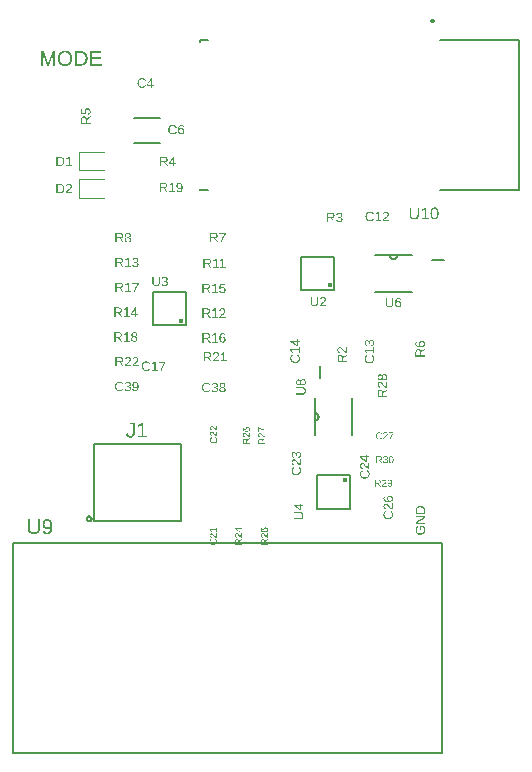
<source format=gbr>
G04 EAGLE Gerber RS-274X export*
G75*
%MOMM*%
%FSLAX34Y34*%
%LPD*%
%INSilkscreen Top*%
%IPPOS*%
%AMOC8*
5,1,8,0,0,1.08239X$1,22.5*%
G01*
G04 Define Apertures*
%ADD10C,0.203200*%
%ADD11C,0.400000*%
%ADD12C,0.152400*%
%ADD13C,0.127000*%
%ADD14C,0.120000*%
%ADD15C,0.200000*%
G36*
X51364Y586837D02*
X51811Y586874D01*
X52243Y586934D01*
X52659Y587020D01*
X53059Y587129D01*
X53444Y587263D01*
X53814Y587422D01*
X54167Y587604D01*
X54503Y587810D01*
X54819Y588036D01*
X55115Y588284D01*
X55390Y588552D01*
X55646Y588842D01*
X55881Y589153D01*
X56096Y589485D01*
X56291Y589838D01*
X56465Y590209D01*
X56615Y590595D01*
X56742Y590996D01*
X56847Y591412D01*
X56927Y591843D01*
X56985Y592290D01*
X57020Y592751D01*
X57032Y593227D01*
X57020Y593705D01*
X56986Y594167D01*
X56929Y594613D01*
X56849Y595043D01*
X56746Y595456D01*
X56620Y595853D01*
X56472Y596234D01*
X56300Y596599D01*
X56107Y596946D01*
X55894Y597271D01*
X55660Y597575D01*
X55406Y597857D01*
X55131Y598119D01*
X54836Y598359D01*
X54521Y598578D01*
X54185Y598776D01*
X53831Y598951D01*
X53462Y599103D01*
X53077Y599232D01*
X52676Y599338D01*
X52260Y599419D01*
X51828Y599478D01*
X51381Y599513D01*
X50918Y599525D01*
X50562Y599518D01*
X50215Y599499D01*
X49879Y599466D01*
X49552Y599420D01*
X49236Y599362D01*
X48929Y599290D01*
X48632Y599205D01*
X48345Y599108D01*
X48068Y598997D01*
X47801Y598873D01*
X47544Y598736D01*
X47297Y598586D01*
X47060Y598423D01*
X46832Y598247D01*
X46407Y597856D01*
X46028Y597419D01*
X45699Y596941D01*
X45553Y596687D01*
X45420Y596423D01*
X45300Y596149D01*
X45192Y595865D01*
X45097Y595570D01*
X45015Y595266D01*
X44945Y594951D01*
X44888Y594627D01*
X44844Y594292D01*
X44812Y593947D01*
X44793Y593592D01*
X44787Y593227D01*
X44798Y592749D01*
X44833Y592286D01*
X44889Y591837D01*
X44969Y591404D01*
X45071Y590987D01*
X45196Y590584D01*
X45344Y590197D01*
X45514Y589825D01*
X45706Y589471D01*
X45918Y589138D01*
X46151Y588828D01*
X46404Y588538D01*
X46678Y588270D01*
X46972Y588024D01*
X47286Y587799D01*
X47620Y587596D01*
X47973Y587415D01*
X48343Y587258D01*
X48728Y587126D01*
X49130Y587018D01*
X49548Y586933D01*
X49983Y586873D01*
X50434Y586837D01*
X50901Y586825D01*
X51364Y586837D01*
G37*
%LPC*%
G36*
X50396Y588204D02*
X49919Y588268D01*
X49471Y588374D01*
X49051Y588523D01*
X48660Y588714D01*
X48297Y588949D01*
X47962Y589225D01*
X47656Y589544D01*
X47381Y589900D01*
X47144Y590285D01*
X46943Y590701D01*
X46779Y591146D01*
X46651Y591621D01*
X46559Y592127D01*
X46505Y592662D01*
X46486Y593227D01*
X46504Y593796D01*
X46558Y594331D01*
X46649Y594835D01*
X46775Y595305D01*
X46938Y595743D01*
X47137Y596149D01*
X47371Y596522D01*
X47642Y596862D01*
X47946Y597166D01*
X48281Y597429D01*
X48645Y597652D01*
X49039Y597834D01*
X49464Y597976D01*
X49918Y598077D01*
X50403Y598138D01*
X50918Y598158D01*
X51429Y598138D01*
X51910Y598076D01*
X52361Y597974D01*
X52783Y597830D01*
X53174Y597645D01*
X53537Y597419D01*
X53869Y597153D01*
X54172Y596845D01*
X54442Y596501D01*
X54676Y596126D01*
X54874Y595720D01*
X55036Y595283D01*
X55162Y594816D01*
X55252Y594317D01*
X55306Y593788D01*
X55324Y593227D01*
X55306Y592642D01*
X55252Y592091D01*
X55163Y591574D01*
X55038Y591091D01*
X54877Y590643D01*
X54681Y590228D01*
X54449Y589847D01*
X54181Y589501D01*
X53879Y589192D01*
X53547Y588924D01*
X53184Y588697D01*
X52789Y588512D01*
X52364Y588368D01*
X51907Y588265D01*
X51419Y588203D01*
X50901Y588182D01*
X50396Y588204D01*
G37*
%LPD*%
G36*
X64402Y587012D02*
X64829Y587048D01*
X65243Y587107D01*
X65644Y587190D01*
X66031Y587298D01*
X66406Y587429D01*
X66767Y587583D01*
X67115Y587762D01*
X67447Y587963D01*
X67760Y588185D01*
X68053Y588428D01*
X68326Y588691D01*
X68580Y588976D01*
X68815Y589282D01*
X69030Y589608D01*
X69226Y589956D01*
X69401Y590321D01*
X69552Y590702D01*
X69680Y591097D01*
X69784Y591507D01*
X69866Y591932D01*
X69924Y592373D01*
X69959Y592828D01*
X69971Y593297D01*
X69964Y593655D01*
X69944Y594001D01*
X69911Y594338D01*
X69864Y594664D01*
X69804Y594980D01*
X69731Y595285D01*
X69644Y595580D01*
X69545Y595865D01*
X69432Y596139D01*
X69305Y596403D01*
X69165Y596656D01*
X69012Y596900D01*
X68846Y597132D01*
X68666Y597355D01*
X68473Y597567D01*
X68267Y597769D01*
X68048Y597959D01*
X67819Y598137D01*
X67578Y598303D01*
X67326Y598456D01*
X67062Y598598D01*
X66788Y598727D01*
X66502Y598843D01*
X66205Y598948D01*
X65897Y599040D01*
X65578Y599120D01*
X65248Y599187D01*
X64906Y599243D01*
X64553Y599286D01*
X64189Y599316D01*
X63814Y599335D01*
X63428Y599341D01*
X59346Y599341D01*
X59346Y587000D01*
X63962Y587000D01*
X64402Y587012D01*
G37*
%LPC*%
G36*
X61019Y588340D02*
X61019Y598001D01*
X63393Y598001D01*
X63971Y597982D01*
X64514Y597925D01*
X65021Y597831D01*
X65494Y597700D01*
X65931Y597530D01*
X66333Y597323D01*
X66700Y597079D01*
X67032Y596796D01*
X67327Y596478D01*
X67582Y596126D01*
X67798Y595740D01*
X67975Y595320D01*
X68112Y594865D01*
X68210Y594377D01*
X68269Y593854D01*
X68289Y593297D01*
X68280Y592923D01*
X68254Y592561D01*
X68211Y592211D01*
X68151Y591874D01*
X68073Y591550D01*
X67979Y591238D01*
X67866Y590939D01*
X67737Y590652D01*
X67592Y590380D01*
X67431Y590125D01*
X67256Y589885D01*
X67066Y589663D01*
X66861Y589456D01*
X66641Y589266D01*
X66406Y589093D01*
X66156Y588936D01*
X65894Y588796D01*
X65621Y588675D01*
X65338Y588573D01*
X65045Y588489D01*
X64741Y588424D01*
X64428Y588377D01*
X64104Y588349D01*
X63770Y588340D01*
X61019Y588340D01*
G37*
%LPD*%
G36*
X31960Y595233D02*
X31925Y596888D01*
X31899Y597861D01*
X32188Y596897D01*
X32679Y595408D01*
X35910Y587000D01*
X37084Y587000D01*
X40272Y595408D01*
X40449Y595893D01*
X40636Y596464D01*
X41043Y597861D01*
X40984Y596573D01*
X40964Y595233D01*
X40964Y587000D01*
X42471Y587000D01*
X42471Y599341D01*
X40325Y599341D01*
X37102Y590784D01*
X36987Y590467D01*
X36799Y589886D01*
X36614Y589263D01*
X36506Y588822D01*
X36291Y589676D01*
X36126Y590248D01*
X35954Y590784D01*
X32670Y599341D01*
X30471Y599341D01*
X30471Y587000D01*
X31960Y587000D01*
X31960Y595233D01*
G37*
G36*
X82037Y588366D02*
X73988Y588366D01*
X73988Y592667D01*
X81153Y592667D01*
X81153Y594016D01*
X73988Y594016D01*
X73988Y597974D01*
X81678Y597974D01*
X81678Y599341D01*
X72315Y599341D01*
X72315Y587000D01*
X82037Y587000D01*
X82037Y588366D01*
G37*
G36*
X309366Y455246D02*
X309644Y455271D01*
X309913Y455313D01*
X310174Y455371D01*
X310425Y455446D01*
X310668Y455537D01*
X310901Y455645D01*
X311126Y455770D01*
X311341Y455911D01*
X311543Y456066D01*
X311732Y456238D01*
X311910Y456424D01*
X312075Y456625D01*
X312227Y456842D01*
X312368Y457074D01*
X312496Y457321D01*
X311622Y457758D01*
X311401Y457373D01*
X311153Y457040D01*
X310880Y456758D01*
X310582Y456527D01*
X310257Y456348D01*
X309907Y456220D01*
X309723Y456175D01*
X309532Y456143D01*
X309334Y456124D01*
X309130Y456117D01*
X308815Y456131D01*
X308517Y456172D01*
X308235Y456241D01*
X307970Y456338D01*
X307722Y456462D01*
X307490Y456613D01*
X307276Y456792D01*
X307078Y456999D01*
X306900Y457229D01*
X306746Y457476D01*
X306615Y457741D01*
X306508Y458023D01*
X306425Y458324D01*
X306366Y458642D01*
X306331Y458978D01*
X306319Y459332D01*
X306330Y459689D01*
X306364Y460026D01*
X306421Y460344D01*
X306501Y460643D01*
X306603Y460922D01*
X306728Y461181D01*
X306876Y461421D01*
X307047Y461642D01*
X307238Y461839D01*
X307447Y462010D01*
X307675Y462155D01*
X307920Y462274D01*
X308184Y462366D01*
X308466Y462432D01*
X308767Y462471D01*
X309085Y462484D01*
X309488Y462462D01*
X309863Y462393D01*
X310209Y462280D01*
X310527Y462120D01*
X310810Y461918D01*
X311051Y461675D01*
X311251Y461392D01*
X311409Y461068D01*
X312423Y461404D01*
X312316Y461638D01*
X312196Y461858D01*
X312062Y462063D01*
X311913Y462253D01*
X311751Y462429D01*
X311574Y462589D01*
X311384Y462735D01*
X311180Y462865D01*
X310962Y462981D01*
X310731Y463081D01*
X310487Y463165D01*
X310230Y463235D01*
X309961Y463289D01*
X309678Y463327D01*
X309383Y463350D01*
X309074Y463358D01*
X308635Y463341D01*
X308221Y463291D01*
X307832Y463208D01*
X307467Y463091D01*
X307126Y462940D01*
X306810Y462756D01*
X306519Y462539D01*
X306252Y462288D01*
X306013Y462008D01*
X305806Y461702D01*
X305631Y461371D01*
X305487Y461014D01*
X305376Y460632D01*
X305296Y460224D01*
X305248Y459791D01*
X305232Y459332D01*
X305240Y459022D01*
X305261Y458723D01*
X305297Y458434D01*
X305346Y458156D01*
X305411Y457889D01*
X305489Y457632D01*
X305582Y457386D01*
X305689Y457150D01*
X305809Y456927D01*
X305943Y456716D01*
X306089Y456519D01*
X306249Y456336D01*
X306421Y456165D01*
X306606Y456008D01*
X306805Y455864D01*
X307016Y455734D01*
X307239Y455617D01*
X307472Y455517D01*
X307714Y455432D01*
X307967Y455362D01*
X308230Y455308D01*
X308503Y455269D01*
X308786Y455246D01*
X309080Y455238D01*
X309366Y455246D01*
G37*
G36*
X325108Y456207D02*
X320992Y456207D01*
X321089Y456405D01*
X321213Y456606D01*
X321364Y456812D01*
X321541Y457022D01*
X321987Y457470D01*
X322565Y457971D01*
X323547Y458798D01*
X323896Y459118D01*
X324150Y459376D01*
X324345Y459603D01*
X324514Y459830D01*
X324657Y460057D01*
X324775Y460284D01*
X324867Y460511D01*
X324932Y460739D01*
X324972Y460967D01*
X324985Y461196D01*
X324975Y461448D01*
X324945Y461685D01*
X324894Y461907D01*
X324824Y462114D01*
X324734Y462307D01*
X324624Y462484D01*
X324494Y462647D01*
X324343Y462795D01*
X324175Y462927D01*
X323988Y463041D01*
X323785Y463138D01*
X323564Y463217D01*
X323326Y463279D01*
X323071Y463323D01*
X322799Y463349D01*
X322509Y463358D01*
X322244Y463349D01*
X321991Y463323D01*
X321750Y463279D01*
X321522Y463218D01*
X321306Y463139D01*
X321102Y463043D01*
X320911Y462929D01*
X320731Y462798D01*
X320568Y462652D01*
X320422Y462494D01*
X320294Y462324D01*
X320185Y462141D01*
X320093Y461947D01*
X320020Y461741D01*
X319965Y461522D01*
X319928Y461292D01*
X320958Y461196D01*
X321016Y461495D01*
X321117Y461758D01*
X321261Y461986D01*
X321448Y462179D01*
X321671Y462332D01*
X321922Y462442D01*
X322202Y462507D01*
X322509Y462529D01*
X322830Y462507D01*
X323113Y462440D01*
X323359Y462328D01*
X323568Y462171D01*
X323734Y461973D01*
X323853Y461740D01*
X323925Y461469D01*
X323949Y461163D01*
X323935Y460928D01*
X323893Y460706D01*
X323824Y460497D01*
X323727Y460300D01*
X323608Y460112D01*
X323472Y459928D01*
X323148Y459572D01*
X322768Y459225D01*
X322344Y458878D01*
X321897Y458516D01*
X321445Y458125D01*
X321002Y457695D01*
X320580Y457218D01*
X320382Y456957D01*
X320200Y456678D01*
X320034Y456379D01*
X319883Y456061D01*
X319883Y455350D01*
X325108Y455350D01*
X325108Y456207D01*
G37*
G36*
X318750Y456207D02*
X316829Y456207D01*
X316829Y463240D01*
X315899Y463240D01*
X314034Y461958D01*
X314034Y461006D01*
X315815Y462277D01*
X315815Y456207D01*
X313805Y456207D01*
X313805Y455350D01*
X318750Y455350D01*
X318750Y456207D01*
G37*
G36*
X308806Y334901D02*
X309105Y334923D01*
X309394Y334959D01*
X309672Y335008D01*
X309939Y335073D01*
X310196Y335151D01*
X310442Y335244D01*
X310678Y335351D01*
X310901Y335471D01*
X311112Y335605D01*
X311309Y335751D01*
X311492Y335911D01*
X311663Y336083D01*
X311820Y336268D01*
X311964Y336467D01*
X312094Y336678D01*
X312211Y336901D01*
X312311Y337133D01*
X312396Y337376D01*
X312466Y337629D01*
X312520Y337892D01*
X312559Y338165D01*
X312582Y338448D01*
X312590Y338742D01*
X312582Y339028D01*
X312557Y339306D01*
X312515Y339575D01*
X312457Y339836D01*
X312382Y340087D01*
X312291Y340330D01*
X312183Y340563D01*
X312058Y340788D01*
X311917Y341003D01*
X311762Y341205D01*
X311591Y341394D01*
X311404Y341572D01*
X311203Y341737D01*
X310986Y341889D01*
X310754Y342030D01*
X310507Y342158D01*
X310070Y341284D01*
X310455Y341062D01*
X310788Y340815D01*
X311070Y340542D01*
X311301Y340244D01*
X311480Y339919D01*
X311608Y339569D01*
X311653Y339385D01*
X311685Y339193D01*
X311704Y338996D01*
X311711Y338792D01*
X311697Y338477D01*
X311656Y338179D01*
X311587Y337897D01*
X311490Y337632D01*
X311366Y337384D01*
X311215Y337152D01*
X311036Y336938D01*
X310829Y336740D01*
X310599Y336562D01*
X310352Y336408D01*
X310087Y336277D01*
X309805Y336170D01*
X309504Y336087D01*
X309186Y336028D01*
X308850Y335993D01*
X308496Y335981D01*
X308139Y335992D01*
X307802Y336026D01*
X307484Y336083D01*
X307185Y336163D01*
X306906Y336265D01*
X306647Y336390D01*
X306407Y336538D01*
X306186Y336709D01*
X305989Y336900D01*
X305818Y337109D01*
X305673Y337337D01*
X305554Y337582D01*
X305462Y337846D01*
X305396Y338128D01*
X305357Y338429D01*
X305344Y338747D01*
X305366Y339150D01*
X305435Y339525D01*
X305548Y339871D01*
X305708Y340189D01*
X305910Y340472D01*
X306153Y340713D01*
X306436Y340913D01*
X306760Y341071D01*
X306424Y342085D01*
X306190Y341978D01*
X305970Y341858D01*
X305765Y341724D01*
X305575Y341575D01*
X305399Y341413D01*
X305239Y341236D01*
X305094Y341046D01*
X304963Y340842D01*
X304847Y340624D01*
X304747Y340393D01*
X304663Y340149D01*
X304593Y339892D01*
X304539Y339623D01*
X304501Y339340D01*
X304478Y339044D01*
X304470Y338736D01*
X304487Y338297D01*
X304537Y337883D01*
X304620Y337494D01*
X304737Y337129D01*
X304888Y336788D01*
X305072Y336472D01*
X305289Y336181D01*
X305540Y335914D01*
X305820Y335675D01*
X306126Y335468D01*
X306457Y335292D01*
X306814Y335149D01*
X307196Y335038D01*
X307604Y334958D01*
X308037Y334910D01*
X308496Y334894D01*
X308806Y334901D01*
G37*
G36*
X310707Y349448D02*
X310948Y349508D01*
X311172Y349587D01*
X311380Y349684D01*
X311571Y349799D01*
X311747Y349933D01*
X311906Y350084D01*
X312050Y350253D01*
X312176Y350439D01*
X312286Y350641D01*
X312379Y350857D01*
X312455Y351088D01*
X312514Y351335D01*
X312556Y351597D01*
X312582Y351874D01*
X312590Y352166D01*
X312581Y352478D01*
X312553Y352773D01*
X312506Y353048D01*
X312440Y353305D01*
X312356Y353544D01*
X312253Y353764D01*
X312131Y353965D01*
X311991Y354148D01*
X311833Y354311D01*
X311660Y354452D01*
X311472Y354571D01*
X311268Y354669D01*
X311049Y354745D01*
X310815Y354799D01*
X310565Y354832D01*
X310300Y354843D01*
X310115Y354835D01*
X309938Y354812D01*
X309769Y354773D01*
X309608Y354719D01*
X309455Y354650D01*
X309311Y354565D01*
X309174Y354465D01*
X309045Y354350D01*
X308927Y354220D01*
X308821Y354079D01*
X308728Y353925D01*
X308648Y353759D01*
X308580Y353581D01*
X308524Y353390D01*
X308482Y353187D01*
X308452Y352972D01*
X308429Y352972D01*
X308326Y353351D01*
X308185Y353683D01*
X308006Y353966D01*
X307788Y354201D01*
X307534Y354386D01*
X307393Y354459D01*
X307244Y354518D01*
X307086Y354565D01*
X306919Y354598D01*
X306743Y354618D01*
X306559Y354624D01*
X306319Y354614D01*
X306093Y354583D01*
X305881Y354532D01*
X305682Y354460D01*
X305496Y354367D01*
X305325Y354254D01*
X305166Y354120D01*
X305022Y353966D01*
X304892Y353793D01*
X304780Y353604D01*
X304686Y353398D01*
X304608Y353176D01*
X304548Y352937D01*
X304505Y352681D01*
X304479Y352410D01*
X304470Y352121D01*
X304479Y351856D01*
X304504Y351602D01*
X304546Y351362D01*
X304606Y351133D01*
X304682Y350917D01*
X304776Y350713D01*
X304886Y350522D01*
X305013Y350343D01*
X305156Y350179D01*
X305311Y350033D01*
X305481Y349906D01*
X305663Y349796D01*
X305859Y349705D01*
X306067Y349632D01*
X306290Y349576D01*
X306525Y349539D01*
X306604Y350553D01*
X306310Y350608D01*
X306052Y350706D01*
X305829Y350848D01*
X305640Y351032D01*
X305491Y351254D01*
X305384Y351507D01*
X305320Y351793D01*
X305299Y352110D01*
X305322Y352454D01*
X305391Y352753D01*
X305505Y353007D01*
X305666Y353216D01*
X305866Y353379D01*
X306099Y353495D01*
X306365Y353565D01*
X306665Y353588D01*
X306821Y353581D01*
X306967Y353560D01*
X307105Y353524D01*
X307234Y353474D01*
X307355Y353410D01*
X307467Y353331D01*
X307665Y353132D01*
X307823Y352880D01*
X307936Y352582D01*
X308003Y352238D01*
X308026Y351847D01*
X308026Y351298D01*
X308900Y351298D01*
X308900Y351869D01*
X308922Y352309D01*
X308990Y352694D01*
X309041Y352866D01*
X309103Y353024D01*
X309176Y353169D01*
X309261Y353300D01*
X309356Y353416D01*
X309459Y353517D01*
X309572Y353602D01*
X309693Y353671D01*
X309823Y353726D01*
X309962Y353764D01*
X310109Y353788D01*
X310266Y353795D01*
X310445Y353789D01*
X310613Y353768D01*
X310769Y353734D01*
X310914Y353687D01*
X311048Y353626D01*
X311170Y353551D01*
X311281Y353463D01*
X311380Y353361D01*
X311545Y353124D01*
X311662Y352845D01*
X311732Y352526D01*
X311756Y352166D01*
X311734Y351807D01*
X311668Y351489D01*
X311559Y351213D01*
X311406Y350977D01*
X311209Y350783D01*
X310968Y350630D01*
X310684Y350518D01*
X310356Y350447D01*
X310451Y349405D01*
X310707Y349448D01*
G37*
G36*
X312478Y348412D02*
X311621Y348412D01*
X311621Y346491D01*
X304588Y346491D01*
X304588Y345561D01*
X305870Y343696D01*
X306822Y343696D01*
X305551Y345477D01*
X311621Y345477D01*
X311621Y343467D01*
X312478Y343467D01*
X312478Y348412D01*
G37*
G36*
X247864Y353288D02*
X249650Y353288D01*
X249650Y354240D01*
X247864Y354240D01*
X247864Y355349D01*
X247068Y355349D01*
X247068Y354240D01*
X241760Y354240D01*
X241760Y353181D01*
X247080Y349569D01*
X247864Y349569D01*
X247864Y353288D01*
G37*
%LPC*%
G36*
X246956Y350589D02*
X246542Y350891D01*
X243563Y352913D01*
X243193Y353131D01*
X242896Y353288D01*
X247068Y353288D01*
X247068Y350499D01*
X246956Y350589D01*
G37*
%LPD*%
G36*
X245978Y335240D02*
X246277Y335261D01*
X246566Y335297D01*
X246844Y335346D01*
X247111Y335411D01*
X247368Y335489D01*
X247614Y335582D01*
X247850Y335689D01*
X248073Y335809D01*
X248284Y335943D01*
X248481Y336089D01*
X248664Y336249D01*
X248835Y336421D01*
X248992Y336606D01*
X249136Y336805D01*
X249266Y337016D01*
X249383Y337239D01*
X249483Y337472D01*
X249568Y337714D01*
X249638Y337967D01*
X249692Y338230D01*
X249731Y338503D01*
X249754Y338786D01*
X249762Y339080D01*
X249754Y339366D01*
X249729Y339644D01*
X249687Y339913D01*
X249629Y340174D01*
X249554Y340425D01*
X249463Y340668D01*
X249355Y340901D01*
X249230Y341126D01*
X249089Y341341D01*
X248934Y341543D01*
X248763Y341732D01*
X248576Y341910D01*
X248375Y342075D01*
X248158Y342227D01*
X247926Y342368D01*
X247679Y342496D01*
X247242Y341622D01*
X247627Y341401D01*
X247960Y341153D01*
X248242Y340880D01*
X248473Y340582D01*
X248652Y340257D01*
X248780Y339907D01*
X248825Y339723D01*
X248857Y339532D01*
X248876Y339334D01*
X248883Y339130D01*
X248869Y338815D01*
X248828Y338517D01*
X248759Y338235D01*
X248662Y337970D01*
X248538Y337722D01*
X248387Y337490D01*
X248208Y337276D01*
X248001Y337078D01*
X247771Y336900D01*
X247524Y336746D01*
X247259Y336615D01*
X246977Y336508D01*
X246676Y336425D01*
X246358Y336366D01*
X246022Y336331D01*
X245668Y336319D01*
X245311Y336330D01*
X244974Y336364D01*
X244656Y336421D01*
X244357Y336501D01*
X244078Y336603D01*
X243819Y336728D01*
X243579Y336876D01*
X243358Y337047D01*
X243161Y337238D01*
X242990Y337447D01*
X242845Y337675D01*
X242726Y337920D01*
X242634Y338184D01*
X242568Y338466D01*
X242529Y338767D01*
X242516Y339085D01*
X242538Y339488D01*
X242607Y339863D01*
X242720Y340209D01*
X242880Y340527D01*
X243082Y340810D01*
X243325Y341051D01*
X243608Y341251D01*
X243932Y341409D01*
X243596Y342423D01*
X243362Y342316D01*
X243142Y342196D01*
X242937Y342062D01*
X242747Y341913D01*
X242571Y341751D01*
X242411Y341574D01*
X242266Y341384D01*
X242135Y341180D01*
X242019Y340962D01*
X241919Y340731D01*
X241835Y340487D01*
X241765Y340230D01*
X241711Y339961D01*
X241673Y339678D01*
X241650Y339383D01*
X241642Y339074D01*
X241659Y338635D01*
X241709Y338221D01*
X241792Y337832D01*
X241909Y337467D01*
X242060Y337126D01*
X242244Y336810D01*
X242461Y336519D01*
X242712Y336252D01*
X242992Y336013D01*
X243298Y335806D01*
X243629Y335631D01*
X243986Y335487D01*
X244368Y335376D01*
X244776Y335296D01*
X245209Y335248D01*
X245668Y335232D01*
X245978Y335240D01*
G37*
G36*
X249650Y348750D02*
X248793Y348750D01*
X248793Y346829D01*
X241760Y346829D01*
X241760Y345899D01*
X243042Y344034D01*
X243994Y344034D01*
X242723Y345815D01*
X248793Y345815D01*
X248793Y343805D01*
X249650Y343805D01*
X249650Y348750D01*
G37*
G36*
X120028Y328418D02*
X120306Y328443D01*
X120575Y328485D01*
X120836Y328543D01*
X121087Y328618D01*
X121330Y328709D01*
X121563Y328817D01*
X121788Y328942D01*
X122003Y329083D01*
X122205Y329238D01*
X122394Y329410D01*
X122572Y329596D01*
X122737Y329797D01*
X122889Y330014D01*
X123030Y330246D01*
X123158Y330493D01*
X122284Y330930D01*
X122062Y330545D01*
X121815Y330212D01*
X121542Y329930D01*
X121244Y329699D01*
X120919Y329520D01*
X120569Y329392D01*
X120385Y329347D01*
X120193Y329315D01*
X119996Y329296D01*
X119792Y329289D01*
X119477Y329303D01*
X119179Y329344D01*
X118897Y329413D01*
X118632Y329510D01*
X118384Y329634D01*
X118152Y329785D01*
X117938Y329964D01*
X117740Y330171D01*
X117562Y330401D01*
X117408Y330648D01*
X117277Y330913D01*
X117170Y331195D01*
X117087Y331496D01*
X117028Y331814D01*
X116993Y332150D01*
X116981Y332504D01*
X116992Y332861D01*
X117026Y333198D01*
X117083Y333516D01*
X117163Y333815D01*
X117265Y334094D01*
X117390Y334353D01*
X117538Y334593D01*
X117709Y334814D01*
X117900Y335011D01*
X118109Y335182D01*
X118337Y335327D01*
X118582Y335446D01*
X118846Y335538D01*
X119128Y335604D01*
X119429Y335643D01*
X119747Y335656D01*
X120150Y335634D01*
X120525Y335565D01*
X120871Y335452D01*
X121189Y335292D01*
X121472Y335090D01*
X121713Y334847D01*
X121913Y334564D01*
X122071Y334240D01*
X123085Y334576D01*
X122978Y334810D01*
X122858Y335030D01*
X122724Y335235D01*
X122575Y335425D01*
X122413Y335601D01*
X122236Y335761D01*
X122046Y335907D01*
X121842Y336037D01*
X121624Y336153D01*
X121393Y336253D01*
X121149Y336337D01*
X120892Y336407D01*
X120623Y336461D01*
X120340Y336499D01*
X120044Y336522D01*
X119736Y336530D01*
X119297Y336513D01*
X118883Y336463D01*
X118494Y336380D01*
X118129Y336263D01*
X117788Y336112D01*
X117472Y335928D01*
X117181Y335711D01*
X116914Y335460D01*
X116675Y335180D01*
X116468Y334874D01*
X116292Y334543D01*
X116149Y334186D01*
X116038Y333804D01*
X115958Y333396D01*
X115910Y332963D01*
X115894Y332504D01*
X115901Y332194D01*
X115923Y331895D01*
X115959Y331606D01*
X116008Y331328D01*
X116073Y331061D01*
X116151Y330804D01*
X116244Y330558D01*
X116351Y330322D01*
X116471Y330099D01*
X116605Y329888D01*
X116751Y329691D01*
X116911Y329508D01*
X117083Y329337D01*
X117268Y329180D01*
X117467Y329036D01*
X117678Y328906D01*
X117901Y328789D01*
X118133Y328689D01*
X118376Y328604D01*
X118629Y328534D01*
X118892Y328480D01*
X119165Y328441D01*
X119448Y328418D01*
X119742Y328410D01*
X120028Y328418D01*
G37*
G36*
X129412Y329379D02*
X127491Y329379D01*
X127491Y336412D01*
X126561Y336412D01*
X124696Y335130D01*
X124696Y334178D01*
X126477Y335449D01*
X126477Y329379D01*
X124467Y329379D01*
X124467Y328522D01*
X129412Y328522D01*
X129412Y329379D01*
G37*
G36*
X133081Y329063D02*
X133127Y329596D01*
X133205Y330119D01*
X133314Y330633D01*
X133454Y331145D01*
X133626Y331659D01*
X133828Y332178D01*
X134062Y332700D01*
X134355Y333273D01*
X134738Y333947D01*
X135209Y334721D01*
X135770Y335595D01*
X135770Y336412D01*
X130556Y336412D01*
X130556Y335556D01*
X134795Y335556D01*
X134099Y334498D01*
X133509Y333504D01*
X133255Y333031D01*
X133028Y332573D01*
X132827Y332131D01*
X132653Y331706D01*
X132503Y331290D01*
X132373Y330880D01*
X132263Y330474D01*
X132172Y330074D01*
X132102Y329678D01*
X132052Y329288D01*
X132022Y328902D01*
X132012Y328522D01*
X133065Y328522D01*
X133081Y329063D01*
G37*
G36*
X176759Y181043D02*
X177183Y181107D01*
X177576Y181214D01*
X177937Y181364D01*
X178262Y181554D01*
X178548Y181783D01*
X178793Y182051D01*
X178999Y182358D01*
X179161Y182700D01*
X179277Y183071D01*
X179347Y183473D01*
X179370Y183905D01*
X179364Y184119D01*
X179345Y184328D01*
X179270Y184724D01*
X179146Y185095D01*
X178971Y185438D01*
X178749Y185750D01*
X178481Y186025D01*
X178168Y186263D01*
X177809Y186464D01*
X177482Y185810D01*
X177770Y185644D01*
X178020Y185458D01*
X178231Y185254D01*
X178404Y185030D01*
X178538Y184787D01*
X178634Y184525D01*
X178692Y184243D01*
X178711Y183942D01*
X178701Y183706D01*
X178670Y183483D01*
X178618Y183272D01*
X178546Y183073D01*
X178453Y182887D01*
X178339Y182714D01*
X178205Y182553D01*
X178050Y182404D01*
X177878Y182271D01*
X177693Y182156D01*
X177495Y182058D01*
X177283Y181978D01*
X177058Y181916D01*
X176819Y181871D01*
X176568Y181845D01*
X176303Y181836D01*
X176035Y181844D01*
X175782Y181870D01*
X175544Y181913D01*
X175320Y181972D01*
X175111Y182049D01*
X174917Y182143D01*
X174737Y182253D01*
X174572Y182381D01*
X174424Y182525D01*
X174295Y182681D01*
X174187Y182852D01*
X174098Y183036D01*
X174029Y183234D01*
X173980Y183445D01*
X173950Y183670D01*
X173940Y183909D01*
X173957Y184211D01*
X174008Y184491D01*
X174094Y184751D01*
X174213Y184989D01*
X174364Y185201D01*
X174546Y185382D01*
X174759Y185532D01*
X175002Y185650D01*
X174750Y186410D01*
X174409Y186240D01*
X174113Y186028D01*
X173862Y185774D01*
X173655Y185478D01*
X173493Y185142D01*
X173378Y184767D01*
X173309Y184353D01*
X173286Y183900D01*
X173298Y183572D01*
X173336Y183261D01*
X173398Y182970D01*
X173486Y182696D01*
X173599Y182441D01*
X173736Y182204D01*
X173899Y181986D01*
X174087Y181785D01*
X174297Y181606D01*
X174526Y181451D01*
X174774Y181320D01*
X175042Y181213D01*
X175328Y181129D01*
X175634Y181070D01*
X175959Y181034D01*
X176303Y181022D01*
X176759Y181043D01*
G37*
G36*
X179286Y191120D02*
X178644Y191120D01*
X178644Y188036D01*
X178496Y188109D01*
X178345Y188202D01*
X178033Y188447D01*
X177697Y188782D01*
X177322Y189215D01*
X176702Y189950D01*
X176269Y190403D01*
X175929Y190675D01*
X175759Y190782D01*
X175589Y190870D01*
X175419Y190939D01*
X175248Y190988D01*
X175077Y191018D01*
X174905Y191028D01*
X174717Y191020D01*
X174539Y190998D01*
X174373Y190960D01*
X174218Y190908D01*
X174073Y190840D01*
X173940Y190758D01*
X173818Y190660D01*
X173707Y190547D01*
X173608Y190421D01*
X173523Y190281D01*
X173450Y190129D01*
X173391Y189964D01*
X173345Y189785D01*
X173312Y189594D01*
X173292Y189390D01*
X173286Y189173D01*
X173292Y188974D01*
X173312Y188785D01*
X173345Y188604D01*
X173390Y188433D01*
X173449Y188271D01*
X173522Y188118D01*
X173705Y187841D01*
X173933Y187609D01*
X174061Y187513D01*
X174197Y187431D01*
X174343Y187363D01*
X174497Y187308D01*
X174661Y187266D01*
X174834Y187239D01*
X174905Y188011D01*
X174681Y188054D01*
X174484Y188130D01*
X174313Y188238D01*
X174169Y188378D01*
X174054Y188545D01*
X173972Y188733D01*
X173923Y188942D01*
X173907Y189173D01*
X173923Y189413D01*
X173974Y189625D01*
X174058Y189810D01*
X174175Y189966D01*
X174323Y190091D01*
X174498Y190180D01*
X174701Y190234D01*
X174930Y190251D01*
X175106Y190241D01*
X175272Y190210D01*
X175429Y190158D01*
X175577Y190086D01*
X175856Y189894D01*
X176122Y189651D01*
X176382Y189367D01*
X176642Y189049D01*
X177207Y188376D01*
X177529Y188044D01*
X177887Y187728D01*
X178082Y187579D01*
X178291Y187443D01*
X178515Y187318D01*
X178753Y187205D01*
X179286Y187205D01*
X179286Y191120D01*
G37*
G36*
X179286Y195914D02*
X178644Y195914D01*
X178644Y194475D01*
X173374Y194475D01*
X173374Y193778D01*
X174335Y192381D01*
X175048Y192381D01*
X174095Y193715D01*
X178644Y193715D01*
X178644Y192209D01*
X179286Y192209D01*
X179286Y195914D01*
G37*
G36*
X177123Y267108D02*
X177547Y267172D01*
X177940Y267279D01*
X178301Y267428D01*
X178626Y267619D01*
X178912Y267848D01*
X179157Y268116D01*
X179363Y268423D01*
X179525Y268764D01*
X179641Y269136D01*
X179711Y269537D01*
X179734Y269969D01*
X179728Y270184D01*
X179709Y270392D01*
X179634Y270789D01*
X179510Y271159D01*
X179335Y271503D01*
X179113Y271815D01*
X178845Y272090D01*
X178532Y272328D01*
X178173Y272529D01*
X177846Y271874D01*
X178134Y271708D01*
X178384Y271523D01*
X178595Y271319D01*
X178768Y271095D01*
X178902Y270852D01*
X178998Y270589D01*
X179056Y270308D01*
X179075Y270007D01*
X179065Y269771D01*
X179034Y269547D01*
X178982Y269336D01*
X178910Y269138D01*
X178817Y268952D01*
X178703Y268778D01*
X178569Y268617D01*
X178414Y268469D01*
X178242Y268336D01*
X178057Y268220D01*
X177859Y268123D01*
X177647Y268043D01*
X177422Y267980D01*
X177183Y267936D01*
X176932Y267909D01*
X176667Y267900D01*
X176399Y267909D01*
X176146Y267935D01*
X175908Y267977D01*
X175684Y268037D01*
X175475Y268114D01*
X175281Y268207D01*
X175101Y268318D01*
X174936Y268446D01*
X174788Y268589D01*
X174659Y268746D01*
X174551Y268916D01*
X174462Y269101D01*
X174393Y269298D01*
X174344Y269510D01*
X174314Y269735D01*
X174304Y269973D01*
X174321Y270275D01*
X174372Y270556D01*
X174458Y270816D01*
X174577Y271054D01*
X174728Y271266D01*
X174910Y271447D01*
X175123Y271596D01*
X175366Y271715D01*
X175114Y272474D01*
X174773Y272304D01*
X174477Y272092D01*
X174226Y271839D01*
X174019Y271543D01*
X173857Y271207D01*
X173742Y270831D01*
X173673Y270418D01*
X173650Y269965D01*
X173662Y269636D01*
X173700Y269326D01*
X173762Y269034D01*
X173850Y268761D01*
X173963Y268505D01*
X174100Y268269D01*
X174263Y268050D01*
X174451Y267850D01*
X174661Y267671D01*
X174890Y267516D01*
X175138Y267385D01*
X175406Y267277D01*
X175692Y267194D01*
X175998Y267134D01*
X176323Y267098D01*
X176667Y267086D01*
X177123Y267108D01*
G37*
G36*
X179650Y277185D02*
X179008Y277185D01*
X179008Y274101D01*
X178860Y274173D01*
X178709Y274266D01*
X178397Y274512D01*
X178061Y274846D01*
X177686Y275280D01*
X177066Y276015D01*
X176633Y276467D01*
X176293Y276739D01*
X176123Y276847D01*
X175953Y276935D01*
X175783Y277004D01*
X175612Y277053D01*
X175441Y277083D01*
X175269Y277092D01*
X175081Y277085D01*
X174903Y277062D01*
X174737Y277025D01*
X174582Y276972D01*
X174437Y276905D01*
X174304Y276822D01*
X174182Y276725D01*
X174071Y276612D01*
X173972Y276485D01*
X173887Y276346D01*
X173814Y276193D01*
X173755Y276028D01*
X173709Y275850D01*
X173676Y275659D01*
X173656Y275455D01*
X173650Y275238D01*
X173656Y275039D01*
X173676Y274849D01*
X173709Y274669D01*
X173754Y274498D01*
X173813Y274336D01*
X173886Y274183D01*
X174069Y273905D01*
X174297Y273673D01*
X174425Y273578D01*
X174561Y273496D01*
X174707Y273427D01*
X174861Y273372D01*
X175025Y273331D01*
X175198Y273303D01*
X175269Y274075D01*
X175045Y274119D01*
X174848Y274194D01*
X174677Y274302D01*
X174533Y274443D01*
X174418Y274609D01*
X174336Y274798D01*
X174287Y275007D01*
X174271Y275238D01*
X174287Y275478D01*
X174338Y275690D01*
X174422Y275874D01*
X174539Y276031D01*
X174687Y276156D01*
X174862Y276245D01*
X175065Y276298D01*
X175294Y276316D01*
X175470Y276306D01*
X175636Y276275D01*
X175793Y276223D01*
X175941Y276150D01*
X176220Y275959D01*
X176486Y275716D01*
X176746Y275431D01*
X177006Y275114D01*
X177571Y274440D01*
X177893Y274108D01*
X178251Y273792D01*
X178446Y273644D01*
X178655Y273507D01*
X178879Y273383D01*
X179117Y273270D01*
X179650Y273270D01*
X179650Y277185D01*
G37*
G36*
X179650Y281966D02*
X179008Y281966D01*
X179008Y278882D01*
X178860Y278955D01*
X178709Y279048D01*
X178397Y279293D01*
X178061Y279628D01*
X177686Y280061D01*
X177066Y280796D01*
X176633Y281248D01*
X176293Y281521D01*
X176123Y281628D01*
X175953Y281716D01*
X175783Y281785D01*
X175612Y281834D01*
X175441Y281864D01*
X175269Y281874D01*
X175081Y281866D01*
X174903Y281844D01*
X174737Y281806D01*
X174582Y281754D01*
X174437Y281686D01*
X174304Y281603D01*
X174182Y281506D01*
X174071Y281393D01*
X173972Y281267D01*
X173887Y281127D01*
X173814Y280975D01*
X173755Y280809D01*
X173709Y280631D01*
X173676Y280440D01*
X173656Y280236D01*
X173650Y280019D01*
X173656Y279820D01*
X173676Y279630D01*
X173709Y279450D01*
X173754Y279279D01*
X173813Y279117D01*
X173886Y278964D01*
X174069Y278687D01*
X174297Y278455D01*
X174425Y278359D01*
X174561Y278277D01*
X174707Y278209D01*
X174861Y278154D01*
X175025Y278112D01*
X175198Y278085D01*
X175269Y278857D01*
X175045Y278900D01*
X174848Y278976D01*
X174677Y279084D01*
X174533Y279224D01*
X174418Y279391D01*
X174336Y279579D01*
X174287Y279788D01*
X174271Y280019D01*
X174287Y280259D01*
X174338Y280471D01*
X174422Y280655D01*
X174539Y280812D01*
X174687Y280937D01*
X174862Y281026D01*
X175065Y281080D01*
X175294Y281097D01*
X175470Y281087D01*
X175636Y281056D01*
X175793Y281004D01*
X175941Y280932D01*
X176220Y280740D01*
X176486Y280497D01*
X176746Y280213D01*
X177006Y279895D01*
X177571Y279222D01*
X177893Y278890D01*
X178251Y278573D01*
X178446Y278425D01*
X178655Y278289D01*
X178879Y278164D01*
X179117Y278051D01*
X179650Y278051D01*
X179650Y281966D01*
G37*
G36*
X246978Y240240D02*
X247277Y240261D01*
X247566Y240297D01*
X247844Y240346D01*
X248111Y240411D01*
X248368Y240489D01*
X248614Y240582D01*
X248850Y240689D01*
X249073Y240809D01*
X249284Y240943D01*
X249481Y241089D01*
X249664Y241249D01*
X249835Y241421D01*
X249992Y241606D01*
X250136Y241805D01*
X250266Y242016D01*
X250383Y242239D01*
X250483Y242472D01*
X250568Y242714D01*
X250638Y242967D01*
X250692Y243230D01*
X250731Y243503D01*
X250754Y243786D01*
X250762Y244080D01*
X250754Y244366D01*
X250729Y244644D01*
X250687Y244913D01*
X250629Y245174D01*
X250554Y245425D01*
X250463Y245668D01*
X250355Y245901D01*
X250230Y246126D01*
X250089Y246341D01*
X249934Y246543D01*
X249763Y246732D01*
X249576Y246910D01*
X249375Y247075D01*
X249158Y247227D01*
X248926Y247368D01*
X248679Y247496D01*
X248242Y246622D01*
X248627Y246401D01*
X248960Y246153D01*
X249242Y245880D01*
X249473Y245582D01*
X249652Y245257D01*
X249780Y244907D01*
X249825Y244723D01*
X249857Y244532D01*
X249876Y244334D01*
X249883Y244130D01*
X249869Y243815D01*
X249828Y243517D01*
X249759Y243235D01*
X249662Y242970D01*
X249538Y242722D01*
X249387Y242490D01*
X249208Y242276D01*
X249001Y242078D01*
X248771Y241900D01*
X248524Y241746D01*
X248259Y241615D01*
X247977Y241508D01*
X247676Y241425D01*
X247358Y241366D01*
X247022Y241331D01*
X246668Y241319D01*
X246311Y241330D01*
X245974Y241364D01*
X245656Y241421D01*
X245357Y241501D01*
X245078Y241603D01*
X244819Y241728D01*
X244579Y241876D01*
X244358Y242047D01*
X244161Y242238D01*
X243990Y242447D01*
X243845Y242675D01*
X243726Y242920D01*
X243634Y243184D01*
X243568Y243466D01*
X243529Y243767D01*
X243516Y244085D01*
X243538Y244488D01*
X243607Y244863D01*
X243720Y245209D01*
X243880Y245527D01*
X244082Y245810D01*
X244325Y246051D01*
X244608Y246251D01*
X244932Y246409D01*
X244596Y247423D01*
X244362Y247316D01*
X244142Y247196D01*
X243937Y247062D01*
X243747Y246913D01*
X243571Y246751D01*
X243411Y246574D01*
X243266Y246384D01*
X243135Y246180D01*
X243019Y245962D01*
X242919Y245731D01*
X242835Y245487D01*
X242765Y245230D01*
X242711Y244961D01*
X242673Y244678D01*
X242650Y244383D01*
X242642Y244074D01*
X242659Y243635D01*
X242709Y243221D01*
X242792Y242832D01*
X242909Y242467D01*
X243060Y242126D01*
X243244Y241810D01*
X243461Y241519D01*
X243712Y241252D01*
X243992Y241013D01*
X244298Y240806D01*
X244629Y240631D01*
X244986Y240487D01*
X245368Y240376D01*
X245776Y240296D01*
X246209Y240248D01*
X246668Y240232D01*
X246978Y240240D01*
G37*
G36*
X248879Y254786D02*
X249120Y254846D01*
X249344Y254925D01*
X249552Y255022D01*
X249743Y255137D01*
X249919Y255271D01*
X250078Y255422D01*
X250222Y255591D01*
X250348Y255778D01*
X250458Y255979D01*
X250551Y256195D01*
X250627Y256427D01*
X250686Y256673D01*
X250728Y256935D01*
X250754Y257212D01*
X250762Y257504D01*
X250753Y257817D01*
X250725Y258111D01*
X250678Y258386D01*
X250612Y258643D01*
X250528Y258882D01*
X250425Y259102D01*
X250303Y259303D01*
X250163Y259486D01*
X250005Y259649D01*
X249832Y259790D01*
X249644Y259909D01*
X249440Y260007D01*
X249221Y260083D01*
X248987Y260137D01*
X248737Y260170D01*
X248472Y260181D01*
X248287Y260173D01*
X248110Y260150D01*
X247941Y260111D01*
X247780Y260057D01*
X247627Y259988D01*
X247483Y259903D01*
X247346Y259803D01*
X247217Y259688D01*
X247099Y259559D01*
X246993Y259417D01*
X246900Y259263D01*
X246820Y259097D01*
X246752Y258919D01*
X246696Y258728D01*
X246654Y258525D01*
X246624Y258310D01*
X246601Y258310D01*
X246498Y258689D01*
X246357Y259021D01*
X246178Y259304D01*
X245960Y259539D01*
X245706Y259724D01*
X245565Y259797D01*
X245416Y259857D01*
X245258Y259903D01*
X245091Y259936D01*
X244915Y259956D01*
X244731Y259962D01*
X244491Y259952D01*
X244265Y259921D01*
X244053Y259870D01*
X243854Y259798D01*
X243668Y259705D01*
X243497Y259592D01*
X243338Y259458D01*
X243194Y259304D01*
X243064Y259131D01*
X242952Y258942D01*
X242858Y258736D01*
X242780Y258514D01*
X242720Y258275D01*
X242677Y258020D01*
X242651Y257748D01*
X242642Y257459D01*
X242651Y257194D01*
X242676Y256941D01*
X242718Y256700D01*
X242778Y256471D01*
X242854Y256255D01*
X242948Y256052D01*
X243058Y255860D01*
X243185Y255681D01*
X243328Y255517D01*
X243483Y255371D01*
X243653Y255244D01*
X243835Y255134D01*
X244031Y255043D01*
X244239Y254970D01*
X244462Y254915D01*
X244697Y254877D01*
X244776Y255891D01*
X244482Y255946D01*
X244224Y256044D01*
X244001Y256186D01*
X243812Y256370D01*
X243663Y256592D01*
X243556Y256845D01*
X243492Y257131D01*
X243471Y257448D01*
X243494Y257792D01*
X243563Y258091D01*
X243677Y258345D01*
X243838Y258554D01*
X244038Y258717D01*
X244271Y258833D01*
X244537Y258903D01*
X244837Y258926D01*
X244993Y258919D01*
X245139Y258898D01*
X245277Y258862D01*
X245406Y258812D01*
X245527Y258748D01*
X245639Y258670D01*
X245837Y258470D01*
X245995Y258218D01*
X246108Y257920D01*
X246175Y257576D01*
X246198Y257185D01*
X246198Y256636D01*
X247072Y256636D01*
X247072Y257207D01*
X247094Y257647D01*
X247162Y258032D01*
X247213Y258204D01*
X247275Y258363D01*
X247348Y258507D01*
X247433Y258638D01*
X247528Y258754D01*
X247631Y258855D01*
X247744Y258940D01*
X247865Y259010D01*
X247995Y259064D01*
X248134Y259102D01*
X248281Y259126D01*
X248438Y259133D01*
X248617Y259127D01*
X248785Y259106D01*
X248941Y259072D01*
X249086Y259025D01*
X249220Y258964D01*
X249342Y258889D01*
X249453Y258801D01*
X249552Y258699D01*
X249717Y258462D01*
X249834Y258184D01*
X249904Y257864D01*
X249928Y257504D01*
X249906Y257145D01*
X249840Y256827D01*
X249731Y256551D01*
X249578Y256315D01*
X249381Y256121D01*
X249140Y255968D01*
X248856Y255856D01*
X248528Y255785D01*
X248623Y254743D01*
X248879Y254786D01*
G37*
G36*
X250650Y253733D02*
X249793Y253733D01*
X249793Y249617D01*
X249595Y249714D01*
X249394Y249838D01*
X249188Y249989D01*
X248978Y250166D01*
X248530Y250612D01*
X248029Y251190D01*
X247202Y252172D01*
X246882Y252521D01*
X246624Y252775D01*
X246397Y252970D01*
X246170Y253139D01*
X245943Y253282D01*
X245716Y253400D01*
X245489Y253492D01*
X245261Y253557D01*
X245033Y253597D01*
X244804Y253610D01*
X244552Y253600D01*
X244315Y253570D01*
X244093Y253519D01*
X243886Y253449D01*
X243694Y253359D01*
X243516Y253249D01*
X243353Y253119D01*
X243205Y252968D01*
X243073Y252800D01*
X242959Y252613D01*
X242862Y252410D01*
X242783Y252189D01*
X242721Y251951D01*
X242677Y251696D01*
X242651Y251424D01*
X242642Y251134D01*
X242651Y250869D01*
X242677Y250616D01*
X242721Y250375D01*
X242782Y250147D01*
X242861Y249931D01*
X242957Y249727D01*
X243071Y249536D01*
X243202Y249356D01*
X243348Y249193D01*
X243506Y249047D01*
X243676Y248919D01*
X243859Y248810D01*
X244053Y248718D01*
X244259Y248645D01*
X244478Y248590D01*
X244708Y248553D01*
X244804Y249583D01*
X244505Y249641D01*
X244242Y249742D01*
X244014Y249886D01*
X243821Y250073D01*
X243668Y250296D01*
X243558Y250547D01*
X243493Y250827D01*
X243471Y251134D01*
X243493Y251455D01*
X243560Y251738D01*
X243672Y251984D01*
X243829Y252193D01*
X244027Y252359D01*
X244260Y252478D01*
X244531Y252550D01*
X244837Y252574D01*
X245072Y252560D01*
X245294Y252518D01*
X245503Y252449D01*
X245700Y252352D01*
X245888Y252233D01*
X246072Y252097D01*
X246428Y251773D01*
X246775Y251393D01*
X247122Y250969D01*
X247484Y250522D01*
X247875Y250070D01*
X248305Y249627D01*
X248782Y249205D01*
X249043Y249007D01*
X249322Y248825D01*
X249621Y248659D01*
X249939Y248508D01*
X250650Y248508D01*
X250650Y253733D01*
G37*
G36*
X306864Y255288D02*
X308650Y255288D01*
X308650Y256240D01*
X306864Y256240D01*
X306864Y257349D01*
X306068Y257349D01*
X306068Y256240D01*
X300760Y256240D01*
X300760Y255181D01*
X306080Y251569D01*
X306864Y251569D01*
X306864Y255288D01*
G37*
%LPC*%
G36*
X305956Y252589D02*
X305542Y252891D01*
X302563Y254913D01*
X302193Y255131D01*
X301896Y255288D01*
X306068Y255288D01*
X306068Y252499D01*
X305956Y252589D01*
G37*
%LPD*%
G36*
X304978Y237240D02*
X305277Y237261D01*
X305566Y237297D01*
X305844Y237346D01*
X306111Y237411D01*
X306368Y237489D01*
X306614Y237582D01*
X306850Y237689D01*
X307073Y237809D01*
X307284Y237943D01*
X307481Y238089D01*
X307664Y238249D01*
X307835Y238421D01*
X307992Y238606D01*
X308136Y238805D01*
X308266Y239016D01*
X308383Y239239D01*
X308483Y239472D01*
X308568Y239714D01*
X308638Y239967D01*
X308692Y240230D01*
X308731Y240503D01*
X308754Y240786D01*
X308762Y241080D01*
X308754Y241366D01*
X308729Y241644D01*
X308687Y241913D01*
X308629Y242174D01*
X308554Y242425D01*
X308463Y242668D01*
X308355Y242901D01*
X308230Y243126D01*
X308089Y243341D01*
X307934Y243543D01*
X307763Y243732D01*
X307576Y243910D01*
X307375Y244075D01*
X307158Y244227D01*
X306926Y244368D01*
X306679Y244496D01*
X306242Y243622D01*
X306627Y243401D01*
X306960Y243153D01*
X307242Y242880D01*
X307473Y242582D01*
X307652Y242257D01*
X307780Y241907D01*
X307825Y241723D01*
X307857Y241532D01*
X307876Y241334D01*
X307883Y241130D01*
X307869Y240815D01*
X307828Y240517D01*
X307759Y240235D01*
X307662Y239970D01*
X307538Y239722D01*
X307387Y239490D01*
X307208Y239276D01*
X307001Y239078D01*
X306771Y238900D01*
X306524Y238746D01*
X306259Y238615D01*
X305977Y238508D01*
X305676Y238425D01*
X305358Y238366D01*
X305022Y238331D01*
X304668Y238319D01*
X304311Y238330D01*
X303974Y238364D01*
X303656Y238421D01*
X303357Y238501D01*
X303078Y238603D01*
X302819Y238728D01*
X302579Y238876D01*
X302358Y239047D01*
X302161Y239238D01*
X301990Y239447D01*
X301845Y239675D01*
X301726Y239920D01*
X301634Y240184D01*
X301568Y240466D01*
X301529Y240767D01*
X301516Y241085D01*
X301538Y241488D01*
X301607Y241863D01*
X301720Y242209D01*
X301880Y242527D01*
X302082Y242810D01*
X302325Y243051D01*
X302608Y243251D01*
X302932Y243409D01*
X302596Y244423D01*
X302362Y244316D01*
X302142Y244196D01*
X301937Y244062D01*
X301747Y243913D01*
X301571Y243751D01*
X301411Y243574D01*
X301266Y243384D01*
X301135Y243180D01*
X301019Y242962D01*
X300919Y242731D01*
X300835Y242487D01*
X300765Y242230D01*
X300711Y241961D01*
X300673Y241678D01*
X300650Y241383D01*
X300642Y241074D01*
X300659Y240635D01*
X300709Y240221D01*
X300792Y239832D01*
X300909Y239467D01*
X301060Y239126D01*
X301244Y238810D01*
X301461Y238519D01*
X301712Y238252D01*
X301992Y238013D01*
X302298Y237806D01*
X302629Y237631D01*
X302986Y237487D01*
X303368Y237376D01*
X303776Y237296D01*
X304209Y237248D01*
X304668Y237232D01*
X304978Y237240D01*
G37*
G36*
X308650Y250733D02*
X307793Y250733D01*
X307793Y246617D01*
X307595Y246714D01*
X307394Y246838D01*
X307188Y246989D01*
X306978Y247166D01*
X306530Y247612D01*
X306029Y248190D01*
X305202Y249172D01*
X304882Y249521D01*
X304624Y249775D01*
X304397Y249970D01*
X304170Y250139D01*
X303943Y250282D01*
X303716Y250400D01*
X303489Y250492D01*
X303261Y250557D01*
X303033Y250597D01*
X302804Y250610D01*
X302552Y250600D01*
X302315Y250570D01*
X302093Y250519D01*
X301886Y250449D01*
X301694Y250359D01*
X301516Y250249D01*
X301353Y250119D01*
X301205Y249968D01*
X301073Y249800D01*
X300959Y249613D01*
X300862Y249410D01*
X300783Y249189D01*
X300721Y248951D01*
X300677Y248696D01*
X300651Y248424D01*
X300642Y248134D01*
X300651Y247869D01*
X300677Y247616D01*
X300721Y247375D01*
X300782Y247147D01*
X300861Y246931D01*
X300957Y246727D01*
X301071Y246536D01*
X301202Y246356D01*
X301348Y246193D01*
X301506Y246047D01*
X301676Y245919D01*
X301859Y245810D01*
X302053Y245718D01*
X302259Y245645D01*
X302478Y245590D01*
X302708Y245553D01*
X302804Y246583D01*
X302505Y246641D01*
X302242Y246742D01*
X302014Y246886D01*
X301821Y247073D01*
X301668Y247296D01*
X301558Y247547D01*
X301493Y247827D01*
X301471Y248134D01*
X301493Y248455D01*
X301560Y248738D01*
X301672Y248984D01*
X301829Y249193D01*
X302027Y249359D01*
X302260Y249478D01*
X302531Y249550D01*
X302837Y249574D01*
X303072Y249560D01*
X303294Y249518D01*
X303503Y249449D01*
X303700Y249352D01*
X303888Y249233D01*
X304072Y249097D01*
X304428Y248773D01*
X304775Y248393D01*
X305122Y247969D01*
X305484Y247522D01*
X305875Y247070D01*
X306305Y246627D01*
X306782Y246205D01*
X307043Y246007D01*
X307322Y245825D01*
X307621Y245659D01*
X307939Y245508D01*
X308650Y245508D01*
X308650Y250733D01*
G37*
G36*
X325174Y217562D02*
X325605Y217595D01*
X326008Y217650D01*
X326382Y217727D01*
X326729Y217826D01*
X327047Y217947D01*
X327337Y218091D01*
X327599Y218256D01*
X327831Y218442D01*
X328032Y218648D01*
X328203Y218874D01*
X328342Y219119D01*
X328451Y219383D01*
X328528Y219667D01*
X328575Y219971D01*
X328590Y220295D01*
X328579Y220585D01*
X328545Y220859D01*
X328488Y221117D01*
X328409Y221359D01*
X328308Y221584D01*
X328184Y221794D01*
X328037Y221988D01*
X327868Y222165D01*
X327679Y222324D01*
X327474Y222461D01*
X327252Y222578D01*
X327014Y222673D01*
X326759Y222747D01*
X326488Y222800D01*
X326200Y222832D01*
X325896Y222843D01*
X325615Y222833D01*
X325349Y222802D01*
X325097Y222752D01*
X324860Y222682D01*
X324638Y222592D01*
X324431Y222482D01*
X324238Y222352D01*
X324060Y222201D01*
X323900Y222034D01*
X323761Y221853D01*
X323643Y221657D01*
X323547Y221447D01*
X323473Y221224D01*
X323419Y220986D01*
X323387Y220734D01*
X323376Y220468D01*
X323393Y220155D01*
X323443Y219861D01*
X323526Y219584D01*
X323642Y219326D01*
X323791Y219091D01*
X323969Y218883D01*
X324178Y218704D01*
X324418Y218553D01*
X324048Y218560D01*
X323701Y218583D01*
X323377Y218620D01*
X323075Y218671D01*
X322795Y218738D01*
X322538Y218819D01*
X322303Y218915D01*
X322091Y219026D01*
X321903Y219151D01*
X321740Y219287D01*
X321602Y219436D01*
X321489Y219597D01*
X321401Y219770D01*
X321338Y219955D01*
X321300Y220152D01*
X321288Y220362D01*
X321303Y220601D01*
X321348Y220819D01*
X321423Y221014D01*
X321528Y221188D01*
X321664Y221339D01*
X321829Y221468D01*
X322025Y221576D01*
X322251Y221661D01*
X322077Y222624D01*
X321701Y222487D01*
X321374Y222309D01*
X321098Y222090D01*
X320872Y221829D01*
X320778Y221683D01*
X320696Y221527D01*
X320627Y221360D01*
X320571Y221184D01*
X320527Y220996D01*
X320495Y220799D01*
X320476Y220591D01*
X320470Y220373D01*
X320487Y220044D01*
X320539Y219734D01*
X320624Y219444D01*
X320744Y219173D01*
X320899Y218922D01*
X321087Y218690D01*
X321310Y218477D01*
X321568Y218284D01*
X321857Y218112D01*
X322176Y217963D01*
X322525Y217837D01*
X322903Y217734D01*
X323312Y217654D01*
X323750Y217596D01*
X324217Y217562D01*
X324715Y217551D01*
X325174Y217562D01*
G37*
%LPC*%
G36*
X325525Y218661D02*
X325359Y218681D01*
X325202Y218715D01*
X325056Y218762D01*
X324919Y218823D01*
X324792Y218898D01*
X324674Y218986D01*
X324566Y219088D01*
X324386Y219322D01*
X324258Y219590D01*
X324213Y219736D01*
X324181Y219892D01*
X324161Y220055D01*
X324155Y220227D01*
X324162Y220410D01*
X324184Y220582D01*
X324220Y220744D01*
X324271Y220895D01*
X324336Y221036D01*
X324416Y221167D01*
X324511Y221288D01*
X324620Y221398D01*
X324742Y221496D01*
X324877Y221582D01*
X325023Y221654D01*
X325182Y221713D01*
X325354Y221759D01*
X325537Y221792D01*
X325733Y221811D01*
X325941Y221818D01*
X326150Y221811D01*
X326347Y221792D01*
X326532Y221759D01*
X326706Y221714D01*
X326869Y221656D01*
X327020Y221585D01*
X327160Y221500D01*
X327288Y221403D01*
X327403Y221295D01*
X327502Y221177D01*
X327587Y221048D01*
X327656Y220911D01*
X327709Y220763D01*
X327747Y220605D01*
X327770Y220438D01*
X327778Y220261D01*
X327769Y220089D01*
X327742Y219924D01*
X327696Y219768D01*
X327632Y219619D01*
X327551Y219479D01*
X327450Y219346D01*
X327332Y219221D01*
X327196Y219105D01*
X327045Y218999D01*
X326884Y218907D01*
X326712Y218830D01*
X326531Y218766D01*
X326339Y218717D01*
X326136Y218682D01*
X325923Y218661D01*
X325700Y218654D01*
X325525Y218661D01*
G37*
%LPD*%
G36*
X324806Y202901D02*
X325105Y202923D01*
X325394Y202959D01*
X325672Y203008D01*
X325939Y203073D01*
X326196Y203151D01*
X326442Y203244D01*
X326678Y203351D01*
X326901Y203471D01*
X327112Y203605D01*
X327309Y203751D01*
X327492Y203911D01*
X327663Y204083D01*
X327820Y204268D01*
X327964Y204467D01*
X328094Y204678D01*
X328211Y204901D01*
X328311Y205133D01*
X328396Y205376D01*
X328466Y205629D01*
X328520Y205892D01*
X328559Y206165D01*
X328582Y206448D01*
X328590Y206742D01*
X328582Y207028D01*
X328557Y207306D01*
X328515Y207575D01*
X328457Y207836D01*
X328382Y208087D01*
X328291Y208330D01*
X328183Y208563D01*
X328058Y208788D01*
X327917Y209003D01*
X327762Y209205D01*
X327591Y209394D01*
X327404Y209572D01*
X327203Y209737D01*
X326986Y209889D01*
X326754Y210030D01*
X326507Y210158D01*
X326070Y209284D01*
X326455Y209062D01*
X326788Y208815D01*
X327070Y208542D01*
X327301Y208244D01*
X327480Y207919D01*
X327608Y207569D01*
X327653Y207385D01*
X327685Y207193D01*
X327704Y206996D01*
X327711Y206792D01*
X327697Y206477D01*
X327656Y206179D01*
X327587Y205897D01*
X327490Y205632D01*
X327366Y205384D01*
X327215Y205152D01*
X327036Y204938D01*
X326829Y204740D01*
X326599Y204562D01*
X326352Y204408D01*
X326087Y204277D01*
X325805Y204170D01*
X325504Y204087D01*
X325186Y204028D01*
X324850Y203993D01*
X324496Y203981D01*
X324139Y203992D01*
X323802Y204026D01*
X323484Y204083D01*
X323185Y204163D01*
X322906Y204265D01*
X322647Y204390D01*
X322407Y204538D01*
X322186Y204709D01*
X321989Y204900D01*
X321818Y205109D01*
X321673Y205337D01*
X321554Y205582D01*
X321462Y205846D01*
X321396Y206128D01*
X321357Y206429D01*
X321344Y206747D01*
X321366Y207150D01*
X321435Y207525D01*
X321548Y207871D01*
X321708Y208189D01*
X321910Y208472D01*
X322153Y208713D01*
X322436Y208913D01*
X322760Y209071D01*
X322424Y210085D01*
X322190Y209978D01*
X321970Y209858D01*
X321765Y209724D01*
X321575Y209575D01*
X321399Y209413D01*
X321239Y209236D01*
X321094Y209046D01*
X320963Y208842D01*
X320847Y208624D01*
X320747Y208393D01*
X320663Y208149D01*
X320593Y207892D01*
X320539Y207623D01*
X320501Y207340D01*
X320478Y207044D01*
X320470Y206736D01*
X320487Y206297D01*
X320537Y205883D01*
X320620Y205494D01*
X320737Y205129D01*
X320888Y204788D01*
X321072Y204472D01*
X321289Y204181D01*
X321540Y203914D01*
X321820Y203675D01*
X322126Y203468D01*
X322457Y203292D01*
X322814Y203149D01*
X323196Y203038D01*
X323604Y202958D01*
X324037Y202910D01*
X324496Y202894D01*
X324806Y202901D01*
G37*
G36*
X328478Y216395D02*
X327621Y216395D01*
X327621Y212279D01*
X327423Y212376D01*
X327222Y212500D01*
X327016Y212650D01*
X326806Y212828D01*
X326358Y213274D01*
X325857Y213852D01*
X325030Y214834D01*
X324710Y215183D01*
X324452Y215437D01*
X324225Y215632D01*
X323998Y215800D01*
X323771Y215944D01*
X323544Y216062D01*
X323317Y216153D01*
X323089Y216219D01*
X322861Y216258D01*
X322632Y216272D01*
X322380Y216262D01*
X322143Y216231D01*
X321921Y216181D01*
X321714Y216111D01*
X321522Y216021D01*
X321344Y215911D01*
X321181Y215781D01*
X321033Y215630D01*
X320901Y215461D01*
X320787Y215275D01*
X320690Y215072D01*
X320611Y214851D01*
X320549Y214613D01*
X320505Y214358D01*
X320479Y214086D01*
X320470Y213796D01*
X320479Y213531D01*
X320505Y213278D01*
X320549Y213037D01*
X320610Y212809D01*
X320689Y212593D01*
X320785Y212389D01*
X320899Y212197D01*
X321030Y212018D01*
X321176Y211855D01*
X321334Y211709D01*
X321504Y211581D01*
X321687Y211472D01*
X321881Y211380D01*
X322087Y211307D01*
X322306Y211252D01*
X322536Y211215D01*
X322632Y212245D01*
X322333Y212303D01*
X322070Y212404D01*
X321842Y212548D01*
X321649Y212735D01*
X321496Y212958D01*
X321386Y213209D01*
X321321Y213489D01*
X321299Y213796D01*
X321321Y214117D01*
X321388Y214400D01*
X321500Y214646D01*
X321657Y214855D01*
X321855Y215021D01*
X322088Y215140D01*
X322359Y215212D01*
X322665Y215236D01*
X322900Y215222D01*
X323122Y215180D01*
X323331Y215111D01*
X323528Y215014D01*
X323716Y214895D01*
X323900Y214759D01*
X324256Y214435D01*
X324603Y214055D01*
X324950Y213631D01*
X325312Y213184D01*
X325703Y212732D01*
X326133Y212289D01*
X326610Y211867D01*
X326871Y211669D01*
X327150Y211487D01*
X327449Y211321D01*
X327767Y211170D01*
X328478Y211170D01*
X328478Y216395D01*
G37*
G36*
X317119Y270476D02*
X317328Y270495D01*
X317724Y270570D01*
X318095Y270694D01*
X318438Y270869D01*
X318750Y271091D01*
X319025Y271359D01*
X319263Y271672D01*
X319464Y272031D01*
X318810Y272358D01*
X318644Y272070D01*
X318458Y271820D01*
X318254Y271609D01*
X318030Y271436D01*
X317787Y271302D01*
X317525Y271206D01*
X317243Y271148D01*
X316942Y271129D01*
X316706Y271139D01*
X316483Y271170D01*
X316272Y271222D01*
X316073Y271294D01*
X315887Y271387D01*
X315714Y271501D01*
X315553Y271635D01*
X315404Y271790D01*
X315271Y271962D01*
X315156Y272147D01*
X315058Y272345D01*
X314978Y272557D01*
X314916Y272782D01*
X314871Y273021D01*
X314845Y273272D01*
X314836Y273537D01*
X314844Y273805D01*
X314870Y274058D01*
X314913Y274296D01*
X314972Y274520D01*
X315049Y274729D01*
X315143Y274923D01*
X315253Y275103D01*
X315381Y275268D01*
X315525Y275416D01*
X315681Y275545D01*
X315852Y275653D01*
X316036Y275742D01*
X316234Y275811D01*
X316445Y275860D01*
X316670Y275890D01*
X316909Y275900D01*
X317211Y275883D01*
X317491Y275832D01*
X317751Y275746D01*
X317989Y275627D01*
X318201Y275476D01*
X318382Y275294D01*
X318532Y275081D01*
X318650Y274838D01*
X319410Y275090D01*
X319240Y275431D01*
X319028Y275727D01*
X318774Y275978D01*
X318478Y276185D01*
X318142Y276347D01*
X317767Y276462D01*
X317353Y276531D01*
X316900Y276555D01*
X316572Y276542D01*
X316261Y276504D01*
X315970Y276442D01*
X315696Y276354D01*
X315441Y276241D01*
X315204Y276104D01*
X314986Y275941D01*
X314785Y275753D01*
X314606Y275543D01*
X314451Y275314D01*
X314320Y275066D01*
X314213Y274798D01*
X314129Y274512D01*
X314070Y274206D01*
X314034Y273881D01*
X314022Y273537D01*
X314043Y273081D01*
X314107Y272657D01*
X314214Y272264D01*
X314364Y271903D01*
X314554Y271578D01*
X314783Y271293D01*
X315051Y271047D01*
X315358Y270841D01*
X315700Y270679D01*
X316071Y270563D01*
X316473Y270493D01*
X316905Y270470D01*
X317119Y270476D01*
G37*
G36*
X324120Y271196D02*
X321036Y271196D01*
X321109Y271344D01*
X321202Y271496D01*
X321447Y271807D01*
X321782Y272143D01*
X322215Y272518D01*
X322950Y273138D01*
X323403Y273571D01*
X323675Y273911D01*
X323782Y274081D01*
X323870Y274251D01*
X323939Y274421D01*
X323988Y274592D01*
X324018Y274763D01*
X324028Y274935D01*
X324020Y275123D01*
X323998Y275301D01*
X323960Y275467D01*
X323908Y275622D01*
X323840Y275767D01*
X323758Y275900D01*
X323660Y276022D01*
X323547Y276133D01*
X323421Y276232D01*
X323281Y276317D01*
X323129Y276390D01*
X322964Y276449D01*
X322785Y276495D01*
X322594Y276528D01*
X322390Y276548D01*
X322173Y276555D01*
X321974Y276548D01*
X321785Y276528D01*
X321604Y276496D01*
X321433Y276450D01*
X321271Y276391D01*
X321118Y276318D01*
X320841Y276135D01*
X320609Y275907D01*
X320513Y275779D01*
X320431Y275643D01*
X320363Y275497D01*
X320308Y275343D01*
X320266Y275179D01*
X320239Y275006D01*
X321011Y274935D01*
X321054Y275159D01*
X321130Y275356D01*
X321238Y275527D01*
X321378Y275671D01*
X321545Y275786D01*
X321733Y275868D01*
X321942Y275917D01*
X322173Y275933D01*
X322413Y275917D01*
X322625Y275866D01*
X322810Y275782D01*
X322966Y275665D01*
X323091Y275517D01*
X323180Y275342D01*
X323234Y275139D01*
X323251Y274910D01*
X323241Y274734D01*
X323210Y274568D01*
X323158Y274411D01*
X323086Y274263D01*
X322894Y273984D01*
X322651Y273718D01*
X322367Y273458D01*
X322049Y273198D01*
X321376Y272633D01*
X321044Y272311D01*
X320728Y271953D01*
X320579Y271758D01*
X320443Y271549D01*
X320318Y271325D01*
X320205Y271087D01*
X320205Y270554D01*
X324120Y270554D01*
X324120Y271196D01*
G37*
G36*
X326886Y270960D02*
X326921Y271359D01*
X326980Y271751D01*
X327061Y272136D01*
X327166Y272519D01*
X327295Y272905D01*
X327446Y273293D01*
X327622Y273684D01*
X327842Y274114D01*
X328128Y274619D01*
X328481Y275199D01*
X328901Y275854D01*
X328901Y276466D01*
X324995Y276466D01*
X324995Y275824D01*
X328171Y275824D01*
X327649Y275032D01*
X327208Y274287D01*
X326847Y273590D01*
X326566Y272940D01*
X326356Y272321D01*
X326206Y271717D01*
X326153Y271421D01*
X326116Y271128D01*
X326093Y270839D01*
X326086Y270554D01*
X326875Y270554D01*
X326886Y270960D01*
G37*
G36*
X184476Y310420D02*
X184772Y310448D01*
X185050Y310496D01*
X185308Y310563D01*
X185548Y310648D01*
X185769Y310753D01*
X185971Y310877D01*
X186154Y311020D01*
X186317Y311181D01*
X186458Y311356D01*
X186577Y311546D01*
X186675Y311751D01*
X186751Y311972D01*
X186805Y312207D01*
X186837Y312457D01*
X186848Y312723D01*
X186842Y312913D01*
X186822Y313096D01*
X186789Y313270D01*
X186743Y313436D01*
X186612Y313744D01*
X186428Y314019D01*
X186408Y314040D01*
X186197Y314254D01*
X185924Y314438D01*
X185772Y314512D01*
X185609Y314574D01*
X185436Y314623D01*
X185252Y314660D01*
X185252Y314683D01*
X185560Y314771D01*
X185833Y314905D01*
X186061Y315078D01*
X186072Y315087D01*
X186277Y315316D01*
X186441Y315578D01*
X186558Y315863D01*
X186629Y316169D01*
X186652Y316497D01*
X186642Y316725D01*
X186610Y316941D01*
X186557Y317144D01*
X186483Y317336D01*
X186389Y317515D01*
X186273Y317683D01*
X186136Y317838D01*
X185977Y317981D01*
X185801Y318110D01*
X185609Y318221D01*
X185402Y318316D01*
X185180Y318393D01*
X184942Y318453D01*
X184690Y318496D01*
X184421Y318521D01*
X184138Y318530D01*
X183861Y318521D01*
X183598Y318495D01*
X183350Y318451D01*
X183116Y318390D01*
X182897Y318311D01*
X182692Y318215D01*
X182502Y318101D01*
X182326Y317970D01*
X182168Y317825D01*
X182031Y317669D01*
X181915Y317502D01*
X181820Y317325D01*
X181746Y317137D01*
X181694Y316938D01*
X181662Y316728D01*
X181651Y316508D01*
X181675Y316180D01*
X181744Y315874D01*
X181861Y315590D01*
X182024Y315327D01*
X182227Y315097D01*
X182464Y314911D01*
X182735Y314769D01*
X183040Y314672D01*
X183040Y314649D01*
X182872Y314615D01*
X182711Y314567D01*
X182413Y314434D01*
X182146Y314248D01*
X181909Y314011D01*
X181715Y313732D01*
X181639Y313581D01*
X181577Y313423D01*
X181529Y313257D01*
X181494Y313083D01*
X181473Y312901D01*
X181467Y312712D01*
X181478Y312444D01*
X181511Y312191D01*
X181567Y311955D01*
X181645Y311734D01*
X181745Y311529D01*
X181868Y311340D01*
X182013Y311167D01*
X182181Y311009D01*
X182368Y310869D01*
X182572Y310747D01*
X182794Y310644D01*
X183032Y310560D01*
X183289Y310494D01*
X183562Y310447D01*
X183852Y310419D01*
X184160Y310410D01*
X184476Y310420D01*
G37*
%LPC*%
G36*
X183970Y311172D02*
X183782Y311191D01*
X183606Y311223D01*
X183444Y311268D01*
X183294Y311325D01*
X183158Y311395D01*
X183034Y311478D01*
X182924Y311573D01*
X182827Y311682D01*
X182742Y311803D01*
X182671Y311936D01*
X182612Y312083D01*
X182567Y312242D01*
X182534Y312414D01*
X182515Y312598D01*
X182508Y312796D01*
X182515Y312966D01*
X182535Y313127D01*
X182569Y313278D01*
X182616Y313421D01*
X182677Y313554D01*
X182751Y313677D01*
X182939Y313896D01*
X183176Y314071D01*
X183310Y314140D01*
X183455Y314196D01*
X183610Y314240D01*
X183775Y314271D01*
X183951Y314290D01*
X184138Y314296D01*
X184511Y314273D01*
X184839Y314203D01*
X185124Y314087D01*
X185364Y313924D01*
X185467Y313825D01*
X185555Y313715D01*
X185630Y313594D01*
X185692Y313461D01*
X185740Y313317D01*
X185774Y313162D01*
X185794Y312996D01*
X185801Y312818D01*
X185795Y312610D01*
X185776Y312416D01*
X185744Y312237D01*
X185700Y312072D01*
X185643Y311923D01*
X185574Y311787D01*
X185492Y311667D01*
X185398Y311561D01*
X185290Y311468D01*
X185170Y311388D01*
X185036Y311320D01*
X184890Y311265D01*
X184730Y311222D01*
X184557Y311191D01*
X184371Y311172D01*
X184171Y311166D01*
X183970Y311172D01*
G37*
G36*
X183819Y315075D02*
X183528Y315141D01*
X183277Y315252D01*
X183065Y315408D01*
X182898Y315606D01*
X182778Y315844D01*
X182706Y316123D01*
X182688Y316277D01*
X182682Y316441D01*
X182705Y316754D01*
X182775Y317025D01*
X182891Y317255D01*
X183054Y317444D01*
X183262Y317591D01*
X183511Y317696D01*
X183803Y317759D01*
X184138Y317780D01*
X184482Y317759D01*
X184780Y317696D01*
X185032Y317591D01*
X185238Y317445D01*
X185399Y317257D01*
X185513Y317027D01*
X185582Y316755D01*
X185605Y316441D01*
X185582Y316100D01*
X185553Y315948D01*
X185512Y315809D01*
X185459Y315683D01*
X185395Y315569D01*
X185320Y315468D01*
X185233Y315380D01*
X185025Y315237D01*
X184775Y315134D01*
X184483Y315073D01*
X184149Y315052D01*
X183819Y315075D01*
G37*
%LPD*%
G36*
X171028Y310418D02*
X171306Y310443D01*
X171575Y310485D01*
X171836Y310543D01*
X172087Y310618D01*
X172330Y310709D01*
X172563Y310817D01*
X172788Y310942D01*
X173003Y311083D01*
X173205Y311238D01*
X173394Y311410D01*
X173572Y311596D01*
X173737Y311797D01*
X173889Y312014D01*
X174030Y312246D01*
X174158Y312493D01*
X173284Y312930D01*
X173062Y312545D01*
X172815Y312212D01*
X172542Y311930D01*
X172244Y311699D01*
X171919Y311520D01*
X171569Y311392D01*
X171385Y311347D01*
X171193Y311315D01*
X170996Y311296D01*
X170792Y311289D01*
X170477Y311303D01*
X170179Y311344D01*
X169897Y311413D01*
X169632Y311510D01*
X169384Y311634D01*
X169152Y311785D01*
X168938Y311964D01*
X168740Y312171D01*
X168562Y312401D01*
X168408Y312648D01*
X168277Y312913D01*
X168170Y313195D01*
X168087Y313496D01*
X168028Y313814D01*
X167993Y314150D01*
X167981Y314504D01*
X167992Y314861D01*
X168026Y315198D01*
X168083Y315516D01*
X168163Y315815D01*
X168265Y316094D01*
X168390Y316353D01*
X168538Y316593D01*
X168709Y316814D01*
X168900Y317011D01*
X169109Y317182D01*
X169337Y317327D01*
X169582Y317446D01*
X169846Y317538D01*
X170128Y317604D01*
X170429Y317643D01*
X170747Y317656D01*
X171150Y317634D01*
X171525Y317565D01*
X171871Y317452D01*
X172189Y317292D01*
X172472Y317090D01*
X172713Y316847D01*
X172913Y316564D01*
X173071Y316240D01*
X174085Y316576D01*
X173978Y316810D01*
X173858Y317030D01*
X173724Y317235D01*
X173575Y317425D01*
X173413Y317601D01*
X173236Y317761D01*
X173046Y317907D01*
X172842Y318037D01*
X172624Y318153D01*
X172393Y318253D01*
X172149Y318337D01*
X171892Y318407D01*
X171623Y318461D01*
X171340Y318499D01*
X171044Y318522D01*
X170736Y318530D01*
X170297Y318513D01*
X169883Y318463D01*
X169494Y318380D01*
X169129Y318263D01*
X168788Y318112D01*
X168472Y317928D01*
X168181Y317711D01*
X167914Y317460D01*
X167675Y317180D01*
X167468Y316874D01*
X167292Y316543D01*
X167149Y316186D01*
X167038Y315804D01*
X166958Y315396D01*
X166910Y314963D01*
X166894Y314504D01*
X166901Y314194D01*
X166923Y313895D01*
X166959Y313606D01*
X167008Y313328D01*
X167073Y313061D01*
X167151Y312804D01*
X167244Y312558D01*
X167351Y312322D01*
X167471Y312099D01*
X167605Y311888D01*
X167751Y311691D01*
X167911Y311508D01*
X168083Y311337D01*
X168268Y311180D01*
X168467Y311036D01*
X168678Y310906D01*
X168901Y310789D01*
X169133Y310689D01*
X169376Y310604D01*
X169629Y310534D01*
X169892Y310480D01*
X170165Y310441D01*
X170448Y310418D01*
X170742Y310410D01*
X171028Y310418D01*
G37*
G36*
X178103Y310419D02*
X178398Y310447D01*
X178673Y310494D01*
X178930Y310560D01*
X179169Y310644D01*
X179389Y310747D01*
X179590Y310869D01*
X179773Y311009D01*
X179936Y311167D01*
X180077Y311340D01*
X180196Y311528D01*
X180294Y311732D01*
X180370Y311951D01*
X180424Y312185D01*
X180457Y312435D01*
X180468Y312700D01*
X180460Y312885D01*
X180437Y313062D01*
X180398Y313231D01*
X180344Y313392D01*
X180275Y313545D01*
X180190Y313689D01*
X180090Y313826D01*
X179975Y313955D01*
X179845Y314073D01*
X179704Y314179D01*
X179550Y314272D01*
X179384Y314352D01*
X179206Y314420D01*
X179015Y314476D01*
X178812Y314518D01*
X178597Y314548D01*
X178597Y314571D01*
X178976Y314674D01*
X179308Y314815D01*
X179591Y314994D01*
X179826Y315212D01*
X180011Y315466D01*
X180084Y315607D01*
X180143Y315756D01*
X180190Y315914D01*
X180223Y316081D01*
X180243Y316257D01*
X180249Y316441D01*
X180239Y316681D01*
X180208Y316907D01*
X180157Y317119D01*
X180085Y317318D01*
X179992Y317504D01*
X179879Y317675D01*
X179745Y317834D01*
X179591Y317978D01*
X179418Y318108D01*
X179229Y318220D01*
X179023Y318314D01*
X178801Y318392D01*
X178562Y318452D01*
X178306Y318495D01*
X178035Y318521D01*
X177746Y318530D01*
X177481Y318521D01*
X177227Y318496D01*
X176987Y318454D01*
X176758Y318394D01*
X176542Y318318D01*
X176338Y318224D01*
X176147Y318114D01*
X175968Y317987D01*
X175804Y317844D01*
X175658Y317689D01*
X175531Y317520D01*
X175421Y317337D01*
X175330Y317142D01*
X175257Y316933D01*
X175201Y316710D01*
X175164Y316475D01*
X176178Y316396D01*
X176233Y316690D01*
X176331Y316948D01*
X176473Y317171D01*
X176657Y317360D01*
X176879Y317509D01*
X177132Y317616D01*
X177418Y317680D01*
X177735Y317701D01*
X178079Y317678D01*
X178378Y317609D01*
X178632Y317495D01*
X178841Y317334D01*
X179004Y317134D01*
X179120Y316901D01*
X179190Y316635D01*
X179213Y316335D01*
X179206Y316180D01*
X179185Y316033D01*
X179149Y315895D01*
X179099Y315766D01*
X179035Y315645D01*
X178956Y315533D01*
X178757Y315335D01*
X178505Y315177D01*
X178207Y315064D01*
X177863Y314997D01*
X177472Y314974D01*
X176923Y314974D01*
X176923Y314100D01*
X177494Y314100D01*
X177934Y314078D01*
X178319Y314010D01*
X178491Y313959D01*
X178649Y313897D01*
X178794Y313824D01*
X178925Y313739D01*
X179041Y313644D01*
X179142Y313541D01*
X179227Y313429D01*
X179296Y313307D01*
X179351Y313177D01*
X179389Y313038D01*
X179413Y312891D01*
X179420Y312734D01*
X179414Y312555D01*
X179393Y312387D01*
X179359Y312231D01*
X179312Y312086D01*
X179251Y311952D01*
X179176Y311830D01*
X179088Y311719D01*
X178986Y311620D01*
X178749Y311455D01*
X178470Y311338D01*
X178151Y311268D01*
X177791Y311244D01*
X177432Y311266D01*
X177114Y311332D01*
X176838Y311441D01*
X176602Y311594D01*
X176408Y311791D01*
X176255Y312032D01*
X176143Y312316D01*
X176072Y312644D01*
X175030Y312549D01*
X175073Y312293D01*
X175133Y312052D01*
X175212Y311828D01*
X175309Y311620D01*
X175424Y311429D01*
X175558Y311253D01*
X175709Y311094D01*
X175878Y310950D01*
X176064Y310824D01*
X176266Y310714D01*
X176482Y310621D01*
X176713Y310545D01*
X176960Y310486D01*
X177222Y310444D01*
X177499Y310418D01*
X177791Y310410D01*
X178103Y310419D01*
G37*
G36*
X110619Y311255D02*
X110932Y311306D01*
X111226Y311392D01*
X111500Y311511D01*
X111754Y311665D01*
X111989Y311852D01*
X112204Y312074D01*
X112399Y312330D01*
X112573Y312618D01*
X112724Y312935D01*
X112852Y313281D01*
X112956Y313657D01*
X113037Y314062D01*
X113095Y314497D01*
X113130Y314961D01*
X113141Y315455D01*
X113131Y315928D01*
X113099Y316371D01*
X113046Y316783D01*
X112972Y317164D01*
X112877Y317515D01*
X112760Y317835D01*
X112623Y318125D01*
X112464Y318384D01*
X112284Y318612D01*
X112085Y318810D01*
X111866Y318977D01*
X111627Y319114D01*
X111367Y319221D01*
X111088Y319297D01*
X110789Y319343D01*
X110470Y319358D01*
X110169Y319347D01*
X109885Y319314D01*
X109618Y319258D01*
X109368Y319181D01*
X109135Y319081D01*
X108919Y318959D01*
X108720Y318816D01*
X108538Y318650D01*
X108375Y318464D01*
X108234Y318262D01*
X108115Y318044D01*
X108017Y317809D01*
X107941Y317557D01*
X107887Y317289D01*
X107855Y317005D01*
X107844Y316704D01*
X107854Y316410D01*
X107884Y316131D01*
X107934Y315868D01*
X108003Y315619D01*
X108093Y315385D01*
X108203Y315165D01*
X108333Y314961D01*
X108482Y314772D01*
X108648Y314601D01*
X108828Y314453D01*
X109021Y314328D01*
X109227Y314226D01*
X109446Y314146D01*
X109679Y314089D01*
X109925Y314055D01*
X110185Y314044D01*
X110503Y314063D01*
X110808Y314120D01*
X111099Y314215D01*
X111377Y314349D01*
X111629Y314514D01*
X111841Y314704D01*
X112013Y314918D01*
X112145Y315158D01*
X112132Y314795D01*
X112105Y314453D01*
X112064Y314133D01*
X112009Y313835D01*
X111939Y313558D01*
X111856Y313303D01*
X111758Y313069D01*
X111646Y312856D01*
X111521Y312667D01*
X111384Y312504D01*
X111234Y312365D01*
X111072Y312252D01*
X110898Y312163D01*
X110712Y312100D01*
X110513Y312063D01*
X110302Y312050D01*
X110056Y312065D01*
X109833Y312112D01*
X109632Y312189D01*
X109454Y312296D01*
X109299Y312435D01*
X109166Y312604D01*
X109056Y312805D01*
X108969Y313036D01*
X108006Y312884D01*
X108146Y312480D01*
X108326Y312136D01*
X108431Y311986D01*
X108545Y311852D01*
X108670Y311732D01*
X108804Y311627D01*
X108949Y311536D01*
X109106Y311457D01*
X109274Y311390D01*
X109453Y311335D01*
X109644Y311293D01*
X109846Y311262D01*
X110060Y311244D01*
X110285Y311238D01*
X110619Y311255D01*
G37*
%LPC*%
G36*
X110251Y314847D02*
X110086Y314870D01*
X109930Y314909D01*
X109783Y314964D01*
X109645Y315035D01*
X109517Y315121D01*
X109398Y315223D01*
X109289Y315340D01*
X109190Y315471D01*
X109105Y315613D01*
X109033Y315767D01*
X108974Y315931D01*
X108928Y316108D01*
X108895Y316295D01*
X108875Y316494D01*
X108869Y316704D01*
X108875Y316910D01*
X108895Y317104D01*
X108928Y317289D01*
X108974Y317462D01*
X109033Y317624D01*
X109105Y317775D01*
X109190Y317915D01*
X109289Y318045D01*
X109398Y318161D01*
X109518Y318262D01*
X109647Y318347D01*
X109786Y318416D01*
X109934Y318471D01*
X110092Y318509D01*
X110259Y318533D01*
X110437Y318540D01*
X110615Y318531D01*
X110785Y318504D01*
X110945Y318459D01*
X111096Y318395D01*
X111238Y318314D01*
X111370Y318214D01*
X111493Y318097D01*
X111607Y317961D01*
X111709Y317810D01*
X111798Y317648D01*
X111873Y317474D01*
X111935Y317288D01*
X111982Y317091D01*
X112017Y316882D01*
X112037Y316661D01*
X112044Y316429D01*
X112030Y316203D01*
X111990Y315990D01*
X111923Y315789D01*
X111828Y315600D01*
X111710Y315429D01*
X111573Y315278D01*
X111415Y315147D01*
X111237Y315038D01*
X111046Y314951D01*
X110847Y314888D01*
X110640Y314851D01*
X110425Y314839D01*
X110251Y314847D01*
G37*
%LPD*%
G36*
X97366Y311246D02*
X97644Y311271D01*
X97913Y311313D01*
X98174Y311371D01*
X98425Y311446D01*
X98668Y311537D01*
X98901Y311645D01*
X99126Y311770D01*
X99341Y311911D01*
X99543Y312066D01*
X99732Y312238D01*
X99910Y312424D01*
X100075Y312625D01*
X100227Y312842D01*
X100368Y313074D01*
X100496Y313321D01*
X99622Y313758D01*
X99401Y313373D01*
X99153Y313040D01*
X98880Y312758D01*
X98582Y312527D01*
X98257Y312348D01*
X97907Y312220D01*
X97723Y312175D01*
X97532Y312143D01*
X97334Y312124D01*
X97130Y312117D01*
X96815Y312131D01*
X96517Y312172D01*
X96235Y312241D01*
X95970Y312338D01*
X95722Y312462D01*
X95490Y312613D01*
X95276Y312792D01*
X95078Y312999D01*
X94900Y313229D01*
X94746Y313476D01*
X94615Y313741D01*
X94508Y314023D01*
X94425Y314324D01*
X94366Y314642D01*
X94331Y314978D01*
X94319Y315332D01*
X94330Y315689D01*
X94364Y316026D01*
X94421Y316344D01*
X94501Y316643D01*
X94603Y316922D01*
X94728Y317181D01*
X94876Y317421D01*
X95047Y317642D01*
X95238Y317839D01*
X95447Y318010D01*
X95675Y318155D01*
X95920Y318274D01*
X96184Y318366D01*
X96466Y318432D01*
X96767Y318471D01*
X97085Y318484D01*
X97488Y318462D01*
X97863Y318393D01*
X98209Y318280D01*
X98527Y318120D01*
X98810Y317918D01*
X99051Y317675D01*
X99251Y317392D01*
X99409Y317068D01*
X100423Y317404D01*
X100316Y317638D01*
X100196Y317858D01*
X100062Y318063D01*
X99913Y318253D01*
X99751Y318429D01*
X99574Y318589D01*
X99384Y318735D01*
X99180Y318865D01*
X98962Y318981D01*
X98731Y319081D01*
X98487Y319165D01*
X98230Y319235D01*
X97961Y319289D01*
X97678Y319327D01*
X97383Y319350D01*
X97074Y319358D01*
X96635Y319341D01*
X96221Y319291D01*
X95832Y319208D01*
X95467Y319091D01*
X95126Y318940D01*
X94810Y318756D01*
X94519Y318539D01*
X94252Y318288D01*
X94013Y318008D01*
X93806Y317702D01*
X93631Y317371D01*
X93487Y317014D01*
X93376Y316632D01*
X93296Y316224D01*
X93248Y315791D01*
X93232Y315332D01*
X93240Y315022D01*
X93261Y314723D01*
X93297Y314434D01*
X93346Y314156D01*
X93411Y313889D01*
X93489Y313632D01*
X93582Y313386D01*
X93689Y313150D01*
X93809Y312927D01*
X93943Y312716D01*
X94089Y312519D01*
X94249Y312336D01*
X94421Y312165D01*
X94606Y312008D01*
X94805Y311864D01*
X95016Y311734D01*
X95239Y311617D01*
X95472Y311517D01*
X95714Y311432D01*
X95967Y311362D01*
X96230Y311308D01*
X96503Y311269D01*
X96786Y311246D01*
X97080Y311238D01*
X97366Y311246D01*
G37*
G36*
X104442Y311247D02*
X104736Y311275D01*
X105011Y311322D01*
X105268Y311388D01*
X105507Y311472D01*
X105727Y311575D01*
X105928Y311697D01*
X106111Y311837D01*
X106274Y311995D01*
X106415Y312168D01*
X106534Y312356D01*
X106632Y312560D01*
X106708Y312779D01*
X106762Y313013D01*
X106795Y313263D01*
X106806Y313528D01*
X106798Y313713D01*
X106775Y313890D01*
X106736Y314059D01*
X106682Y314220D01*
X106613Y314373D01*
X106528Y314517D01*
X106428Y314654D01*
X106313Y314783D01*
X106184Y314901D01*
X106042Y315007D01*
X105888Y315100D01*
X105722Y315180D01*
X105544Y315248D01*
X105353Y315304D01*
X105150Y315346D01*
X104935Y315376D01*
X104935Y315399D01*
X105314Y315502D01*
X105646Y315643D01*
X105929Y315822D01*
X106164Y316040D01*
X106349Y316294D01*
X106422Y316435D01*
X106482Y316584D01*
X106528Y316742D01*
X106561Y316909D01*
X106581Y317085D01*
X106587Y317269D01*
X106577Y317509D01*
X106546Y317735D01*
X106495Y317947D01*
X106423Y318146D01*
X106330Y318332D01*
X106217Y318503D01*
X106083Y318662D01*
X105929Y318806D01*
X105756Y318936D01*
X105567Y319048D01*
X105361Y319142D01*
X105139Y319220D01*
X104900Y319280D01*
X104645Y319323D01*
X104373Y319349D01*
X104084Y319358D01*
X103819Y319349D01*
X103566Y319324D01*
X103325Y319282D01*
X103096Y319222D01*
X102880Y319146D01*
X102677Y319052D01*
X102485Y318942D01*
X102306Y318815D01*
X102142Y318672D01*
X101996Y318517D01*
X101869Y318348D01*
X101759Y318165D01*
X101668Y317970D01*
X101595Y317761D01*
X101540Y317538D01*
X101502Y317303D01*
X102516Y317224D01*
X102571Y317518D01*
X102669Y317776D01*
X102811Y317999D01*
X102995Y318188D01*
X103217Y318337D01*
X103470Y318444D01*
X103756Y318508D01*
X104073Y318529D01*
X104417Y318506D01*
X104716Y318437D01*
X104970Y318323D01*
X105179Y318162D01*
X105342Y317962D01*
X105458Y317729D01*
X105528Y317463D01*
X105551Y317163D01*
X105544Y317008D01*
X105523Y316861D01*
X105487Y316723D01*
X105437Y316594D01*
X105373Y316473D01*
X105295Y316361D01*
X105095Y316163D01*
X104843Y316005D01*
X104545Y315892D01*
X104201Y315825D01*
X103810Y315802D01*
X103261Y315802D01*
X103261Y314928D01*
X103832Y314928D01*
X104272Y314906D01*
X104657Y314838D01*
X104829Y314787D01*
X104988Y314725D01*
X105132Y314652D01*
X105263Y314567D01*
X105379Y314472D01*
X105480Y314369D01*
X105565Y314257D01*
X105635Y314135D01*
X105689Y314005D01*
X105727Y313866D01*
X105751Y313719D01*
X105758Y313562D01*
X105752Y313383D01*
X105731Y313215D01*
X105697Y313059D01*
X105650Y312914D01*
X105589Y312780D01*
X105514Y312658D01*
X105426Y312547D01*
X105324Y312448D01*
X105087Y312283D01*
X104809Y312166D01*
X104489Y312096D01*
X104129Y312072D01*
X103770Y312094D01*
X103452Y312160D01*
X103176Y312269D01*
X102940Y312422D01*
X102746Y312619D01*
X102593Y312860D01*
X102481Y313144D01*
X102410Y313472D01*
X101368Y313377D01*
X101411Y313121D01*
X101471Y312880D01*
X101550Y312656D01*
X101647Y312448D01*
X101762Y312257D01*
X101896Y312081D01*
X102047Y311922D01*
X102216Y311778D01*
X102403Y311652D01*
X102604Y311542D01*
X102820Y311449D01*
X103052Y311373D01*
X103298Y311314D01*
X103560Y311272D01*
X103837Y311246D01*
X104129Y311238D01*
X104442Y311247D01*
G37*
G36*
X262421Y383283D02*
X262875Y383352D01*
X263296Y383466D01*
X263683Y383627D01*
X264033Y383831D01*
X264341Y384075D01*
X264607Y384361D01*
X264831Y384688D01*
X265009Y385052D01*
X265136Y385448D01*
X265180Y385659D01*
X265212Y385878D01*
X265231Y386105D01*
X265237Y386340D01*
X265237Y391262D01*
X264173Y391262D01*
X264173Y386402D01*
X264164Y386131D01*
X264136Y385878D01*
X264090Y385641D01*
X264026Y385421D01*
X263943Y385217D01*
X263841Y385031D01*
X263721Y384861D01*
X263583Y384708D01*
X263428Y384572D01*
X263258Y384454D01*
X263073Y384354D01*
X262874Y384273D01*
X262659Y384210D01*
X262430Y384164D01*
X262186Y384137D01*
X261928Y384128D01*
X261676Y384137D01*
X261440Y384163D01*
X261219Y384207D01*
X261014Y384268D01*
X260823Y384347D01*
X260648Y384443D01*
X260488Y384557D01*
X260343Y384688D01*
X260214Y384836D01*
X260103Y385001D01*
X260009Y385181D01*
X259931Y385378D01*
X259871Y385591D01*
X259829Y385821D01*
X259803Y386067D01*
X259794Y386329D01*
X259794Y391262D01*
X258725Y391262D01*
X258725Y386239D01*
X258731Y386011D01*
X258749Y385790D01*
X258781Y385578D01*
X258824Y385374D01*
X258948Y384990D01*
X259122Y384638D01*
X259341Y384322D01*
X259601Y384045D01*
X259901Y383809D01*
X260242Y383613D01*
X260619Y383458D01*
X261026Y383348D01*
X261464Y383282D01*
X261933Y383260D01*
X262421Y383283D01*
G37*
G36*
X271923Y384229D02*
X267807Y384229D01*
X267904Y384427D01*
X268028Y384628D01*
X268178Y384834D01*
X268355Y385044D01*
X268802Y385492D01*
X269380Y385993D01*
X270362Y386820D01*
X270711Y387140D01*
X270965Y387398D01*
X271159Y387625D01*
X271328Y387852D01*
X271472Y388079D01*
X271589Y388306D01*
X271681Y388533D01*
X271747Y388761D01*
X271786Y388989D01*
X271799Y389218D01*
X271789Y389470D01*
X271759Y389707D01*
X271709Y389929D01*
X271639Y390136D01*
X271549Y390329D01*
X271439Y390506D01*
X271309Y390669D01*
X271158Y390817D01*
X270989Y390949D01*
X270803Y391063D01*
X270600Y391160D01*
X270379Y391239D01*
X270141Y391301D01*
X269886Y391345D01*
X269614Y391371D01*
X269324Y391380D01*
X269059Y391371D01*
X268806Y391345D01*
X268565Y391301D01*
X268337Y391240D01*
X268121Y391161D01*
X267917Y391065D01*
X267725Y390951D01*
X267546Y390820D01*
X267382Y390674D01*
X267237Y390516D01*
X267109Y390346D01*
X267000Y390163D01*
X266908Y389969D01*
X266835Y389763D01*
X266780Y389544D01*
X266743Y389314D01*
X267773Y389218D01*
X267831Y389517D01*
X267932Y389780D01*
X268076Y390008D01*
X268263Y390201D01*
X268486Y390354D01*
X268737Y390464D01*
X269016Y390529D01*
X269324Y390551D01*
X269645Y390529D01*
X269928Y390462D01*
X270174Y390350D01*
X270383Y390193D01*
X270549Y389995D01*
X270668Y389762D01*
X270740Y389491D01*
X270763Y389185D01*
X270750Y388950D01*
X270708Y388728D01*
X270639Y388519D01*
X270542Y388322D01*
X270423Y388134D01*
X270287Y387950D01*
X269963Y387594D01*
X269583Y387247D01*
X269159Y386900D01*
X268712Y386538D01*
X268260Y386147D01*
X267817Y385717D01*
X267395Y385240D01*
X267197Y384979D01*
X267015Y384700D01*
X266849Y384401D01*
X266698Y384083D01*
X266698Y383372D01*
X271923Y383372D01*
X271923Y384229D01*
G37*
G36*
X128421Y400283D02*
X128875Y400352D01*
X129296Y400466D01*
X129683Y400627D01*
X130033Y400831D01*
X130341Y401075D01*
X130607Y401361D01*
X130831Y401688D01*
X131009Y402052D01*
X131136Y402448D01*
X131180Y402659D01*
X131212Y402878D01*
X131231Y403105D01*
X131237Y403340D01*
X131237Y408262D01*
X130173Y408262D01*
X130173Y403402D01*
X130164Y403131D01*
X130136Y402878D01*
X130090Y402641D01*
X130026Y402421D01*
X129943Y402217D01*
X129841Y402031D01*
X129721Y401861D01*
X129583Y401708D01*
X129428Y401572D01*
X129258Y401454D01*
X129073Y401354D01*
X128874Y401273D01*
X128659Y401210D01*
X128430Y401164D01*
X128186Y401137D01*
X127928Y401128D01*
X127676Y401137D01*
X127440Y401163D01*
X127219Y401207D01*
X127014Y401268D01*
X126823Y401347D01*
X126648Y401443D01*
X126488Y401557D01*
X126343Y401688D01*
X126214Y401836D01*
X126103Y402001D01*
X126009Y402181D01*
X125931Y402378D01*
X125871Y402591D01*
X125829Y402821D01*
X125803Y403067D01*
X125794Y403329D01*
X125794Y408262D01*
X124725Y408262D01*
X124725Y403239D01*
X124731Y403011D01*
X124749Y402790D01*
X124781Y402578D01*
X124824Y402374D01*
X124948Y401990D01*
X125122Y401638D01*
X125341Y401322D01*
X125601Y401045D01*
X125901Y400809D01*
X126242Y400613D01*
X126619Y400458D01*
X127026Y400348D01*
X127464Y400282D01*
X127933Y400260D01*
X128421Y400283D01*
G37*
G36*
X135631Y400269D02*
X135926Y400297D01*
X136201Y400344D01*
X136458Y400410D01*
X136697Y400494D01*
X136917Y400597D01*
X137118Y400719D01*
X137301Y400859D01*
X137464Y401017D01*
X137605Y401190D01*
X137724Y401378D01*
X137822Y401582D01*
X137898Y401801D01*
X137952Y402035D01*
X137985Y402285D01*
X137995Y402550D01*
X137988Y402735D01*
X137965Y402912D01*
X137926Y403081D01*
X137872Y403242D01*
X137803Y403395D01*
X137718Y403539D01*
X137618Y403676D01*
X137503Y403805D01*
X137373Y403923D01*
X137232Y404029D01*
X137078Y404122D01*
X136912Y404202D01*
X136734Y404270D01*
X136543Y404326D01*
X136340Y404368D01*
X136125Y404398D01*
X136125Y404421D01*
X136504Y404524D01*
X136836Y404665D01*
X137119Y404844D01*
X137354Y405062D01*
X137539Y405316D01*
X137612Y405457D01*
X137671Y405606D01*
X137718Y405764D01*
X137751Y405931D01*
X137770Y406107D01*
X137777Y406291D01*
X137767Y406531D01*
X137736Y406757D01*
X137685Y406969D01*
X137613Y407168D01*
X137520Y407354D01*
X137407Y407525D01*
X137273Y407684D01*
X137119Y407828D01*
X136946Y407958D01*
X136757Y408070D01*
X136551Y408164D01*
X136329Y408242D01*
X136090Y408302D01*
X135834Y408345D01*
X135562Y408371D01*
X135274Y408380D01*
X135008Y408371D01*
X134755Y408346D01*
X134515Y408304D01*
X134286Y408244D01*
X134070Y408168D01*
X133866Y408074D01*
X133675Y407964D01*
X133496Y407837D01*
X133332Y407694D01*
X133186Y407539D01*
X133059Y407370D01*
X132949Y407187D01*
X132858Y406992D01*
X132785Y406783D01*
X132729Y406560D01*
X132692Y406325D01*
X133706Y406246D01*
X133761Y406540D01*
X133859Y406798D01*
X134000Y407021D01*
X134185Y407210D01*
X134406Y407359D01*
X134660Y407466D01*
X134945Y407530D01*
X135263Y407551D01*
X135607Y407528D01*
X135906Y407459D01*
X136160Y407345D01*
X136369Y407184D01*
X136532Y406984D01*
X136648Y406751D01*
X136718Y406485D01*
X136741Y406185D01*
X136734Y406030D01*
X136713Y405883D01*
X136677Y405745D01*
X136627Y405616D01*
X136563Y405495D01*
X136484Y405383D01*
X136285Y405185D01*
X136033Y405027D01*
X135735Y404914D01*
X135391Y404847D01*
X134999Y404824D01*
X134451Y404824D01*
X134451Y403950D01*
X135022Y403950D01*
X135462Y403928D01*
X135847Y403860D01*
X136019Y403809D01*
X136177Y403747D01*
X136322Y403674D01*
X136453Y403589D01*
X136569Y403494D01*
X136669Y403391D01*
X136755Y403279D01*
X136824Y403157D01*
X136879Y403027D01*
X136917Y402888D01*
X136941Y402741D01*
X136948Y402584D01*
X136941Y402405D01*
X136921Y402237D01*
X136887Y402081D01*
X136840Y401936D01*
X136779Y401802D01*
X136704Y401680D01*
X136616Y401569D01*
X136514Y401470D01*
X136277Y401305D01*
X135998Y401188D01*
X135679Y401118D01*
X135319Y401094D01*
X134960Y401116D01*
X134642Y401182D01*
X134366Y401291D01*
X134130Y401444D01*
X133936Y401641D01*
X133783Y401882D01*
X133670Y402166D01*
X133599Y402494D01*
X132558Y402399D01*
X132601Y402143D01*
X132661Y401902D01*
X132740Y401678D01*
X132837Y401470D01*
X132952Y401279D01*
X133086Y401103D01*
X133237Y400944D01*
X133406Y400800D01*
X133592Y400674D01*
X133794Y400564D01*
X134010Y400471D01*
X134241Y400395D01*
X134488Y400336D01*
X134750Y400294D01*
X135027Y400268D01*
X135319Y400260D01*
X135631Y400269D01*
G37*
G36*
X250842Y214103D02*
X252628Y214103D01*
X252628Y215055D01*
X250842Y215055D01*
X250842Y216163D01*
X250046Y216163D01*
X250046Y215055D01*
X244738Y215055D01*
X244738Y213996D01*
X250058Y210384D01*
X250842Y210384D01*
X250842Y214103D01*
G37*
%LPC*%
G36*
X249934Y211403D02*
X249520Y211706D01*
X246541Y213727D01*
X246171Y213946D01*
X245874Y214103D01*
X250046Y214103D01*
X250046Y211314D01*
X249934Y211403D01*
G37*
%LPD*%
G36*
X249989Y202731D02*
X250210Y202749D01*
X250422Y202781D01*
X250626Y202824D01*
X251010Y202948D01*
X251362Y203122D01*
X251678Y203341D01*
X251955Y203601D01*
X252191Y203901D01*
X252387Y204242D01*
X252542Y204619D01*
X252652Y205026D01*
X252718Y205464D01*
X252740Y205933D01*
X252717Y206421D01*
X252648Y206875D01*
X252534Y207296D01*
X252373Y207683D01*
X252169Y208033D01*
X251925Y208341D01*
X251639Y208607D01*
X251312Y208831D01*
X250948Y209009D01*
X250552Y209136D01*
X250341Y209180D01*
X250122Y209212D01*
X249895Y209231D01*
X249660Y209237D01*
X244738Y209237D01*
X244738Y208173D01*
X249598Y208173D01*
X249869Y208164D01*
X250122Y208136D01*
X250359Y208090D01*
X250579Y208026D01*
X250783Y207943D01*
X250969Y207841D01*
X251139Y207721D01*
X251292Y207583D01*
X251428Y207428D01*
X251546Y207258D01*
X251646Y207073D01*
X251727Y206874D01*
X251791Y206659D01*
X251836Y206430D01*
X251863Y206186D01*
X251872Y205928D01*
X251863Y205676D01*
X251837Y205440D01*
X251793Y205219D01*
X251732Y205014D01*
X251653Y204823D01*
X251557Y204648D01*
X251443Y204488D01*
X251312Y204343D01*
X251164Y204214D01*
X250999Y204103D01*
X250819Y204009D01*
X250622Y203931D01*
X250409Y203871D01*
X250179Y203829D01*
X249933Y203803D01*
X249671Y203794D01*
X244738Y203794D01*
X244738Y202725D01*
X249761Y202725D01*
X249989Y202731D01*
G37*
G36*
X169173Y418798D02*
X171632Y418798D01*
X173681Y415522D01*
X174913Y415522D01*
X173627Y417474D01*
X172673Y418921D01*
X172893Y418967D01*
X173100Y419027D01*
X173295Y419101D01*
X173478Y419189D01*
X173577Y419248D01*
X173648Y419290D01*
X173807Y419405D01*
X173953Y419534D01*
X174087Y419677D01*
X174207Y419831D01*
X174312Y419994D01*
X174400Y420166D01*
X174472Y420346D01*
X174528Y420536D01*
X174568Y420733D01*
X174592Y420940D01*
X174600Y421156D01*
X174588Y421414D01*
X174554Y421658D01*
X174498Y421888D01*
X174418Y422103D01*
X174316Y422303D01*
X174192Y422489D01*
X174045Y422660D01*
X173875Y422816D01*
X173684Y422956D01*
X173474Y423077D01*
X173245Y423179D01*
X172997Y423263D01*
X172731Y423328D01*
X172445Y423375D01*
X172140Y423403D01*
X171817Y423412D01*
X168104Y423412D01*
X168104Y415522D01*
X169173Y415522D01*
X169173Y418798D01*
G37*
%LPC*%
G36*
X169173Y419644D02*
X169173Y422556D01*
X171710Y422556D01*
X172124Y422533D01*
X172486Y422465D01*
X172797Y422352D01*
X172934Y422279D01*
X173057Y422194D01*
X173167Y422099D01*
X173262Y421993D01*
X173342Y421877D01*
X173408Y421751D01*
X173459Y421615D01*
X173495Y421468D01*
X173517Y421311D01*
X173525Y421144D01*
X173517Y420972D01*
X173496Y420809D01*
X173460Y420655D01*
X173409Y420512D01*
X173344Y420379D01*
X173265Y420256D01*
X173171Y420142D01*
X173063Y420038D01*
X172941Y419946D01*
X172808Y419866D01*
X172662Y419798D01*
X172505Y419742D01*
X172335Y419699D01*
X172154Y419668D01*
X171960Y419650D01*
X171755Y419644D01*
X169173Y419644D01*
G37*
%LPD*%
G36*
X181263Y416379D02*
X179342Y416379D01*
X179342Y423412D01*
X178412Y423412D01*
X176547Y422130D01*
X176547Y421178D01*
X178328Y422449D01*
X178328Y416379D01*
X176318Y416379D01*
X176318Y415522D01*
X181263Y415522D01*
X181263Y416379D01*
G37*
G36*
X186763Y416379D02*
X184842Y416379D01*
X184842Y423412D01*
X183912Y423412D01*
X182047Y422130D01*
X182047Y421178D01*
X183828Y422449D01*
X183828Y416379D01*
X181818Y416379D01*
X181818Y415522D01*
X186763Y415522D01*
X186763Y416379D01*
G37*
G36*
X168322Y376798D02*
X170781Y376798D01*
X172830Y373522D01*
X174062Y373522D01*
X172776Y375474D01*
X171822Y376921D01*
X172042Y376967D01*
X172249Y377027D01*
X172444Y377101D01*
X172627Y377189D01*
X172726Y377248D01*
X172797Y377290D01*
X172956Y377405D01*
X173102Y377534D01*
X173236Y377677D01*
X173356Y377831D01*
X173460Y377994D01*
X173549Y378166D01*
X173621Y378346D01*
X173677Y378536D01*
X173717Y378733D01*
X173741Y378940D01*
X173749Y379156D01*
X173737Y379414D01*
X173703Y379658D01*
X173647Y379888D01*
X173567Y380103D01*
X173465Y380303D01*
X173341Y380489D01*
X173193Y380660D01*
X173024Y380816D01*
X172833Y380956D01*
X172623Y381077D01*
X172394Y381179D01*
X172146Y381263D01*
X171880Y381328D01*
X171594Y381375D01*
X171289Y381403D01*
X170966Y381412D01*
X167253Y381412D01*
X167253Y373522D01*
X168322Y373522D01*
X168322Y376798D01*
G37*
%LPC*%
G36*
X168322Y377644D02*
X168322Y380556D01*
X170859Y380556D01*
X171273Y380533D01*
X171635Y380465D01*
X171946Y380352D01*
X172083Y380279D01*
X172206Y380194D01*
X172316Y380099D01*
X172410Y379993D01*
X172491Y379877D01*
X172557Y379751D01*
X172608Y379615D01*
X172644Y379468D01*
X172666Y379311D01*
X172674Y379144D01*
X172666Y378972D01*
X172645Y378809D01*
X172609Y378655D01*
X172558Y378512D01*
X172493Y378379D01*
X172414Y378256D01*
X172320Y378142D01*
X172212Y378038D01*
X172090Y377946D01*
X171957Y377866D01*
X171811Y377798D01*
X171654Y377742D01*
X171484Y377699D01*
X171303Y377668D01*
X171109Y377650D01*
X170904Y377644D01*
X168322Y377644D01*
G37*
%LPD*%
G36*
X186770Y374379D02*
X182654Y374379D01*
X182751Y374577D01*
X182875Y374778D01*
X183025Y374984D01*
X183203Y375194D01*
X183649Y375642D01*
X184227Y376143D01*
X185209Y376970D01*
X185558Y377290D01*
X185812Y377548D01*
X186007Y377775D01*
X186175Y378002D01*
X186319Y378229D01*
X186437Y378456D01*
X186528Y378683D01*
X186594Y378911D01*
X186633Y379139D01*
X186647Y379368D01*
X186637Y379620D01*
X186606Y379857D01*
X186556Y380079D01*
X186486Y380286D01*
X186396Y380479D01*
X186286Y380656D01*
X186156Y380819D01*
X186005Y380967D01*
X185836Y381099D01*
X185650Y381213D01*
X185447Y381310D01*
X185226Y381389D01*
X184988Y381451D01*
X184733Y381495D01*
X184461Y381521D01*
X184171Y381530D01*
X183906Y381521D01*
X183653Y381495D01*
X183412Y381451D01*
X183184Y381390D01*
X182968Y381311D01*
X182764Y381215D01*
X182572Y381101D01*
X182393Y380970D01*
X182230Y380824D01*
X182084Y380666D01*
X181956Y380496D01*
X181847Y380313D01*
X181755Y380119D01*
X181682Y379913D01*
X181627Y379694D01*
X181590Y379464D01*
X182620Y379368D01*
X182678Y379667D01*
X182779Y379930D01*
X182923Y380158D01*
X183110Y380351D01*
X183333Y380504D01*
X183584Y380614D01*
X183864Y380679D01*
X184171Y380701D01*
X184492Y380679D01*
X184775Y380612D01*
X185021Y380500D01*
X185230Y380343D01*
X185396Y380145D01*
X185515Y379912D01*
X185587Y379641D01*
X185611Y379335D01*
X185597Y379100D01*
X185555Y378878D01*
X185486Y378669D01*
X185389Y378472D01*
X185270Y378284D01*
X185134Y378100D01*
X184810Y377744D01*
X184430Y377397D01*
X184006Y377050D01*
X183559Y376688D01*
X183107Y376297D01*
X182664Y375867D01*
X182242Y375390D01*
X182044Y375129D01*
X181862Y374850D01*
X181696Y374551D01*
X181545Y374233D01*
X181545Y373522D01*
X186770Y373522D01*
X186770Y374379D01*
G37*
G36*
X180412Y374379D02*
X178491Y374379D01*
X178491Y381412D01*
X177561Y381412D01*
X175696Y380130D01*
X175696Y379178D01*
X177477Y380449D01*
X177477Y374379D01*
X175467Y374379D01*
X175467Y373522D01*
X180412Y373522D01*
X180412Y374379D01*
G37*
G36*
X94660Y419626D02*
X97119Y419626D01*
X99168Y416350D01*
X100400Y416350D01*
X99114Y418302D01*
X98160Y419749D01*
X98380Y419795D01*
X98587Y419855D01*
X98782Y419929D01*
X98965Y420017D01*
X99064Y420076D01*
X99135Y420118D01*
X99294Y420233D01*
X99440Y420362D01*
X99574Y420505D01*
X99694Y420659D01*
X99799Y420822D01*
X99887Y420994D01*
X99959Y421174D01*
X100015Y421364D01*
X100055Y421561D01*
X100079Y421768D01*
X100087Y421984D01*
X100075Y422242D01*
X100041Y422486D01*
X99985Y422716D01*
X99905Y422931D01*
X99803Y423131D01*
X99679Y423317D01*
X99532Y423488D01*
X99362Y423644D01*
X99171Y423784D01*
X98961Y423905D01*
X98732Y424007D01*
X98484Y424091D01*
X98218Y424156D01*
X97932Y424203D01*
X97627Y424231D01*
X97304Y424240D01*
X93591Y424240D01*
X93591Y416350D01*
X94660Y416350D01*
X94660Y419626D01*
G37*
%LPC*%
G36*
X94660Y420472D02*
X94660Y423384D01*
X97197Y423384D01*
X97611Y423361D01*
X97973Y423293D01*
X98284Y423180D01*
X98421Y423107D01*
X98544Y423022D01*
X98654Y422927D01*
X98749Y422821D01*
X98829Y422705D01*
X98895Y422579D01*
X98946Y422443D01*
X98982Y422296D01*
X99004Y422139D01*
X99012Y421972D01*
X99004Y421800D01*
X98983Y421637D01*
X98947Y421483D01*
X98896Y421340D01*
X98831Y421207D01*
X98752Y421084D01*
X98658Y420970D01*
X98550Y420866D01*
X98428Y420774D01*
X98295Y420694D01*
X98149Y420626D01*
X97992Y420570D01*
X97822Y420527D01*
X97641Y420496D01*
X97447Y420478D01*
X97242Y420472D01*
X94660Y420472D01*
G37*
%LPD*%
G36*
X110817Y416247D02*
X111111Y416275D01*
X111386Y416322D01*
X111643Y416388D01*
X111882Y416472D01*
X112102Y416575D01*
X112303Y416697D01*
X112486Y416837D01*
X112649Y416995D01*
X112790Y417168D01*
X112909Y417356D01*
X113007Y417560D01*
X113083Y417779D01*
X113137Y418013D01*
X113170Y418263D01*
X113181Y418528D01*
X113173Y418713D01*
X113150Y418890D01*
X113111Y419059D01*
X113057Y419220D01*
X112988Y419373D01*
X112903Y419517D01*
X112803Y419654D01*
X112688Y419783D01*
X112559Y419901D01*
X112417Y420007D01*
X112263Y420100D01*
X112097Y420180D01*
X111919Y420248D01*
X111728Y420304D01*
X111525Y420346D01*
X111310Y420376D01*
X111310Y420399D01*
X111689Y420502D01*
X112021Y420643D01*
X112304Y420822D01*
X112539Y421040D01*
X112724Y421294D01*
X112797Y421435D01*
X112857Y421584D01*
X112903Y421742D01*
X112936Y421909D01*
X112956Y422085D01*
X112962Y422269D01*
X112952Y422509D01*
X112921Y422735D01*
X112870Y422947D01*
X112798Y423146D01*
X112705Y423332D01*
X112592Y423503D01*
X112458Y423662D01*
X112304Y423806D01*
X112131Y423936D01*
X111942Y424048D01*
X111736Y424142D01*
X111514Y424220D01*
X111275Y424280D01*
X111020Y424323D01*
X110748Y424349D01*
X110459Y424358D01*
X110194Y424349D01*
X109941Y424324D01*
X109700Y424282D01*
X109471Y424222D01*
X109255Y424146D01*
X109052Y424052D01*
X108860Y423942D01*
X108681Y423815D01*
X108517Y423672D01*
X108371Y423517D01*
X108244Y423348D01*
X108134Y423165D01*
X108043Y422970D01*
X107970Y422761D01*
X107915Y422538D01*
X107877Y422303D01*
X108891Y422224D01*
X108946Y422518D01*
X109044Y422776D01*
X109186Y422999D01*
X109370Y423188D01*
X109592Y423337D01*
X109845Y423444D01*
X110131Y423508D01*
X110448Y423529D01*
X110792Y423506D01*
X111091Y423437D01*
X111345Y423323D01*
X111554Y423162D01*
X111717Y422962D01*
X111833Y422729D01*
X111903Y422463D01*
X111926Y422163D01*
X111919Y422008D01*
X111898Y421861D01*
X111862Y421723D01*
X111812Y421594D01*
X111748Y421473D01*
X111670Y421361D01*
X111470Y421163D01*
X111218Y421005D01*
X110920Y420892D01*
X110576Y420825D01*
X110185Y420802D01*
X109636Y420802D01*
X109636Y419928D01*
X110207Y419928D01*
X110647Y419906D01*
X111032Y419838D01*
X111204Y419787D01*
X111363Y419725D01*
X111507Y419652D01*
X111638Y419567D01*
X111754Y419472D01*
X111855Y419369D01*
X111940Y419257D01*
X112010Y419135D01*
X112064Y419005D01*
X112102Y418866D01*
X112126Y418719D01*
X112133Y418562D01*
X112127Y418383D01*
X112106Y418215D01*
X112072Y418059D01*
X112025Y417914D01*
X111964Y417780D01*
X111889Y417658D01*
X111801Y417547D01*
X111699Y417448D01*
X111462Y417283D01*
X111184Y417166D01*
X110864Y417096D01*
X110504Y417072D01*
X110145Y417094D01*
X109827Y417160D01*
X109551Y417269D01*
X109315Y417422D01*
X109121Y417619D01*
X108968Y417860D01*
X108856Y418144D01*
X108785Y418472D01*
X107743Y418377D01*
X107786Y418121D01*
X107846Y417880D01*
X107925Y417656D01*
X108022Y417448D01*
X108137Y417257D01*
X108271Y417081D01*
X108422Y416922D01*
X108591Y416778D01*
X108778Y416652D01*
X108979Y416542D01*
X109195Y416449D01*
X109427Y416373D01*
X109673Y416314D01*
X109935Y416272D01*
X110212Y416246D01*
X110504Y416238D01*
X110817Y416247D01*
G37*
G36*
X106750Y417207D02*
X104829Y417207D01*
X104829Y424240D01*
X103899Y424240D01*
X102034Y422958D01*
X102034Y422006D01*
X103815Y423277D01*
X103815Y417207D01*
X101805Y417207D01*
X101805Y416350D01*
X106750Y416350D01*
X106750Y417207D01*
G37*
G36*
X93660Y377626D02*
X96119Y377626D01*
X98168Y374350D01*
X99400Y374350D01*
X98114Y376302D01*
X97160Y377749D01*
X97380Y377795D01*
X97587Y377855D01*
X97782Y377929D01*
X97965Y378017D01*
X98064Y378076D01*
X98135Y378118D01*
X98294Y378233D01*
X98440Y378362D01*
X98574Y378505D01*
X98694Y378659D01*
X98799Y378822D01*
X98887Y378994D01*
X98959Y379174D01*
X99015Y379364D01*
X99055Y379561D01*
X99079Y379768D01*
X99087Y379984D01*
X99075Y380242D01*
X99041Y380486D01*
X98985Y380716D01*
X98905Y380931D01*
X98803Y381131D01*
X98679Y381317D01*
X98532Y381488D01*
X98362Y381644D01*
X98171Y381784D01*
X97961Y381905D01*
X97732Y382007D01*
X97484Y382091D01*
X97218Y382156D01*
X96932Y382203D01*
X96627Y382231D01*
X96304Y382240D01*
X92591Y382240D01*
X92591Y374350D01*
X93660Y374350D01*
X93660Y377626D01*
G37*
%LPC*%
G36*
X93660Y378472D02*
X93660Y381384D01*
X96197Y381384D01*
X96611Y381361D01*
X96973Y381293D01*
X97284Y381180D01*
X97421Y381107D01*
X97544Y381022D01*
X97654Y380927D01*
X97749Y380821D01*
X97829Y380705D01*
X97895Y380579D01*
X97946Y380443D01*
X97982Y380296D01*
X98004Y380139D01*
X98012Y379972D01*
X98004Y379800D01*
X97983Y379637D01*
X97947Y379483D01*
X97896Y379340D01*
X97831Y379207D01*
X97752Y379084D01*
X97658Y378970D01*
X97550Y378866D01*
X97428Y378774D01*
X97295Y378694D01*
X97149Y378626D01*
X96992Y378570D01*
X96822Y378527D01*
X96641Y378496D01*
X96447Y378478D01*
X96242Y378472D01*
X93660Y378472D01*
G37*
%LPD*%
G36*
X111240Y376136D02*
X112349Y376136D01*
X112349Y376932D01*
X111240Y376932D01*
X111240Y382240D01*
X110181Y382240D01*
X106569Y376920D01*
X106569Y376136D01*
X110288Y376136D01*
X110288Y374350D01*
X111240Y374350D01*
X111240Y376136D01*
G37*
%LPC*%
G36*
X107499Y376932D02*
X107589Y377044D01*
X107891Y377458D01*
X109913Y380437D01*
X110131Y380807D01*
X110288Y381104D01*
X110288Y376932D01*
X107499Y376932D01*
G37*
%LPD*%
G36*
X105750Y375207D02*
X103829Y375207D01*
X103829Y382240D01*
X102899Y382240D01*
X101034Y380958D01*
X101034Y380006D01*
X102815Y381277D01*
X102815Y375207D01*
X100805Y375207D01*
X100805Y374350D01*
X105750Y374350D01*
X105750Y375207D01*
G37*
G36*
X168322Y397798D02*
X170781Y397798D01*
X172830Y394522D01*
X174062Y394522D01*
X172776Y396474D01*
X171822Y397921D01*
X172042Y397967D01*
X172249Y398027D01*
X172444Y398101D01*
X172627Y398189D01*
X172726Y398248D01*
X172797Y398290D01*
X172956Y398405D01*
X173102Y398534D01*
X173236Y398677D01*
X173356Y398831D01*
X173460Y398994D01*
X173549Y399166D01*
X173621Y399346D01*
X173677Y399536D01*
X173717Y399733D01*
X173741Y399940D01*
X173749Y400156D01*
X173737Y400414D01*
X173703Y400658D01*
X173647Y400888D01*
X173567Y401103D01*
X173465Y401303D01*
X173341Y401489D01*
X173193Y401660D01*
X173024Y401816D01*
X172833Y401956D01*
X172623Y402077D01*
X172394Y402179D01*
X172146Y402263D01*
X171880Y402328D01*
X171594Y402375D01*
X171289Y402403D01*
X170966Y402412D01*
X167253Y402412D01*
X167253Y394522D01*
X168322Y394522D01*
X168322Y397798D01*
G37*
%LPC*%
G36*
X168322Y398644D02*
X168322Y401556D01*
X170859Y401556D01*
X171273Y401533D01*
X171635Y401465D01*
X171946Y401352D01*
X172083Y401279D01*
X172206Y401194D01*
X172316Y401099D01*
X172410Y400993D01*
X172491Y400877D01*
X172557Y400751D01*
X172608Y400615D01*
X172644Y400468D01*
X172666Y400311D01*
X172674Y400144D01*
X172666Y399972D01*
X172645Y399809D01*
X172609Y399655D01*
X172558Y399512D01*
X172493Y399379D01*
X172414Y399256D01*
X172320Y399142D01*
X172212Y399038D01*
X172090Y398946D01*
X171957Y398866D01*
X171811Y398798D01*
X171654Y398742D01*
X171484Y398699D01*
X171303Y398668D01*
X171109Y398650D01*
X170904Y398644D01*
X168322Y398644D01*
G37*
%LPD*%
G36*
X184385Y394421D02*
X184687Y394455D01*
X184971Y394511D01*
X185237Y394589D01*
X185486Y394690D01*
X185716Y394813D01*
X185928Y394959D01*
X186123Y395127D01*
X186297Y395314D01*
X186448Y395518D01*
X186575Y395739D01*
X186679Y395977D01*
X186761Y396231D01*
X186819Y396501D01*
X186853Y396789D01*
X186865Y397092D01*
X186854Y397360D01*
X186822Y397615D01*
X186768Y397857D01*
X186692Y398086D01*
X186595Y398303D01*
X186476Y398506D01*
X186335Y398696D01*
X186173Y398873D01*
X185993Y399033D01*
X185798Y399172D01*
X185588Y399290D01*
X185363Y399386D01*
X185124Y399460D01*
X184870Y399514D01*
X184601Y399546D01*
X184317Y399556D01*
X184078Y399549D01*
X183850Y399525D01*
X183631Y399486D01*
X183422Y399430D01*
X183224Y399360D01*
X183035Y399273D01*
X182856Y399171D01*
X182687Y399052D01*
X182839Y401556D01*
X186406Y401556D01*
X186406Y402412D01*
X181920Y402412D01*
X181657Y398168D01*
X182643Y398168D01*
X182819Y398310D01*
X182995Y398431D01*
X183172Y398529D01*
X183348Y398604D01*
X183528Y398661D01*
X183715Y398701D01*
X183909Y398725D01*
X184110Y398733D01*
X184301Y398726D01*
X184482Y398704D01*
X184652Y398669D01*
X184813Y398618D01*
X184964Y398554D01*
X185105Y398475D01*
X185235Y398382D01*
X185356Y398274D01*
X185464Y398155D01*
X185558Y398027D01*
X185637Y397889D01*
X185702Y397743D01*
X185753Y397588D01*
X185789Y397425D01*
X185811Y397252D01*
X185818Y397070D01*
X185811Y396862D01*
X185789Y396665D01*
X185753Y396479D01*
X185703Y396305D01*
X185638Y396142D01*
X185559Y395991D01*
X185466Y395851D01*
X185359Y395723D01*
X185238Y395608D01*
X185107Y395509D01*
X184965Y395425D01*
X184811Y395356D01*
X184647Y395302D01*
X184471Y395264D01*
X184285Y395241D01*
X184087Y395233D01*
X183773Y395251D01*
X183489Y395306D01*
X183237Y395398D01*
X183016Y395526D01*
X182827Y395690D01*
X182669Y395892D01*
X182542Y396129D01*
X182447Y396404D01*
X181427Y396286D01*
X181480Y396065D01*
X181548Y395857D01*
X181632Y395662D01*
X181731Y395481D01*
X181846Y395313D01*
X181977Y395159D01*
X182123Y395019D01*
X182284Y394892D01*
X182460Y394779D01*
X182650Y394681D01*
X182852Y394598D01*
X183068Y394530D01*
X183297Y394478D01*
X183540Y394440D01*
X183796Y394418D01*
X184065Y394410D01*
X184385Y394421D01*
G37*
G36*
X180412Y395379D02*
X178491Y395379D01*
X178491Y402412D01*
X177561Y402412D01*
X175696Y401130D01*
X175696Y400178D01*
X177477Y401449D01*
X177477Y395379D01*
X175467Y395379D01*
X175467Y394522D01*
X180412Y394522D01*
X180412Y395379D01*
G37*
G36*
X168322Y355798D02*
X170781Y355798D01*
X172830Y352522D01*
X174062Y352522D01*
X172776Y354474D01*
X171822Y355921D01*
X172042Y355967D01*
X172249Y356027D01*
X172444Y356101D01*
X172627Y356189D01*
X172726Y356248D01*
X172797Y356290D01*
X172956Y356405D01*
X173102Y356534D01*
X173236Y356677D01*
X173356Y356831D01*
X173460Y356994D01*
X173549Y357166D01*
X173621Y357346D01*
X173677Y357536D01*
X173717Y357733D01*
X173741Y357940D01*
X173749Y358156D01*
X173737Y358414D01*
X173703Y358658D01*
X173647Y358888D01*
X173567Y359103D01*
X173465Y359303D01*
X173341Y359489D01*
X173193Y359660D01*
X173024Y359816D01*
X172833Y359956D01*
X172623Y360077D01*
X172394Y360179D01*
X172146Y360263D01*
X171880Y360328D01*
X171594Y360375D01*
X171289Y360403D01*
X170966Y360412D01*
X167253Y360412D01*
X167253Y352522D01*
X168322Y352522D01*
X168322Y355798D01*
G37*
%LPC*%
G36*
X168322Y356644D02*
X168322Y359556D01*
X170859Y359556D01*
X171273Y359533D01*
X171635Y359465D01*
X171946Y359352D01*
X172083Y359279D01*
X172206Y359194D01*
X172316Y359099D01*
X172410Y358993D01*
X172491Y358877D01*
X172557Y358751D01*
X172608Y358615D01*
X172644Y358468D01*
X172666Y358311D01*
X172674Y358144D01*
X172666Y357972D01*
X172645Y357809D01*
X172609Y357655D01*
X172558Y357512D01*
X172493Y357379D01*
X172414Y357256D01*
X172320Y357142D01*
X172212Y357038D01*
X172090Y356946D01*
X171957Y356866D01*
X171811Y356798D01*
X171654Y356742D01*
X171484Y356699D01*
X171303Y356668D01*
X171109Y356650D01*
X170904Y356644D01*
X168322Y356644D01*
G37*
%LPD*%
G36*
X184585Y352421D02*
X184859Y352455D01*
X185117Y352512D01*
X185359Y352591D01*
X185584Y352692D01*
X185794Y352816D01*
X185988Y352963D01*
X186165Y353132D01*
X186324Y353321D01*
X186461Y353526D01*
X186578Y353748D01*
X186673Y353986D01*
X186747Y354241D01*
X186800Y354512D01*
X186832Y354800D01*
X186843Y355104D01*
X186833Y355385D01*
X186802Y355651D01*
X186752Y355903D01*
X186682Y356140D01*
X186592Y356362D01*
X186482Y356569D01*
X186352Y356762D01*
X186201Y356940D01*
X186034Y357101D01*
X185853Y357239D01*
X185657Y357357D01*
X185447Y357453D01*
X185224Y357528D01*
X184986Y357581D01*
X184734Y357613D01*
X184468Y357624D01*
X184155Y357607D01*
X183861Y357557D01*
X183584Y357474D01*
X183326Y357358D01*
X183091Y357209D01*
X182883Y357031D01*
X182704Y356822D01*
X182553Y356582D01*
X182560Y356952D01*
X182583Y357299D01*
X182620Y357623D01*
X182671Y357925D01*
X182738Y358205D01*
X182819Y358462D01*
X182915Y358697D01*
X183026Y358909D01*
X183151Y359097D01*
X183287Y359260D01*
X183436Y359398D01*
X183597Y359511D01*
X183770Y359599D01*
X183955Y359662D01*
X184152Y359700D01*
X184362Y359712D01*
X184601Y359697D01*
X184819Y359652D01*
X185014Y359577D01*
X185188Y359472D01*
X185339Y359336D01*
X185468Y359171D01*
X185576Y358975D01*
X185661Y358749D01*
X186624Y358923D01*
X186487Y359299D01*
X186309Y359626D01*
X186090Y359902D01*
X185829Y360128D01*
X185683Y360222D01*
X185527Y360304D01*
X185360Y360373D01*
X185184Y360430D01*
X184996Y360473D01*
X184799Y360505D01*
X184591Y360524D01*
X184373Y360530D01*
X184044Y360513D01*
X183734Y360461D01*
X183444Y360376D01*
X183173Y360256D01*
X182922Y360101D01*
X182690Y359913D01*
X182477Y359690D01*
X182284Y359432D01*
X182112Y359143D01*
X181963Y358824D01*
X181837Y358475D01*
X181734Y358097D01*
X181654Y357689D01*
X181596Y357250D01*
X181562Y356783D01*
X181551Y356285D01*
X181562Y355826D01*
X181595Y355395D01*
X181650Y354992D01*
X181727Y354618D01*
X181826Y354271D01*
X181947Y353953D01*
X182091Y353663D01*
X182256Y353401D01*
X182442Y353169D01*
X182648Y352968D01*
X182874Y352797D01*
X183119Y352658D01*
X183383Y352549D01*
X183667Y352472D01*
X183971Y352426D01*
X184295Y352410D01*
X184585Y352421D01*
G37*
%LPC*%
G36*
X184089Y353231D02*
X183924Y353258D01*
X183768Y353304D01*
X183619Y353368D01*
X183479Y353449D01*
X183346Y353550D01*
X183221Y353668D01*
X183105Y353804D01*
X182999Y353955D01*
X182907Y354116D01*
X182830Y354288D01*
X182766Y354469D01*
X182717Y354661D01*
X182682Y354864D01*
X182661Y355077D01*
X182654Y355300D01*
X182661Y355475D01*
X182681Y355641D01*
X182715Y355798D01*
X182762Y355944D01*
X182823Y356081D01*
X182898Y356208D01*
X182986Y356326D01*
X183088Y356434D01*
X183322Y356614D01*
X183590Y356742D01*
X183736Y356787D01*
X183892Y356819D01*
X184055Y356839D01*
X184227Y356845D01*
X184410Y356838D01*
X184582Y356816D01*
X184744Y356780D01*
X184895Y356729D01*
X185036Y356664D01*
X185167Y356584D01*
X185288Y356489D01*
X185398Y356380D01*
X185496Y356258D01*
X185582Y356123D01*
X185654Y355977D01*
X185713Y355818D01*
X185759Y355646D01*
X185792Y355463D01*
X185811Y355267D01*
X185818Y355059D01*
X185811Y354850D01*
X185792Y354653D01*
X185759Y354468D01*
X185714Y354294D01*
X185656Y354131D01*
X185585Y353980D01*
X185500Y353840D01*
X185403Y353712D01*
X185295Y353597D01*
X185177Y353498D01*
X185048Y353413D01*
X184911Y353344D01*
X184763Y353291D01*
X184605Y353253D01*
X184438Y353230D01*
X184261Y353222D01*
X184089Y353231D01*
G37*
%LPD*%
G36*
X180412Y353379D02*
X178491Y353379D01*
X178491Y360412D01*
X177561Y360412D01*
X175696Y359130D01*
X175696Y358178D01*
X177477Y359449D01*
X177477Y353379D01*
X175467Y353379D01*
X175467Y352522D01*
X180412Y352522D01*
X180412Y353379D01*
G37*
G36*
X94660Y398626D02*
X97119Y398626D01*
X99168Y395350D01*
X100400Y395350D01*
X99114Y397302D01*
X98160Y398749D01*
X98380Y398795D01*
X98587Y398855D01*
X98782Y398929D01*
X98965Y399017D01*
X99064Y399076D01*
X99135Y399118D01*
X99294Y399233D01*
X99440Y399362D01*
X99574Y399505D01*
X99694Y399659D01*
X99799Y399822D01*
X99887Y399994D01*
X99959Y400174D01*
X100015Y400364D01*
X100055Y400561D01*
X100079Y400768D01*
X100087Y400984D01*
X100075Y401242D01*
X100041Y401486D01*
X99985Y401716D01*
X99905Y401931D01*
X99803Y402131D01*
X99679Y402317D01*
X99532Y402488D01*
X99362Y402644D01*
X99171Y402784D01*
X98961Y402905D01*
X98732Y403007D01*
X98484Y403091D01*
X98218Y403156D01*
X97932Y403203D01*
X97627Y403231D01*
X97304Y403240D01*
X93591Y403240D01*
X93591Y395350D01*
X94660Y395350D01*
X94660Y398626D01*
G37*
%LPC*%
G36*
X94660Y399472D02*
X94660Y402384D01*
X97197Y402384D01*
X97611Y402361D01*
X97973Y402293D01*
X98284Y402180D01*
X98421Y402107D01*
X98544Y402022D01*
X98654Y401927D01*
X98749Y401821D01*
X98829Y401705D01*
X98895Y401579D01*
X98946Y401443D01*
X98982Y401296D01*
X99004Y401139D01*
X99012Y400972D01*
X99004Y400800D01*
X98983Y400637D01*
X98947Y400483D01*
X98896Y400340D01*
X98831Y400207D01*
X98752Y400084D01*
X98658Y399970D01*
X98550Y399866D01*
X98428Y399774D01*
X98295Y399694D01*
X98149Y399626D01*
X97992Y399570D01*
X97822Y399527D01*
X97641Y399496D01*
X97447Y399478D01*
X97242Y399472D01*
X94660Y399472D01*
G37*
%LPD*%
G36*
X106750Y396207D02*
X104829Y396207D01*
X104829Y403240D01*
X103899Y403240D01*
X102034Y401958D01*
X102034Y401006D01*
X103815Y402277D01*
X103815Y396207D01*
X101805Y396207D01*
X101805Y395350D01*
X106750Y395350D01*
X106750Y396207D01*
G37*
G36*
X110419Y395891D02*
X110465Y396424D01*
X110543Y396947D01*
X110652Y397461D01*
X110792Y397973D01*
X110964Y398487D01*
X111166Y399006D01*
X111400Y399528D01*
X111693Y400101D01*
X112076Y400775D01*
X112547Y401549D01*
X113108Y402423D01*
X113108Y403240D01*
X107894Y403240D01*
X107894Y402384D01*
X112133Y402384D01*
X111437Y401326D01*
X110848Y400332D01*
X110593Y399859D01*
X110366Y399401D01*
X110165Y398959D01*
X109991Y398534D01*
X109841Y398118D01*
X109711Y397708D01*
X109601Y397302D01*
X109511Y396902D01*
X109440Y396506D01*
X109390Y396116D01*
X109360Y395730D01*
X109350Y395350D01*
X110403Y395350D01*
X110419Y395891D01*
G37*
G36*
X109814Y353248D02*
X110110Y353276D01*
X110388Y353324D01*
X110646Y353391D01*
X110886Y353476D01*
X111107Y353581D01*
X111309Y353705D01*
X111492Y353848D01*
X111655Y354009D01*
X111796Y354184D01*
X111915Y354374D01*
X112013Y354579D01*
X112089Y354800D01*
X112143Y355035D01*
X112175Y355285D01*
X112186Y355551D01*
X112180Y355741D01*
X112160Y355924D01*
X112127Y356098D01*
X112081Y356264D01*
X111950Y356572D01*
X111766Y356847D01*
X111746Y356868D01*
X111535Y357082D01*
X111262Y357266D01*
X111110Y357340D01*
X110947Y357402D01*
X110774Y357451D01*
X110590Y357488D01*
X110590Y357511D01*
X110898Y357599D01*
X111171Y357733D01*
X111399Y357906D01*
X111410Y357915D01*
X111615Y358144D01*
X111779Y358406D01*
X111896Y358691D01*
X111967Y358997D01*
X111990Y359325D01*
X111980Y359553D01*
X111948Y359769D01*
X111895Y359972D01*
X111822Y360164D01*
X111727Y360343D01*
X111611Y360511D01*
X111474Y360666D01*
X111315Y360809D01*
X111139Y360938D01*
X110947Y361049D01*
X110740Y361144D01*
X110518Y361221D01*
X110281Y361281D01*
X110028Y361324D01*
X109759Y361349D01*
X109476Y361358D01*
X109199Y361349D01*
X108936Y361323D01*
X108688Y361279D01*
X108455Y361218D01*
X108235Y361139D01*
X108031Y361043D01*
X107840Y360929D01*
X107664Y360798D01*
X107506Y360653D01*
X107369Y360497D01*
X107253Y360330D01*
X107158Y360153D01*
X107084Y359965D01*
X107032Y359766D01*
X107000Y359556D01*
X106989Y359336D01*
X107013Y359008D01*
X107083Y358702D01*
X107199Y358418D01*
X107362Y358155D01*
X107565Y357925D01*
X107802Y357739D01*
X108073Y357597D01*
X108378Y357500D01*
X108378Y357477D01*
X108210Y357443D01*
X108049Y357395D01*
X107751Y357262D01*
X107484Y357076D01*
X107247Y356839D01*
X107053Y356560D01*
X106977Y356409D01*
X106915Y356251D01*
X106867Y356085D01*
X106832Y355911D01*
X106812Y355729D01*
X106805Y355540D01*
X106816Y355272D01*
X106849Y355019D01*
X106905Y354783D01*
X106983Y354562D01*
X107084Y354357D01*
X107206Y354168D01*
X107351Y353995D01*
X107519Y353837D01*
X107706Y353697D01*
X107910Y353575D01*
X108132Y353472D01*
X108371Y353388D01*
X108627Y353322D01*
X108900Y353275D01*
X109190Y353247D01*
X109498Y353238D01*
X109814Y353248D01*
G37*
%LPC*%
G36*
X109308Y354000D02*
X109120Y354019D01*
X108944Y354051D01*
X108782Y354096D01*
X108632Y354153D01*
X108496Y354223D01*
X108372Y354306D01*
X108262Y354401D01*
X108165Y354510D01*
X108080Y354631D01*
X108009Y354764D01*
X107950Y354911D01*
X107905Y355070D01*
X107872Y355242D01*
X107853Y355426D01*
X107846Y355624D01*
X107853Y355794D01*
X107873Y355955D01*
X107907Y356106D01*
X107954Y356249D01*
X108015Y356382D01*
X108089Y356505D01*
X108277Y356724D01*
X108514Y356899D01*
X108648Y356968D01*
X108793Y357024D01*
X108948Y357068D01*
X109113Y357099D01*
X109289Y357118D01*
X109476Y357124D01*
X109849Y357101D01*
X110177Y357031D01*
X110462Y356915D01*
X110702Y356752D01*
X110805Y356653D01*
X110893Y356543D01*
X110968Y356422D01*
X111030Y356289D01*
X111078Y356145D01*
X111112Y355990D01*
X111132Y355824D01*
X111139Y355646D01*
X111133Y355438D01*
X111114Y355244D01*
X111082Y355065D01*
X111038Y354900D01*
X110982Y354751D01*
X110912Y354615D01*
X110830Y354495D01*
X110736Y354389D01*
X110628Y354296D01*
X110508Y354216D01*
X110374Y354148D01*
X110228Y354093D01*
X110068Y354050D01*
X109895Y354019D01*
X109709Y354000D01*
X109509Y353994D01*
X109308Y354000D01*
G37*
G36*
X109157Y357903D02*
X108866Y357969D01*
X108615Y358080D01*
X108403Y358236D01*
X108236Y358434D01*
X108116Y358672D01*
X108044Y358951D01*
X108026Y359105D01*
X108020Y359269D01*
X108043Y359582D01*
X108113Y359853D01*
X108229Y360083D01*
X108392Y360272D01*
X108600Y360419D01*
X108849Y360524D01*
X109141Y360587D01*
X109476Y360608D01*
X109820Y360587D01*
X110118Y360524D01*
X110370Y360419D01*
X110576Y360273D01*
X110737Y360085D01*
X110851Y359855D01*
X110920Y359583D01*
X110943Y359269D01*
X110920Y358928D01*
X110891Y358776D01*
X110850Y358637D01*
X110798Y358511D01*
X110734Y358397D01*
X110658Y358296D01*
X110571Y358208D01*
X110363Y358065D01*
X110114Y357962D01*
X109821Y357901D01*
X109487Y357880D01*
X109157Y357903D01*
G37*
%LPD*%
G36*
X93660Y356626D02*
X96119Y356626D01*
X98168Y353350D01*
X99400Y353350D01*
X98114Y355302D01*
X97160Y356749D01*
X97380Y356795D01*
X97587Y356855D01*
X97782Y356929D01*
X97965Y357017D01*
X98064Y357076D01*
X98135Y357118D01*
X98294Y357233D01*
X98440Y357362D01*
X98574Y357505D01*
X98694Y357659D01*
X98799Y357822D01*
X98887Y357994D01*
X98959Y358174D01*
X99015Y358364D01*
X99055Y358561D01*
X99079Y358768D01*
X99087Y358984D01*
X99075Y359242D01*
X99041Y359486D01*
X98985Y359716D01*
X98905Y359931D01*
X98803Y360131D01*
X98679Y360317D01*
X98532Y360488D01*
X98362Y360644D01*
X98171Y360784D01*
X97961Y360905D01*
X97732Y361007D01*
X97484Y361091D01*
X97218Y361156D01*
X96932Y361203D01*
X96627Y361231D01*
X96304Y361240D01*
X92591Y361240D01*
X92591Y353350D01*
X93660Y353350D01*
X93660Y356626D01*
G37*
%LPC*%
G36*
X93660Y357472D02*
X93660Y360384D01*
X96197Y360384D01*
X96611Y360361D01*
X96973Y360293D01*
X97284Y360180D01*
X97421Y360107D01*
X97544Y360022D01*
X97654Y359927D01*
X97749Y359821D01*
X97829Y359705D01*
X97895Y359579D01*
X97946Y359443D01*
X97982Y359296D01*
X98004Y359139D01*
X98012Y358972D01*
X98004Y358800D01*
X97983Y358637D01*
X97947Y358483D01*
X97896Y358340D01*
X97831Y358207D01*
X97752Y358084D01*
X97658Y357970D01*
X97550Y357866D01*
X97428Y357774D01*
X97295Y357694D01*
X97149Y357626D01*
X96992Y357570D01*
X96822Y357527D01*
X96641Y357496D01*
X96447Y357478D01*
X96242Y357472D01*
X93660Y357472D01*
G37*
%LPD*%
G36*
X105750Y354207D02*
X103829Y354207D01*
X103829Y361240D01*
X102899Y361240D01*
X101034Y359958D01*
X101034Y359006D01*
X102815Y360277D01*
X102815Y354207D01*
X100805Y354207D01*
X100805Y353350D01*
X105750Y353350D01*
X105750Y354207D01*
G37*
G36*
X289478Y336700D02*
X286202Y336700D01*
X286202Y339159D01*
X289478Y341208D01*
X289478Y342440D01*
X287526Y341154D01*
X286079Y340200D01*
X286033Y340420D01*
X285973Y340627D01*
X285899Y340822D01*
X285811Y341005D01*
X285752Y341104D01*
X285710Y341175D01*
X285595Y341334D01*
X285466Y341480D01*
X285323Y341614D01*
X285169Y341734D01*
X285006Y341838D01*
X284834Y341926D01*
X284654Y341999D01*
X284464Y342055D01*
X284267Y342095D01*
X284060Y342119D01*
X283844Y342127D01*
X283586Y342115D01*
X283342Y342081D01*
X283112Y342025D01*
X282897Y341945D01*
X282697Y341843D01*
X282511Y341719D01*
X282340Y341571D01*
X282184Y341401D01*
X282044Y341211D01*
X281923Y341001D01*
X281821Y340772D01*
X281737Y340524D01*
X281672Y340258D01*
X281625Y339972D01*
X281597Y339667D01*
X281588Y339343D01*
X281588Y335631D01*
X289478Y335631D01*
X289478Y336700D01*
G37*
%LPC*%
G36*
X282444Y336700D02*
X282444Y339237D01*
X282467Y339651D01*
X282535Y340013D01*
X282648Y340324D01*
X282721Y340460D01*
X282806Y340584D01*
X282901Y340693D01*
X283007Y340788D01*
X283123Y340869D01*
X283249Y340935D01*
X283385Y340986D01*
X283532Y341022D01*
X283689Y341044D01*
X283856Y341051D01*
X284029Y341044D01*
X284191Y341023D01*
X284345Y340986D01*
X284488Y340936D01*
X284621Y340871D01*
X284744Y340792D01*
X284858Y340698D01*
X284962Y340589D01*
X285054Y340468D01*
X285134Y340334D01*
X285202Y340189D01*
X285258Y340032D01*
X285301Y339862D01*
X285332Y339681D01*
X285350Y339487D01*
X285356Y339282D01*
X285356Y336700D01*
X282444Y336700D01*
G37*
%LPD*%
G36*
X289478Y348773D02*
X288621Y348773D01*
X288621Y344657D01*
X288423Y344754D01*
X288222Y344878D01*
X288016Y345028D01*
X287806Y345205D01*
X287358Y345652D01*
X286857Y346230D01*
X286030Y347212D01*
X285710Y347561D01*
X285452Y347815D01*
X285225Y348009D01*
X284998Y348178D01*
X284771Y348322D01*
X284544Y348439D01*
X284317Y348531D01*
X284089Y348597D01*
X283861Y348636D01*
X283632Y348649D01*
X283380Y348639D01*
X283143Y348609D01*
X282921Y348559D01*
X282714Y348489D01*
X282522Y348399D01*
X282344Y348289D01*
X282181Y348159D01*
X282033Y348008D01*
X281901Y347839D01*
X281787Y347653D01*
X281690Y347450D01*
X281611Y347229D01*
X281549Y346991D01*
X281505Y346736D01*
X281479Y346464D01*
X281470Y346174D01*
X281479Y345909D01*
X281505Y345656D01*
X281549Y345415D01*
X281610Y345187D01*
X281689Y344971D01*
X281785Y344767D01*
X281899Y344575D01*
X282030Y344396D01*
X282176Y344232D01*
X282334Y344087D01*
X282504Y343959D01*
X282687Y343850D01*
X282881Y343758D01*
X283087Y343685D01*
X283306Y343630D01*
X283536Y343593D01*
X283632Y344623D01*
X283333Y344681D01*
X283070Y344782D01*
X282842Y344926D01*
X282649Y345113D01*
X282496Y345336D01*
X282386Y345587D01*
X282321Y345866D01*
X282299Y346174D01*
X282321Y346495D01*
X282388Y346778D01*
X282500Y347024D01*
X282657Y347233D01*
X282855Y347399D01*
X283088Y347518D01*
X283359Y347590D01*
X283665Y347613D01*
X283900Y347600D01*
X284122Y347558D01*
X284331Y347489D01*
X284528Y347392D01*
X284716Y347273D01*
X284900Y347137D01*
X285256Y346813D01*
X285603Y346433D01*
X285950Y346009D01*
X286312Y345562D01*
X286703Y345110D01*
X287133Y344667D01*
X287610Y344245D01*
X287871Y344047D01*
X288150Y343865D01*
X288449Y343699D01*
X288767Y343548D01*
X289478Y343548D01*
X289478Y348773D01*
G37*
G36*
X169322Y339798D02*
X171781Y339798D01*
X173830Y336522D01*
X175062Y336522D01*
X173776Y338474D01*
X172822Y339921D01*
X173042Y339967D01*
X173249Y340027D01*
X173444Y340101D01*
X173627Y340189D01*
X173726Y340248D01*
X173797Y340290D01*
X173956Y340405D01*
X174102Y340534D01*
X174236Y340677D01*
X174356Y340831D01*
X174460Y340994D01*
X174549Y341166D01*
X174621Y341346D01*
X174677Y341536D01*
X174717Y341733D01*
X174741Y341940D01*
X174749Y342156D01*
X174737Y342414D01*
X174703Y342658D01*
X174647Y342888D01*
X174567Y343103D01*
X174465Y343303D01*
X174341Y343489D01*
X174193Y343660D01*
X174024Y343816D01*
X173833Y343956D01*
X173623Y344077D01*
X173394Y344179D01*
X173146Y344263D01*
X172880Y344328D01*
X172594Y344375D01*
X172289Y344403D01*
X171966Y344412D01*
X168253Y344412D01*
X168253Y336522D01*
X169322Y336522D01*
X169322Y339798D01*
G37*
%LPC*%
G36*
X169322Y340644D02*
X169322Y343556D01*
X171859Y343556D01*
X172273Y343533D01*
X172635Y343465D01*
X172946Y343352D01*
X173083Y343279D01*
X173206Y343194D01*
X173316Y343099D01*
X173410Y342993D01*
X173491Y342877D01*
X173557Y342751D01*
X173608Y342615D01*
X173644Y342468D01*
X173666Y342311D01*
X173674Y342144D01*
X173666Y341972D01*
X173645Y341809D01*
X173609Y341655D01*
X173558Y341512D01*
X173493Y341379D01*
X173414Y341256D01*
X173320Y341142D01*
X173212Y341038D01*
X173090Y340946D01*
X172957Y340866D01*
X172811Y340798D01*
X172654Y340742D01*
X172484Y340699D01*
X172303Y340668D01*
X172109Y340650D01*
X171904Y340644D01*
X169322Y340644D01*
G37*
%LPD*%
G36*
X181395Y337379D02*
X177279Y337379D01*
X177376Y337577D01*
X177500Y337778D01*
X177650Y337984D01*
X177828Y338194D01*
X178274Y338642D01*
X178852Y339143D01*
X179834Y339970D01*
X180183Y340290D01*
X180437Y340548D01*
X180632Y340775D01*
X180800Y341002D01*
X180944Y341229D01*
X181062Y341456D01*
X181153Y341683D01*
X181219Y341911D01*
X181258Y342139D01*
X181272Y342368D01*
X181262Y342620D01*
X181231Y342857D01*
X181181Y343079D01*
X181111Y343286D01*
X181021Y343479D01*
X180911Y343656D01*
X180781Y343819D01*
X180630Y343967D01*
X180461Y344099D01*
X180275Y344213D01*
X180072Y344310D01*
X179851Y344389D01*
X179613Y344451D01*
X179358Y344495D01*
X179086Y344521D01*
X178796Y344530D01*
X178531Y344521D01*
X178278Y344495D01*
X178037Y344451D01*
X177809Y344390D01*
X177593Y344311D01*
X177389Y344215D01*
X177197Y344101D01*
X177018Y343970D01*
X176855Y343824D01*
X176709Y343666D01*
X176581Y343496D01*
X176472Y343313D01*
X176380Y343119D01*
X176307Y342913D01*
X176252Y342694D01*
X176215Y342464D01*
X177245Y342368D01*
X177303Y342667D01*
X177404Y342930D01*
X177548Y343158D01*
X177735Y343351D01*
X177958Y343504D01*
X178209Y343614D01*
X178489Y343679D01*
X178796Y343701D01*
X179117Y343679D01*
X179400Y343612D01*
X179646Y343500D01*
X179855Y343343D01*
X180021Y343145D01*
X180140Y342912D01*
X180212Y342641D01*
X180236Y342335D01*
X180222Y342100D01*
X180180Y341878D01*
X180111Y341669D01*
X180014Y341472D01*
X179895Y341284D01*
X179759Y341100D01*
X179435Y340744D01*
X179055Y340397D01*
X178631Y340050D01*
X178184Y339688D01*
X177732Y339297D01*
X177289Y338867D01*
X176867Y338390D01*
X176669Y338129D01*
X176487Y337850D01*
X176321Y337551D01*
X176170Y337233D01*
X176170Y336522D01*
X181395Y336522D01*
X181395Y337379D01*
G37*
G36*
X187787Y337379D02*
X185866Y337379D01*
X185866Y344412D01*
X184936Y344412D01*
X183071Y343130D01*
X183071Y342178D01*
X184852Y343449D01*
X184852Y337379D01*
X182842Y337379D01*
X182842Y336522D01*
X187787Y336522D01*
X187787Y337379D01*
G37*
G36*
X94660Y335626D02*
X97119Y335626D01*
X99168Y332350D01*
X100400Y332350D01*
X99114Y334302D01*
X98160Y335749D01*
X98380Y335795D01*
X98587Y335855D01*
X98782Y335929D01*
X98965Y336017D01*
X99064Y336076D01*
X99135Y336118D01*
X99294Y336233D01*
X99440Y336362D01*
X99574Y336505D01*
X99694Y336659D01*
X99799Y336822D01*
X99887Y336994D01*
X99959Y337174D01*
X100015Y337364D01*
X100055Y337561D01*
X100079Y337768D01*
X100087Y337984D01*
X100075Y338242D01*
X100041Y338486D01*
X99985Y338716D01*
X99905Y338931D01*
X99803Y339131D01*
X99679Y339317D01*
X99532Y339488D01*
X99362Y339644D01*
X99171Y339784D01*
X98961Y339905D01*
X98732Y340007D01*
X98484Y340091D01*
X98218Y340156D01*
X97932Y340203D01*
X97627Y340231D01*
X97304Y340240D01*
X93591Y340240D01*
X93591Y332350D01*
X94660Y332350D01*
X94660Y335626D01*
G37*
%LPC*%
G36*
X94660Y336472D02*
X94660Y339384D01*
X97197Y339384D01*
X97611Y339361D01*
X97973Y339293D01*
X98284Y339180D01*
X98421Y339107D01*
X98544Y339022D01*
X98654Y338927D01*
X98749Y338821D01*
X98829Y338705D01*
X98895Y338579D01*
X98946Y338443D01*
X98982Y338296D01*
X99004Y338139D01*
X99012Y337972D01*
X99004Y337800D01*
X98983Y337637D01*
X98947Y337483D01*
X98896Y337340D01*
X98831Y337207D01*
X98752Y337084D01*
X98658Y336970D01*
X98550Y336866D01*
X98428Y336774D01*
X98295Y336694D01*
X98149Y336626D01*
X97992Y336570D01*
X97822Y336527D01*
X97641Y336496D01*
X97447Y336478D01*
X97242Y336472D01*
X94660Y336472D01*
G37*
%LPD*%
G36*
X106733Y333207D02*
X102617Y333207D01*
X102714Y333405D01*
X102838Y333606D01*
X102989Y333812D01*
X103166Y334022D01*
X103612Y334470D01*
X104190Y334971D01*
X105172Y335798D01*
X105521Y336118D01*
X105775Y336376D01*
X105970Y336603D01*
X106139Y336830D01*
X106282Y337057D01*
X106400Y337284D01*
X106492Y337511D01*
X106557Y337739D01*
X106597Y337967D01*
X106610Y338196D01*
X106600Y338448D01*
X106570Y338685D01*
X106519Y338907D01*
X106449Y339114D01*
X106359Y339307D01*
X106249Y339484D01*
X106119Y339647D01*
X105968Y339795D01*
X105800Y339927D01*
X105613Y340041D01*
X105410Y340138D01*
X105189Y340217D01*
X104951Y340279D01*
X104696Y340323D01*
X104424Y340349D01*
X104134Y340358D01*
X103869Y340349D01*
X103616Y340323D01*
X103375Y340279D01*
X103147Y340218D01*
X102931Y340139D01*
X102727Y340043D01*
X102536Y339929D01*
X102356Y339798D01*
X102193Y339652D01*
X102047Y339494D01*
X101919Y339324D01*
X101810Y339141D01*
X101718Y338947D01*
X101645Y338741D01*
X101590Y338522D01*
X101553Y338292D01*
X102583Y338196D01*
X102641Y338495D01*
X102742Y338758D01*
X102886Y338986D01*
X103073Y339179D01*
X103296Y339332D01*
X103547Y339442D01*
X103827Y339507D01*
X104134Y339529D01*
X104455Y339507D01*
X104738Y339440D01*
X104984Y339328D01*
X105193Y339171D01*
X105359Y338973D01*
X105478Y338740D01*
X105550Y338469D01*
X105574Y338163D01*
X105560Y337928D01*
X105518Y337706D01*
X105449Y337497D01*
X105352Y337300D01*
X105233Y337112D01*
X105097Y336928D01*
X104773Y336572D01*
X104393Y336225D01*
X103969Y335878D01*
X103522Y335516D01*
X103070Y335125D01*
X102627Y334695D01*
X102205Y334218D01*
X102007Y333957D01*
X101825Y333678D01*
X101659Y333379D01*
X101508Y333061D01*
X101508Y332350D01*
X106733Y332350D01*
X106733Y333207D01*
G37*
G36*
X113108Y333207D02*
X108992Y333207D01*
X109089Y333405D01*
X109213Y333606D01*
X109364Y333812D01*
X109541Y334022D01*
X109987Y334470D01*
X110565Y334971D01*
X111547Y335798D01*
X111896Y336118D01*
X112150Y336376D01*
X112345Y336603D01*
X112514Y336830D01*
X112657Y337057D01*
X112775Y337284D01*
X112867Y337511D01*
X112932Y337739D01*
X112972Y337967D01*
X112985Y338196D01*
X112975Y338448D01*
X112945Y338685D01*
X112894Y338907D01*
X112824Y339114D01*
X112734Y339307D01*
X112624Y339484D01*
X112494Y339647D01*
X112343Y339795D01*
X112175Y339927D01*
X111988Y340041D01*
X111785Y340138D01*
X111564Y340217D01*
X111326Y340279D01*
X111071Y340323D01*
X110799Y340349D01*
X110509Y340358D01*
X110244Y340349D01*
X109991Y340323D01*
X109750Y340279D01*
X109522Y340218D01*
X109306Y340139D01*
X109102Y340043D01*
X108911Y339929D01*
X108731Y339798D01*
X108568Y339652D01*
X108422Y339494D01*
X108294Y339324D01*
X108185Y339141D01*
X108093Y338947D01*
X108020Y338741D01*
X107965Y338522D01*
X107928Y338292D01*
X108958Y338196D01*
X109016Y338495D01*
X109117Y338758D01*
X109261Y338986D01*
X109448Y339179D01*
X109671Y339332D01*
X109922Y339442D01*
X110202Y339507D01*
X110509Y339529D01*
X110830Y339507D01*
X111113Y339440D01*
X111359Y339328D01*
X111568Y339171D01*
X111734Y338973D01*
X111853Y338740D01*
X111925Y338469D01*
X111949Y338163D01*
X111935Y337928D01*
X111893Y337706D01*
X111824Y337497D01*
X111727Y337300D01*
X111608Y337112D01*
X111472Y336928D01*
X111148Y336572D01*
X110768Y336225D01*
X110344Y335878D01*
X109897Y335516D01*
X109445Y335125D01*
X109002Y334695D01*
X108580Y334218D01*
X108382Y333957D01*
X108200Y333678D01*
X108034Y333379D01*
X107883Y333061D01*
X107883Y332350D01*
X113108Y332350D01*
X113108Y333207D01*
G37*
G36*
X200650Y182156D02*
X198195Y182156D01*
X198195Y183999D01*
X200650Y185534D01*
X200650Y186457D01*
X199187Y185494D01*
X198103Y184779D01*
X198023Y185099D01*
X197903Y185382D01*
X197853Y185456D01*
X197740Y185628D01*
X197536Y185839D01*
X197299Y186007D01*
X197035Y186127D01*
X196745Y186199D01*
X196429Y186223D01*
X196235Y186214D01*
X196052Y186189D01*
X195880Y186146D01*
X195719Y186087D01*
X195569Y186010D01*
X195430Y185917D01*
X195302Y185806D01*
X195185Y185679D01*
X195080Y185536D01*
X194989Y185379D01*
X194912Y185208D01*
X194849Y185022D01*
X194800Y184822D01*
X194766Y184608D01*
X194745Y184380D01*
X194738Y184137D01*
X194738Y181355D01*
X200650Y181355D01*
X200650Y182156D01*
G37*
%LPC*%
G36*
X195380Y182156D02*
X195380Y184057D01*
X195397Y184367D01*
X195447Y184639D01*
X195532Y184872D01*
X195650Y185066D01*
X195801Y185220D01*
X195982Y185329D01*
X196194Y185395D01*
X196437Y185417D01*
X196689Y185395D01*
X196911Y185330D01*
X197103Y185222D01*
X197266Y185071D01*
X197395Y184880D01*
X197488Y184653D01*
X197543Y184390D01*
X197562Y184091D01*
X197562Y182156D01*
X195380Y182156D01*
G37*
%LPD*%
G36*
X199311Y194602D02*
X200650Y194602D01*
X200650Y195316D01*
X199311Y195316D01*
X199311Y196146D01*
X198716Y196146D01*
X198716Y195316D01*
X194738Y195316D01*
X194738Y194522D01*
X198724Y191816D01*
X199311Y191816D01*
X199311Y194602D01*
G37*
%LPC*%
G36*
X198632Y192580D02*
X198321Y192806D01*
X196089Y194321D01*
X195812Y194485D01*
X195589Y194602D01*
X198716Y194602D01*
X198716Y192513D01*
X198632Y192580D01*
G37*
%LPD*%
G36*
X200650Y191185D02*
X200008Y191185D01*
X200008Y188101D01*
X199860Y188173D01*
X199709Y188266D01*
X199397Y188512D01*
X199061Y188846D01*
X198686Y189280D01*
X198066Y190015D01*
X197633Y190467D01*
X197293Y190739D01*
X197123Y190847D01*
X196953Y190935D01*
X196783Y191004D01*
X196612Y191053D01*
X196441Y191083D01*
X196269Y191092D01*
X196081Y191085D01*
X195903Y191062D01*
X195737Y191025D01*
X195582Y190972D01*
X195437Y190905D01*
X195304Y190822D01*
X195182Y190725D01*
X195071Y190612D01*
X194972Y190485D01*
X194887Y190346D01*
X194814Y190193D01*
X194755Y190028D01*
X194709Y189850D01*
X194676Y189659D01*
X194656Y189455D01*
X194650Y189238D01*
X194656Y189039D01*
X194676Y188849D01*
X194709Y188669D01*
X194754Y188498D01*
X194813Y188336D01*
X194886Y188183D01*
X195069Y187905D01*
X195297Y187673D01*
X195425Y187578D01*
X195561Y187496D01*
X195707Y187427D01*
X195861Y187372D01*
X196025Y187331D01*
X196198Y187303D01*
X196269Y188075D01*
X196045Y188119D01*
X195848Y188194D01*
X195677Y188302D01*
X195533Y188443D01*
X195418Y188609D01*
X195336Y188798D01*
X195287Y189007D01*
X195271Y189238D01*
X195287Y189478D01*
X195338Y189690D01*
X195422Y189874D01*
X195539Y190031D01*
X195687Y190156D01*
X195862Y190245D01*
X196065Y190298D01*
X196294Y190316D01*
X196470Y190306D01*
X196636Y190275D01*
X196793Y190223D01*
X196941Y190150D01*
X197220Y189959D01*
X197486Y189716D01*
X197746Y189431D01*
X198006Y189114D01*
X198571Y188440D01*
X198893Y188108D01*
X199251Y187792D01*
X199446Y187644D01*
X199655Y187507D01*
X199879Y187383D01*
X200117Y187270D01*
X200650Y187270D01*
X200650Y191185D01*
G37*
G36*
X222650Y182156D02*
X220195Y182156D01*
X220195Y183999D01*
X222650Y185534D01*
X222650Y186457D01*
X221187Y185494D01*
X220103Y184779D01*
X220023Y185099D01*
X219903Y185382D01*
X219853Y185456D01*
X219740Y185628D01*
X219536Y185839D01*
X219299Y186007D01*
X219035Y186127D01*
X218745Y186199D01*
X218429Y186223D01*
X218235Y186214D01*
X218052Y186189D01*
X217880Y186146D01*
X217719Y186087D01*
X217569Y186010D01*
X217430Y185917D01*
X217302Y185806D01*
X217185Y185679D01*
X217080Y185536D01*
X216989Y185379D01*
X216912Y185208D01*
X216849Y185022D01*
X216800Y184822D01*
X216766Y184608D01*
X216745Y184380D01*
X216738Y184137D01*
X216738Y181355D01*
X222650Y181355D01*
X222650Y182156D01*
G37*
%LPC*%
G36*
X217380Y182156D02*
X217380Y184057D01*
X217397Y184367D01*
X217447Y184639D01*
X217532Y184872D01*
X217650Y185066D01*
X217801Y185220D01*
X217982Y185329D01*
X218194Y185395D01*
X218437Y185417D01*
X218689Y185395D01*
X218911Y185330D01*
X219103Y185222D01*
X219266Y185071D01*
X219395Y184880D01*
X219488Y184653D01*
X219543Y184390D01*
X219562Y184091D01*
X219562Y182156D01*
X217380Y182156D01*
G37*
%LPD*%
G36*
X221650Y192053D02*
X221931Y192190D01*
X222172Y192374D01*
X222373Y192605D01*
X222531Y192879D01*
X222644Y193192D01*
X222711Y193546D01*
X222734Y193939D01*
X222726Y194179D01*
X222700Y194405D01*
X222658Y194618D01*
X222600Y194818D01*
X222524Y195004D01*
X222432Y195176D01*
X222323Y195336D01*
X222197Y195481D01*
X222056Y195612D01*
X221903Y195725D01*
X221738Y195820D01*
X221560Y195898D01*
X221370Y195959D01*
X221167Y196003D01*
X220952Y196029D01*
X220724Y196037D01*
X220523Y196029D01*
X220332Y196005D01*
X220151Y195964D01*
X219979Y195908D01*
X219817Y195835D01*
X219665Y195746D01*
X219522Y195641D01*
X219390Y195519D01*
X219270Y195384D01*
X219166Y195238D01*
X219078Y195081D01*
X219006Y194912D01*
X218950Y194733D01*
X218910Y194542D01*
X218886Y194341D01*
X218878Y194128D01*
X218901Y193778D01*
X218972Y193458D01*
X219090Y193167D01*
X219255Y192907D01*
X217380Y193020D01*
X217380Y195693D01*
X216738Y195693D01*
X216738Y192332D01*
X219918Y192135D01*
X219918Y192873D01*
X219721Y193138D01*
X219591Y193402D01*
X219519Y193677D01*
X219495Y193973D01*
X219516Y194251D01*
X219581Y194500D01*
X219688Y194718D01*
X219839Y194906D01*
X220024Y195058D01*
X220236Y195166D01*
X220475Y195231D01*
X220741Y195253D01*
X221045Y195231D01*
X221314Y195167D01*
X221549Y195059D01*
X221750Y194909D01*
X221911Y194720D01*
X222025Y194498D01*
X222094Y194244D01*
X222117Y193956D01*
X222103Y193720D01*
X222062Y193508D01*
X221994Y193319D01*
X221898Y193153D01*
X221775Y193012D01*
X221624Y192893D01*
X221446Y192798D01*
X221240Y192727D01*
X221328Y191963D01*
X221650Y192053D01*
G37*
G36*
X222650Y191185D02*
X222008Y191185D01*
X222008Y188101D01*
X221860Y188173D01*
X221709Y188266D01*
X221397Y188512D01*
X221061Y188846D01*
X220686Y189280D01*
X220066Y190015D01*
X219633Y190467D01*
X219293Y190739D01*
X219123Y190847D01*
X218953Y190935D01*
X218783Y191004D01*
X218612Y191053D01*
X218441Y191083D01*
X218269Y191092D01*
X218081Y191085D01*
X217903Y191062D01*
X217737Y191025D01*
X217582Y190972D01*
X217437Y190905D01*
X217304Y190822D01*
X217182Y190725D01*
X217071Y190612D01*
X216972Y190485D01*
X216887Y190346D01*
X216814Y190193D01*
X216755Y190028D01*
X216709Y189850D01*
X216676Y189659D01*
X216656Y189455D01*
X216650Y189238D01*
X216656Y189039D01*
X216676Y188849D01*
X216709Y188669D01*
X216754Y188498D01*
X216813Y188336D01*
X216886Y188183D01*
X217069Y187905D01*
X217297Y187673D01*
X217425Y187578D01*
X217561Y187496D01*
X217707Y187427D01*
X217861Y187372D01*
X218025Y187331D01*
X218198Y187303D01*
X218269Y188075D01*
X218045Y188119D01*
X217848Y188194D01*
X217677Y188302D01*
X217533Y188443D01*
X217418Y188609D01*
X217336Y188798D01*
X217287Y189007D01*
X217271Y189238D01*
X217287Y189478D01*
X217338Y189690D01*
X217422Y189874D01*
X217539Y190031D01*
X217687Y190156D01*
X217862Y190245D01*
X218065Y190298D01*
X218294Y190316D01*
X218470Y190306D01*
X218636Y190275D01*
X218793Y190223D01*
X218941Y190150D01*
X219220Y189959D01*
X219486Y189716D01*
X219746Y189431D01*
X220006Y189114D01*
X220571Y188440D01*
X220893Y188108D01*
X221251Y187792D01*
X221446Y187644D01*
X221655Y187507D01*
X221879Y187383D01*
X222117Y187270D01*
X222650Y187270D01*
X222650Y191185D01*
G37*
G36*
X207446Y267092D02*
X204991Y267092D01*
X204991Y268934D01*
X207446Y270470D01*
X207446Y271393D01*
X205983Y270429D01*
X204899Y269714D01*
X204819Y270034D01*
X204699Y270317D01*
X204649Y270392D01*
X204536Y270564D01*
X204332Y270774D01*
X204095Y270942D01*
X203831Y271062D01*
X203541Y271134D01*
X203225Y271158D01*
X203031Y271149D01*
X202848Y271124D01*
X202676Y271081D01*
X202515Y271022D01*
X202365Y270946D01*
X202226Y270852D01*
X202098Y270742D01*
X201981Y270614D01*
X201876Y270472D01*
X201785Y270314D01*
X201708Y270143D01*
X201645Y269957D01*
X201596Y269757D01*
X201562Y269543D01*
X201541Y269315D01*
X201534Y269072D01*
X201534Y266290D01*
X207446Y266290D01*
X207446Y267092D01*
G37*
%LPC*%
G36*
X202176Y267092D02*
X202176Y268993D01*
X202193Y269303D01*
X202243Y269574D01*
X202328Y269807D01*
X202446Y270002D01*
X202597Y270155D01*
X202778Y270265D01*
X202990Y270330D01*
X203233Y270352D01*
X203485Y270331D01*
X203707Y270266D01*
X203899Y270157D01*
X204062Y270006D01*
X204191Y269815D01*
X204284Y269588D01*
X204339Y269325D01*
X204358Y269026D01*
X204358Y267092D01*
X202176Y267092D01*
G37*
%LPD*%
G36*
X204970Y276999D02*
X205293Y277024D01*
X205595Y277065D01*
X205876Y277123D01*
X206135Y277197D01*
X206374Y277288D01*
X206591Y277395D01*
X206787Y277519D01*
X206961Y277659D01*
X207112Y277813D01*
X207240Y277982D01*
X207344Y278165D01*
X207426Y278364D01*
X207484Y278577D01*
X207518Y278804D01*
X207530Y279047D01*
X207521Y279264D01*
X207496Y279469D01*
X207454Y279663D01*
X207395Y279844D01*
X207319Y280013D01*
X207225Y280170D01*
X207116Y280315D01*
X206989Y280448D01*
X206847Y280567D01*
X206693Y280670D01*
X206527Y280758D01*
X206349Y280829D01*
X206158Y280885D01*
X205955Y280924D01*
X205739Y280948D01*
X205512Y280956D01*
X205301Y280948D01*
X205101Y280926D01*
X204913Y280888D01*
X204735Y280836D01*
X204569Y280768D01*
X204413Y280686D01*
X204269Y280588D01*
X204135Y280475D01*
X204015Y280350D01*
X203911Y280214D01*
X203823Y280068D01*
X203751Y279911D01*
X203695Y279743D01*
X203655Y279565D01*
X203631Y279376D01*
X203623Y279177D01*
X203636Y278942D01*
X203673Y278721D01*
X203735Y278514D01*
X203823Y278321D01*
X203934Y278144D01*
X204068Y277989D01*
X204224Y277855D01*
X204404Y277742D01*
X203867Y277764D01*
X203624Y277792D01*
X203397Y277830D01*
X203188Y277880D01*
X202995Y277941D01*
X202819Y278013D01*
X202660Y278096D01*
X202519Y278189D01*
X202397Y278292D01*
X202293Y278403D01*
X202209Y278524D01*
X202143Y278653D01*
X202096Y278792D01*
X202068Y278940D01*
X202058Y279097D01*
X202069Y279277D01*
X202103Y279440D01*
X202160Y279586D01*
X202239Y279716D01*
X202340Y279829D01*
X202464Y279926D01*
X202611Y280007D01*
X202780Y280071D01*
X202650Y280792D01*
X202368Y280690D01*
X202123Y280556D01*
X201916Y280392D01*
X201747Y280196D01*
X201615Y279970D01*
X201521Y279713D01*
X201464Y279425D01*
X201446Y279105D01*
X201458Y278859D01*
X201497Y278627D01*
X201561Y278409D01*
X201651Y278206D01*
X201767Y278018D01*
X201908Y277844D01*
X202075Y277685D01*
X202268Y277540D01*
X202485Y277411D01*
X202724Y277300D01*
X202985Y277205D01*
X203269Y277128D01*
X203575Y277068D01*
X203903Y277025D01*
X204253Y276999D01*
X204626Y276991D01*
X204970Y276999D01*
G37*
%LPC*%
G36*
X205109Y277837D02*
X204882Y277898D01*
X204684Y278000D01*
X204515Y278142D01*
X204380Y278318D01*
X204284Y278518D01*
X204226Y278745D01*
X204207Y278996D01*
X204228Y279262D01*
X204294Y279497D01*
X204402Y279700D01*
X204555Y279873D01*
X204747Y280011D01*
X204977Y280109D01*
X205243Y280168D01*
X205545Y280188D01*
X205849Y280169D01*
X206118Y280110D01*
X206354Y280013D01*
X206554Y279877D01*
X206715Y279708D01*
X206830Y279508D01*
X206899Y279280D01*
X206922Y279021D01*
X206915Y278892D01*
X206894Y278769D01*
X206812Y278540D01*
X206676Y278336D01*
X206485Y278155D01*
X206251Y278007D01*
X205987Y277902D01*
X205691Y277838D01*
X205365Y277817D01*
X205109Y277837D01*
G37*
%LPD*%
G36*
X207446Y276120D02*
X206804Y276120D01*
X206804Y273036D01*
X206656Y273109D01*
X206505Y273202D01*
X206193Y273447D01*
X205857Y273782D01*
X205482Y274215D01*
X204862Y274950D01*
X204429Y275403D01*
X204089Y275675D01*
X203919Y275782D01*
X203749Y275870D01*
X203579Y275939D01*
X203408Y275988D01*
X203237Y276018D01*
X203065Y276028D01*
X202877Y276020D01*
X202699Y275998D01*
X202533Y275960D01*
X202378Y275908D01*
X202233Y275840D01*
X202100Y275758D01*
X201978Y275660D01*
X201867Y275547D01*
X201768Y275421D01*
X201683Y275281D01*
X201610Y275129D01*
X201551Y274964D01*
X201505Y274785D01*
X201472Y274594D01*
X201452Y274390D01*
X201446Y274173D01*
X201452Y273974D01*
X201472Y273785D01*
X201505Y273604D01*
X201550Y273433D01*
X201609Y273271D01*
X201682Y273118D01*
X201865Y272841D01*
X202093Y272609D01*
X202221Y272513D01*
X202357Y272431D01*
X202503Y272363D01*
X202657Y272308D01*
X202821Y272266D01*
X202994Y272239D01*
X203065Y273011D01*
X202841Y273054D01*
X202644Y273130D01*
X202473Y273238D01*
X202329Y273378D01*
X202214Y273545D01*
X202132Y273733D01*
X202083Y273942D01*
X202067Y274173D01*
X202083Y274413D01*
X202134Y274625D01*
X202218Y274810D01*
X202335Y274966D01*
X202483Y275091D01*
X202658Y275180D01*
X202861Y275234D01*
X203090Y275251D01*
X203266Y275241D01*
X203432Y275210D01*
X203589Y275158D01*
X203737Y275086D01*
X204016Y274894D01*
X204282Y274651D01*
X204542Y274367D01*
X204802Y274049D01*
X205367Y273376D01*
X205689Y273044D01*
X206047Y272728D01*
X206242Y272579D01*
X206451Y272443D01*
X206675Y272318D01*
X206913Y272205D01*
X207446Y272205D01*
X207446Y276120D01*
G37*
G36*
X220446Y267092D02*
X217991Y267092D01*
X217991Y268934D01*
X220446Y270470D01*
X220446Y271393D01*
X218983Y270429D01*
X217899Y269714D01*
X217819Y270034D01*
X217699Y270317D01*
X217649Y270392D01*
X217536Y270564D01*
X217332Y270774D01*
X217095Y270942D01*
X216831Y271062D01*
X216541Y271134D01*
X216225Y271158D01*
X216031Y271149D01*
X215848Y271124D01*
X215676Y271081D01*
X215515Y271022D01*
X215365Y270946D01*
X215226Y270852D01*
X215098Y270742D01*
X214981Y270614D01*
X214876Y270472D01*
X214785Y270314D01*
X214708Y270143D01*
X214645Y269957D01*
X214596Y269757D01*
X214562Y269543D01*
X214541Y269315D01*
X214534Y269072D01*
X214534Y266290D01*
X220446Y266290D01*
X220446Y267092D01*
G37*
%LPC*%
G36*
X215176Y267092D02*
X215176Y268993D01*
X215193Y269303D01*
X215243Y269574D01*
X215328Y269807D01*
X215446Y270002D01*
X215597Y270155D01*
X215778Y270265D01*
X215990Y270330D01*
X216233Y270352D01*
X216485Y270331D01*
X216707Y270266D01*
X216899Y270157D01*
X217062Y270006D01*
X217191Y269815D01*
X217284Y269588D01*
X217339Y269325D01*
X217358Y269026D01*
X217358Y267092D01*
X215176Y267092D01*
G37*
%LPD*%
G36*
X220446Y276120D02*
X219804Y276120D01*
X219804Y273036D01*
X219656Y273109D01*
X219505Y273202D01*
X219193Y273447D01*
X218857Y273782D01*
X218482Y274215D01*
X217862Y274950D01*
X217429Y275403D01*
X217089Y275675D01*
X216919Y275782D01*
X216749Y275870D01*
X216579Y275939D01*
X216408Y275988D01*
X216237Y276018D01*
X216065Y276028D01*
X215877Y276020D01*
X215699Y275998D01*
X215533Y275960D01*
X215378Y275908D01*
X215233Y275840D01*
X215100Y275758D01*
X214978Y275660D01*
X214867Y275547D01*
X214768Y275421D01*
X214683Y275281D01*
X214610Y275129D01*
X214551Y274964D01*
X214505Y274785D01*
X214472Y274594D01*
X214452Y274390D01*
X214446Y274173D01*
X214452Y273974D01*
X214472Y273785D01*
X214505Y273604D01*
X214550Y273433D01*
X214609Y273271D01*
X214682Y273118D01*
X214865Y272841D01*
X215093Y272609D01*
X215221Y272513D01*
X215357Y272431D01*
X215503Y272363D01*
X215657Y272308D01*
X215821Y272266D01*
X215994Y272239D01*
X216065Y273011D01*
X215841Y273054D01*
X215644Y273130D01*
X215473Y273238D01*
X215329Y273378D01*
X215214Y273545D01*
X215132Y273733D01*
X215083Y273942D01*
X215067Y274173D01*
X215083Y274413D01*
X215134Y274625D01*
X215218Y274810D01*
X215335Y274966D01*
X215483Y275091D01*
X215658Y275180D01*
X215861Y275234D01*
X216090Y275251D01*
X216266Y275241D01*
X216432Y275210D01*
X216589Y275158D01*
X216737Y275086D01*
X217016Y274894D01*
X217282Y274651D01*
X217542Y274367D01*
X217802Y274049D01*
X218367Y273376D01*
X218689Y273044D01*
X219047Y272728D01*
X219242Y272579D01*
X219451Y272443D01*
X219675Y272318D01*
X219913Y272205D01*
X220446Y272205D01*
X220446Y276120D01*
G37*
G36*
X215176Y280171D02*
X215968Y279649D01*
X216713Y279208D01*
X217410Y278847D01*
X218061Y278566D01*
X218679Y278356D01*
X219283Y278206D01*
X219579Y278153D01*
X219872Y278116D01*
X220161Y278093D01*
X220446Y278086D01*
X220446Y278875D01*
X220040Y278886D01*
X219641Y278921D01*
X219249Y278980D01*
X218864Y279061D01*
X218481Y279166D01*
X218095Y279295D01*
X217707Y279446D01*
X217316Y279622D01*
X216886Y279842D01*
X216381Y280128D01*
X215801Y280481D01*
X215146Y280901D01*
X214534Y280901D01*
X214534Y276995D01*
X215176Y276995D01*
X215176Y280171D01*
G37*
G36*
X321556Y320478D02*
X321809Y320511D01*
X322045Y320567D01*
X322266Y320645D01*
X322471Y320745D01*
X322660Y320868D01*
X322833Y321013D01*
X322991Y321181D01*
X323131Y321368D01*
X323253Y321572D01*
X323356Y321794D01*
X323440Y322032D01*
X323506Y322289D01*
X323553Y322562D01*
X323581Y322852D01*
X323590Y323160D01*
X323580Y323476D01*
X323552Y323772D01*
X323504Y324050D01*
X323437Y324308D01*
X323352Y324548D01*
X323247Y324769D01*
X323123Y324971D01*
X322980Y325154D01*
X322820Y325317D01*
X322644Y325458D01*
X322454Y325577D01*
X322249Y325675D01*
X322029Y325751D01*
X321793Y325805D01*
X321543Y325837D01*
X321277Y325848D01*
X321087Y325842D01*
X320904Y325822D01*
X320730Y325789D01*
X320564Y325743D01*
X320256Y325612D01*
X319981Y325428D01*
X319960Y325408D01*
X319747Y325197D01*
X319562Y324924D01*
X319488Y324772D01*
X319426Y324609D01*
X319377Y324436D01*
X319340Y324252D01*
X319317Y324252D01*
X319229Y324560D01*
X319095Y324833D01*
X318922Y325061D01*
X318913Y325072D01*
X318684Y325277D01*
X318422Y325441D01*
X318137Y325558D01*
X317831Y325629D01*
X317503Y325652D01*
X317275Y325642D01*
X317059Y325610D01*
X316856Y325557D01*
X316664Y325483D01*
X316485Y325389D01*
X316317Y325273D01*
X316162Y325136D01*
X316019Y324977D01*
X315890Y324801D01*
X315779Y324609D01*
X315684Y324402D01*
X315607Y324180D01*
X315547Y323942D01*
X315504Y323690D01*
X315479Y323421D01*
X315470Y323138D01*
X315479Y322861D01*
X315505Y322598D01*
X315549Y322350D01*
X315610Y322116D01*
X315689Y321897D01*
X315785Y321692D01*
X315899Y321502D01*
X316030Y321326D01*
X316175Y321168D01*
X316331Y321031D01*
X316498Y320915D01*
X316675Y320820D01*
X316863Y320746D01*
X317062Y320694D01*
X317272Y320662D01*
X317492Y320651D01*
X317820Y320675D01*
X318126Y320744D01*
X318410Y320861D01*
X318673Y321024D01*
X318903Y321227D01*
X319089Y321464D01*
X319231Y321735D01*
X319328Y322040D01*
X319351Y322040D01*
X319385Y321872D01*
X319433Y321711D01*
X319566Y321413D01*
X319752Y321146D01*
X319989Y320909D01*
X320268Y320715D01*
X320419Y320639D01*
X320577Y320577D01*
X320743Y320529D01*
X320917Y320494D01*
X321099Y320473D01*
X321288Y320467D01*
X321556Y320478D01*
G37*
%LPC*%
G36*
X321034Y321515D02*
X320873Y321535D01*
X320722Y321569D01*
X320579Y321616D01*
X320446Y321677D01*
X320323Y321751D01*
X320104Y321939D01*
X319929Y322176D01*
X319860Y322310D01*
X319804Y322455D01*
X319760Y322610D01*
X319729Y322775D01*
X319710Y322951D01*
X319704Y323138D01*
X319727Y323511D01*
X319797Y323839D01*
X319913Y324124D01*
X320076Y324364D01*
X320175Y324467D01*
X320285Y324555D01*
X320406Y324630D01*
X320539Y324692D01*
X320683Y324740D01*
X320838Y324774D01*
X321004Y324794D01*
X321182Y324801D01*
X321390Y324795D01*
X321584Y324776D01*
X321763Y324744D01*
X321928Y324700D01*
X322077Y324643D01*
X322213Y324574D01*
X322333Y324492D01*
X322439Y324398D01*
X322532Y324290D01*
X322612Y324170D01*
X322680Y324036D01*
X322735Y323890D01*
X322779Y323730D01*
X322809Y323557D01*
X322828Y323371D01*
X322834Y323171D01*
X322828Y322970D01*
X322809Y322782D01*
X322777Y322606D01*
X322732Y322444D01*
X322675Y322294D01*
X322605Y322158D01*
X322522Y322034D01*
X322427Y321924D01*
X322318Y321827D01*
X322197Y321742D01*
X322064Y321671D01*
X321917Y321612D01*
X321758Y321567D01*
X321586Y321534D01*
X321402Y321515D01*
X321204Y321508D01*
X321034Y321515D01*
G37*
G36*
X317246Y321705D02*
X316975Y321775D01*
X316745Y321891D01*
X316556Y322054D01*
X316409Y322262D01*
X316304Y322511D01*
X316241Y322803D01*
X316220Y323138D01*
X316241Y323482D01*
X316304Y323780D01*
X316409Y324032D01*
X316555Y324238D01*
X316743Y324399D01*
X316973Y324513D01*
X317245Y324582D01*
X317559Y324605D01*
X317900Y324582D01*
X318052Y324553D01*
X318191Y324512D01*
X318317Y324459D01*
X318431Y324395D01*
X318532Y324320D01*
X318620Y324233D01*
X318763Y324025D01*
X318866Y323775D01*
X318927Y323483D01*
X318948Y323149D01*
X318925Y322819D01*
X318859Y322528D01*
X318748Y322277D01*
X318592Y322065D01*
X318394Y321898D01*
X318156Y321778D01*
X317878Y321706D01*
X317723Y321688D01*
X317559Y321682D01*
X317246Y321705D01*
G37*
%LPD*%
G36*
X323478Y307322D02*
X320202Y307322D01*
X320202Y309781D01*
X323478Y311830D01*
X323478Y313062D01*
X321526Y311776D01*
X320079Y310822D01*
X320033Y311042D01*
X319973Y311249D01*
X319899Y311444D01*
X319811Y311627D01*
X319752Y311726D01*
X319710Y311797D01*
X319595Y311956D01*
X319466Y312102D01*
X319323Y312236D01*
X319169Y312356D01*
X319006Y312460D01*
X318834Y312549D01*
X318654Y312621D01*
X318464Y312677D01*
X318267Y312717D01*
X318060Y312741D01*
X317844Y312749D01*
X317586Y312737D01*
X317342Y312703D01*
X317112Y312647D01*
X316897Y312567D01*
X316697Y312465D01*
X316511Y312341D01*
X316340Y312193D01*
X316184Y312024D01*
X316044Y311833D01*
X315923Y311623D01*
X315821Y311394D01*
X315737Y311146D01*
X315672Y310880D01*
X315625Y310594D01*
X315597Y310289D01*
X315588Y309966D01*
X315588Y306253D01*
X323478Y306253D01*
X323478Y307322D01*
G37*
%LPC*%
G36*
X316444Y307322D02*
X316444Y309859D01*
X316467Y310273D01*
X316535Y310635D01*
X316648Y310946D01*
X316721Y311083D01*
X316806Y311206D01*
X316901Y311316D01*
X317007Y311410D01*
X317123Y311491D01*
X317249Y311557D01*
X317385Y311608D01*
X317532Y311644D01*
X317689Y311666D01*
X317856Y311674D01*
X318029Y311666D01*
X318191Y311645D01*
X318345Y311609D01*
X318488Y311558D01*
X318621Y311493D01*
X318744Y311414D01*
X318858Y311320D01*
X318962Y311212D01*
X319054Y311090D01*
X319134Y310957D01*
X319202Y310811D01*
X319258Y310654D01*
X319301Y310484D01*
X319332Y310303D01*
X319350Y310109D01*
X319356Y309904D01*
X319356Y307322D01*
X316444Y307322D01*
G37*
%LPD*%
G36*
X323478Y319395D02*
X322621Y319395D01*
X322621Y315279D01*
X322423Y315376D01*
X322222Y315500D01*
X322016Y315650D01*
X321806Y315828D01*
X321358Y316274D01*
X320857Y316852D01*
X320030Y317834D01*
X319710Y318183D01*
X319452Y318437D01*
X319225Y318632D01*
X318998Y318800D01*
X318771Y318944D01*
X318544Y319062D01*
X318317Y319153D01*
X318089Y319219D01*
X317861Y319258D01*
X317632Y319272D01*
X317380Y319262D01*
X317143Y319231D01*
X316921Y319181D01*
X316714Y319111D01*
X316522Y319021D01*
X316344Y318911D01*
X316181Y318781D01*
X316033Y318630D01*
X315901Y318461D01*
X315787Y318275D01*
X315690Y318072D01*
X315611Y317851D01*
X315549Y317613D01*
X315505Y317358D01*
X315479Y317086D01*
X315470Y316796D01*
X315479Y316531D01*
X315505Y316278D01*
X315549Y316037D01*
X315610Y315809D01*
X315689Y315593D01*
X315785Y315389D01*
X315899Y315197D01*
X316030Y315018D01*
X316176Y314855D01*
X316334Y314709D01*
X316504Y314581D01*
X316687Y314472D01*
X316881Y314380D01*
X317087Y314307D01*
X317306Y314252D01*
X317536Y314215D01*
X317632Y315245D01*
X317333Y315303D01*
X317070Y315404D01*
X316842Y315548D01*
X316649Y315735D01*
X316496Y315958D01*
X316386Y316209D01*
X316321Y316489D01*
X316299Y316796D01*
X316321Y317117D01*
X316388Y317400D01*
X316500Y317646D01*
X316657Y317855D01*
X316855Y318021D01*
X317088Y318140D01*
X317359Y318212D01*
X317665Y318236D01*
X317900Y318222D01*
X318122Y318180D01*
X318331Y318111D01*
X318528Y318014D01*
X318716Y317895D01*
X318900Y317759D01*
X319256Y317435D01*
X319603Y317055D01*
X319950Y316631D01*
X320312Y316184D01*
X320703Y315732D01*
X321133Y315289D01*
X321610Y314867D01*
X321871Y314669D01*
X322150Y314487D01*
X322449Y314321D01*
X322767Y314170D01*
X323478Y314170D01*
X323478Y319395D01*
G37*
G36*
X314092Y233009D02*
X315934Y233009D01*
X317470Y230554D01*
X318393Y230554D01*
X317429Y232017D01*
X316714Y233101D01*
X317034Y233181D01*
X317317Y233301D01*
X317392Y233351D01*
X317564Y233464D01*
X317774Y233668D01*
X317942Y233905D01*
X318062Y234169D01*
X318134Y234459D01*
X318158Y234775D01*
X318149Y234969D01*
X318124Y235152D01*
X318081Y235324D01*
X318022Y235485D01*
X317946Y235635D01*
X317852Y235774D01*
X317742Y235902D01*
X317614Y236020D01*
X317472Y236124D01*
X317314Y236215D01*
X317143Y236292D01*
X316957Y236355D01*
X316757Y236404D01*
X316543Y236438D01*
X316315Y236459D01*
X316072Y236466D01*
X313290Y236466D01*
X313290Y230554D01*
X314092Y230554D01*
X314092Y233009D01*
G37*
%LPC*%
G36*
X314092Y233642D02*
X314092Y235824D01*
X315993Y235824D01*
X316303Y235807D01*
X316574Y235757D01*
X316807Y235672D01*
X317002Y235554D01*
X317155Y235403D01*
X317265Y235222D01*
X317330Y235010D01*
X317352Y234767D01*
X317331Y234515D01*
X317266Y234293D01*
X317157Y234101D01*
X317006Y233938D01*
X316815Y233809D01*
X316588Y233716D01*
X316325Y233661D01*
X316026Y233642D01*
X314092Y233642D01*
G37*
%LPD*%
G36*
X326036Y230483D02*
X326271Y230521D01*
X326491Y230585D01*
X326697Y230675D01*
X326887Y230790D01*
X327063Y230930D01*
X327224Y231097D01*
X327371Y231288D01*
X327501Y231504D01*
X327614Y231742D01*
X327709Y232001D01*
X327788Y232283D01*
X327848Y232587D01*
X327892Y232912D01*
X327918Y233260D01*
X327927Y233630D01*
X327919Y233984D01*
X327895Y234316D01*
X327855Y234625D01*
X327800Y234911D01*
X327728Y235174D01*
X327641Y235413D01*
X327538Y235630D01*
X327419Y235824D01*
X327284Y235996D01*
X327135Y236144D01*
X326971Y236269D01*
X326791Y236372D01*
X326597Y236452D01*
X326388Y236509D01*
X326164Y236543D01*
X325925Y236555D01*
X325699Y236546D01*
X325487Y236521D01*
X325287Y236480D01*
X325099Y236422D01*
X324925Y236347D01*
X324763Y236256D01*
X324614Y236148D01*
X324477Y236024D01*
X324355Y235885D01*
X324250Y235734D01*
X324160Y235570D01*
X324087Y235394D01*
X324030Y235205D01*
X323989Y235004D01*
X323965Y234791D01*
X323957Y234566D01*
X323964Y234346D01*
X323987Y234137D01*
X324024Y233939D01*
X324077Y233753D01*
X324144Y233577D01*
X324226Y233413D01*
X324323Y233260D01*
X324435Y233118D01*
X324560Y232990D01*
X324694Y232879D01*
X324839Y232785D01*
X324993Y232709D01*
X325158Y232649D01*
X325332Y232606D01*
X325517Y232581D01*
X325711Y232572D01*
X325949Y232587D01*
X326178Y232630D01*
X326396Y232701D01*
X326605Y232801D01*
X326793Y232925D01*
X326952Y233067D01*
X327081Y233228D01*
X327180Y233407D01*
X327150Y232879D01*
X327078Y232416D01*
X327026Y232209D01*
X326963Y232017D01*
X326890Y231842D01*
X326806Y231683D01*
X326712Y231541D01*
X326609Y231418D01*
X326497Y231315D01*
X326376Y231230D01*
X326246Y231163D01*
X326106Y231116D01*
X325957Y231088D01*
X325799Y231079D01*
X325615Y231090D01*
X325447Y231125D01*
X325297Y231182D01*
X325163Y231263D01*
X325047Y231367D01*
X324948Y231494D01*
X324866Y231644D01*
X324800Y231817D01*
X324079Y231704D01*
X324184Y231401D01*
X324318Y231143D01*
X324483Y230930D01*
X324677Y230762D01*
X324903Y230634D01*
X325163Y230543D01*
X325457Y230488D01*
X325786Y230470D01*
X326036Y230483D01*
G37*
%LPC*%
G36*
X325637Y233192D02*
X325410Y233262D01*
X325211Y233379D01*
X325040Y233544D01*
X324902Y233748D01*
X324804Y233987D01*
X324745Y234259D01*
X324725Y234566D01*
X324745Y234866D01*
X324804Y235134D01*
X324902Y235368D01*
X325040Y235571D01*
X325211Y235733D01*
X325412Y235849D01*
X325641Y235919D01*
X325900Y235942D01*
X326034Y235935D01*
X326161Y235915D01*
X326281Y235881D01*
X326394Y235833D01*
X326599Y235698D01*
X326777Y235508D01*
X326920Y235273D01*
X327022Y235004D01*
X327084Y234699D01*
X327104Y234360D01*
X327094Y234191D01*
X327064Y234031D01*
X327013Y233880D01*
X326943Y233739D01*
X326854Y233610D01*
X326751Y233497D01*
X326633Y233399D01*
X326500Y233317D01*
X326356Y233252D01*
X326207Y233205D01*
X326052Y233178D01*
X325891Y233168D01*
X325637Y233192D01*
G37*
%LPD*%
G36*
X323120Y231196D02*
X320036Y231196D01*
X320109Y231344D01*
X320202Y231496D01*
X320447Y231807D01*
X320782Y232143D01*
X321215Y232518D01*
X321950Y233138D01*
X322403Y233571D01*
X322675Y233911D01*
X322782Y234081D01*
X322870Y234251D01*
X322939Y234421D01*
X322988Y234592D01*
X323018Y234763D01*
X323028Y234935D01*
X323020Y235123D01*
X322998Y235301D01*
X322960Y235467D01*
X322908Y235622D01*
X322840Y235767D01*
X322758Y235900D01*
X322660Y236022D01*
X322547Y236133D01*
X322421Y236232D01*
X322281Y236317D01*
X322129Y236390D01*
X321964Y236449D01*
X321785Y236495D01*
X321594Y236528D01*
X321390Y236548D01*
X321173Y236555D01*
X320974Y236548D01*
X320785Y236528D01*
X320604Y236496D01*
X320433Y236450D01*
X320271Y236391D01*
X320118Y236318D01*
X319841Y236135D01*
X319609Y235907D01*
X319513Y235779D01*
X319431Y235643D01*
X319363Y235497D01*
X319308Y235343D01*
X319266Y235179D01*
X319239Y235006D01*
X320011Y234935D01*
X320054Y235159D01*
X320130Y235356D01*
X320238Y235527D01*
X320378Y235671D01*
X320545Y235786D01*
X320733Y235868D01*
X320942Y235917D01*
X321173Y235933D01*
X321413Y235917D01*
X321625Y235866D01*
X321810Y235782D01*
X321966Y235665D01*
X322091Y235517D01*
X322180Y235342D01*
X322234Y235139D01*
X322251Y234910D01*
X322241Y234734D01*
X322210Y234568D01*
X322158Y234411D01*
X322086Y234263D01*
X321894Y233984D01*
X321651Y233718D01*
X321367Y233458D01*
X321049Y233198D01*
X320376Y232633D01*
X320044Y232311D01*
X319728Y231953D01*
X319579Y231758D01*
X319443Y231549D01*
X319318Y231325D01*
X319205Y231087D01*
X319205Y230554D01*
X323120Y230554D01*
X323120Y231196D01*
G37*
G36*
X273700Y457798D02*
X276159Y457798D01*
X278208Y454522D01*
X279440Y454522D01*
X278154Y456474D01*
X277200Y457921D01*
X277420Y457967D01*
X277627Y458027D01*
X277822Y458101D01*
X278005Y458189D01*
X278104Y458248D01*
X278175Y458290D01*
X278334Y458405D01*
X278480Y458534D01*
X278614Y458677D01*
X278734Y458831D01*
X278838Y458994D01*
X278926Y459166D01*
X278999Y459346D01*
X279055Y459536D01*
X279095Y459733D01*
X279119Y459940D01*
X279127Y460156D01*
X279115Y460414D01*
X279081Y460658D01*
X279025Y460888D01*
X278945Y461103D01*
X278843Y461303D01*
X278719Y461489D01*
X278571Y461660D01*
X278401Y461816D01*
X278211Y461956D01*
X278001Y462077D01*
X277772Y462179D01*
X277524Y462263D01*
X277258Y462328D01*
X276972Y462375D01*
X276667Y462403D01*
X276343Y462412D01*
X272631Y462412D01*
X272631Y454522D01*
X273700Y454522D01*
X273700Y457798D01*
G37*
%LPC*%
G36*
X273700Y458644D02*
X273700Y461556D01*
X276237Y461556D01*
X276651Y461533D01*
X277013Y461465D01*
X277324Y461352D01*
X277460Y461279D01*
X277584Y461194D01*
X277693Y461099D01*
X277788Y460993D01*
X277869Y460877D01*
X277935Y460751D01*
X277986Y460615D01*
X278022Y460468D01*
X278044Y460311D01*
X278051Y460144D01*
X278044Y459972D01*
X278023Y459809D01*
X277986Y459655D01*
X277936Y459512D01*
X277871Y459379D01*
X277792Y459256D01*
X277698Y459142D01*
X277589Y459038D01*
X277468Y458946D01*
X277334Y458866D01*
X277189Y458798D01*
X277032Y458742D01*
X276862Y458699D01*
X276681Y458668D01*
X276487Y458650D01*
X276282Y458644D01*
X273700Y458644D01*
G37*
%LPD*%
G36*
X283481Y454419D02*
X283776Y454447D01*
X284051Y454494D01*
X284308Y454560D01*
X284547Y454644D01*
X284767Y454747D01*
X284968Y454869D01*
X285151Y455009D01*
X285314Y455167D01*
X285455Y455340D01*
X285574Y455528D01*
X285672Y455732D01*
X285748Y455951D01*
X285802Y456185D01*
X285835Y456435D01*
X285845Y456700D01*
X285838Y456885D01*
X285815Y457062D01*
X285776Y457231D01*
X285722Y457392D01*
X285653Y457545D01*
X285568Y457689D01*
X285468Y457826D01*
X285353Y457955D01*
X285223Y458073D01*
X285082Y458179D01*
X284928Y458272D01*
X284762Y458352D01*
X284584Y458420D01*
X284393Y458476D01*
X284190Y458518D01*
X283975Y458548D01*
X283975Y458571D01*
X284354Y458674D01*
X284686Y458815D01*
X284969Y458994D01*
X285204Y459212D01*
X285389Y459466D01*
X285462Y459607D01*
X285521Y459756D01*
X285568Y459914D01*
X285601Y460081D01*
X285620Y460257D01*
X285627Y460441D01*
X285617Y460681D01*
X285586Y460907D01*
X285535Y461119D01*
X285463Y461318D01*
X285370Y461504D01*
X285257Y461675D01*
X285123Y461834D01*
X284969Y461978D01*
X284796Y462108D01*
X284607Y462220D01*
X284401Y462314D01*
X284179Y462392D01*
X283940Y462452D01*
X283684Y462495D01*
X283412Y462521D01*
X283124Y462530D01*
X282858Y462521D01*
X282605Y462496D01*
X282365Y462454D01*
X282136Y462394D01*
X281920Y462318D01*
X281716Y462224D01*
X281525Y462114D01*
X281346Y461987D01*
X281182Y461844D01*
X281036Y461689D01*
X280909Y461520D01*
X280799Y461337D01*
X280708Y461142D01*
X280635Y460933D01*
X280579Y460710D01*
X280542Y460475D01*
X281556Y460396D01*
X281611Y460690D01*
X281709Y460948D01*
X281850Y461171D01*
X282035Y461360D01*
X282256Y461509D01*
X282510Y461616D01*
X282795Y461680D01*
X283113Y461701D01*
X283457Y461678D01*
X283756Y461609D01*
X284010Y461495D01*
X284219Y461334D01*
X284382Y461134D01*
X284498Y460901D01*
X284568Y460635D01*
X284591Y460335D01*
X284584Y460180D01*
X284563Y460033D01*
X284527Y459895D01*
X284477Y459766D01*
X284413Y459645D01*
X284334Y459533D01*
X284135Y459335D01*
X283883Y459177D01*
X283585Y459064D01*
X283241Y458997D01*
X282849Y458974D01*
X282301Y458974D01*
X282301Y458100D01*
X282872Y458100D01*
X283312Y458078D01*
X283697Y458010D01*
X283869Y457959D01*
X284027Y457897D01*
X284172Y457824D01*
X284303Y457739D01*
X284419Y457644D01*
X284519Y457541D01*
X284605Y457429D01*
X284674Y457307D01*
X284729Y457177D01*
X284767Y457038D01*
X284791Y456891D01*
X284798Y456734D01*
X284791Y456555D01*
X284771Y456387D01*
X284737Y456231D01*
X284690Y456086D01*
X284629Y455952D01*
X284554Y455830D01*
X284466Y455719D01*
X284364Y455620D01*
X284127Y455455D01*
X283848Y455338D01*
X283529Y455268D01*
X283169Y455244D01*
X282810Y455266D01*
X282492Y455332D01*
X282216Y455441D01*
X281980Y455594D01*
X281786Y455791D01*
X281633Y456032D01*
X281520Y456316D01*
X281449Y456644D01*
X280408Y456549D01*
X280451Y456293D01*
X280511Y456052D01*
X280590Y455828D01*
X280687Y455620D01*
X280802Y455429D01*
X280936Y455253D01*
X281087Y455094D01*
X281256Y454950D01*
X281442Y454824D01*
X281644Y454714D01*
X281860Y454621D01*
X282091Y454545D01*
X282338Y454486D01*
X282600Y454444D01*
X282877Y454418D01*
X283169Y454410D01*
X283481Y454419D01*
G37*
G36*
X327245Y250278D02*
X327477Y250315D01*
X327693Y250376D01*
X327893Y250461D01*
X328078Y250571D01*
X328248Y250705D01*
X328402Y250864D01*
X328540Y251047D01*
X328663Y251253D01*
X328769Y251481D01*
X328858Y251730D01*
X328932Y252002D01*
X328989Y252296D01*
X329030Y252611D01*
X329054Y252949D01*
X329062Y253308D01*
X329055Y253673D01*
X329031Y254015D01*
X328993Y254334D01*
X328938Y254630D01*
X328868Y254903D01*
X328783Y255153D01*
X328682Y255379D01*
X328565Y255583D01*
X328432Y255763D01*
X328282Y255919D01*
X328115Y256051D01*
X327931Y256159D01*
X327730Y256243D01*
X327511Y256303D01*
X327276Y256339D01*
X327023Y256351D01*
X326764Y256339D01*
X326522Y256303D01*
X326299Y256244D01*
X326093Y256161D01*
X325906Y256054D01*
X325736Y255923D01*
X325585Y255769D01*
X325452Y255591D01*
X325335Y255389D01*
X325234Y255164D01*
X325149Y254914D01*
X325079Y254641D01*
X325024Y254343D01*
X324986Y254022D01*
X324962Y253677D01*
X324954Y253308D01*
X324962Y252947D01*
X324986Y252608D01*
X325026Y252291D01*
X325082Y251997D01*
X325154Y251725D01*
X325242Y251475D01*
X325346Y251248D01*
X325466Y251042D01*
X325602Y250860D01*
X325754Y250703D01*
X325922Y250569D01*
X326105Y250460D01*
X326305Y250375D01*
X326520Y250315D01*
X326751Y250278D01*
X326998Y250266D01*
X327245Y250278D01*
G37*
%LPC*%
G36*
X326844Y250892D02*
X326693Y250919D01*
X326554Y250965D01*
X326426Y251029D01*
X326309Y251111D01*
X326203Y251211D01*
X326109Y251329D01*
X326027Y251466D01*
X325954Y251623D01*
X325892Y251800D01*
X325839Y251999D01*
X325795Y252218D01*
X325737Y252721D01*
X325718Y253308D01*
X325737Y253911D01*
X325794Y254422D01*
X325837Y254644D01*
X325889Y254843D01*
X325951Y255018D01*
X326022Y255171D01*
X326105Y255304D01*
X326199Y255419D01*
X326306Y255517D01*
X326425Y255596D01*
X326556Y255658D01*
X326699Y255702D01*
X326855Y255729D01*
X327023Y255738D01*
X327187Y255729D01*
X327339Y255702D01*
X327479Y255657D01*
X327607Y255594D01*
X327723Y255513D01*
X327827Y255415D01*
X327919Y255298D01*
X327999Y255163D01*
X328068Y255008D01*
X328128Y254832D01*
X328221Y254412D01*
X328276Y253904D01*
X328295Y253308D01*
X328275Y252731D01*
X328217Y252234D01*
X328120Y251817D01*
X328057Y251638D01*
X327984Y251479D01*
X327901Y251339D01*
X327807Y251218D01*
X327701Y251116D01*
X327584Y251032D01*
X327457Y250967D01*
X327318Y250920D01*
X327168Y250892D01*
X327006Y250883D01*
X326844Y250892D01*
G37*
%LPD*%
G36*
X315156Y252805D02*
X316999Y252805D01*
X318534Y250350D01*
X319457Y250350D01*
X318494Y251813D01*
X317779Y252897D01*
X318099Y252977D01*
X318382Y253097D01*
X318456Y253147D01*
X318628Y253260D01*
X318839Y253464D01*
X319007Y253701D01*
X319127Y253965D01*
X319199Y254255D01*
X319223Y254571D01*
X319214Y254765D01*
X319189Y254948D01*
X319146Y255120D01*
X319087Y255281D01*
X319010Y255431D01*
X318917Y255570D01*
X318806Y255698D01*
X318679Y255816D01*
X318536Y255920D01*
X318379Y256011D01*
X318208Y256088D01*
X318022Y256151D01*
X317822Y256200D01*
X317608Y256234D01*
X317380Y256255D01*
X317137Y256262D01*
X314355Y256262D01*
X314355Y250350D01*
X315156Y250350D01*
X315156Y252805D01*
G37*
%LPC*%
G36*
X315156Y253438D02*
X315156Y255620D01*
X317057Y255620D01*
X317367Y255603D01*
X317639Y255553D01*
X317872Y255468D01*
X318066Y255350D01*
X318220Y255199D01*
X318329Y255018D01*
X318395Y254806D01*
X318417Y254563D01*
X318395Y254311D01*
X318330Y254089D01*
X318222Y253897D01*
X318071Y253734D01*
X317880Y253605D01*
X317653Y253512D01*
X317390Y253457D01*
X317091Y253438D01*
X315156Y253438D01*
G37*
%LPD*%
G36*
X322468Y250273D02*
X322688Y250294D01*
X322895Y250329D01*
X323087Y250378D01*
X323266Y250441D01*
X323431Y250519D01*
X323582Y250610D01*
X323719Y250715D01*
X323841Y250833D01*
X323947Y250963D01*
X324036Y251104D01*
X324109Y251256D01*
X324166Y251421D01*
X324207Y251596D01*
X324231Y251784D01*
X324239Y251982D01*
X324216Y252253D01*
X324147Y252501D01*
X324032Y252723D01*
X323870Y252922D01*
X323667Y253090D01*
X323427Y253220D01*
X323151Y253312D01*
X322838Y253367D01*
X322838Y253384D01*
X323122Y253461D01*
X323370Y253567D01*
X323582Y253701D01*
X323759Y253864D01*
X323897Y254055D01*
X323996Y254272D01*
X324056Y254515D01*
X324076Y254785D01*
X324068Y254965D01*
X324045Y255134D01*
X324006Y255294D01*
X323952Y255443D01*
X323883Y255581D01*
X323798Y255710D01*
X323698Y255829D01*
X323583Y255937D01*
X323453Y256034D01*
X323311Y256118D01*
X323157Y256189D01*
X322990Y256247D01*
X322811Y256292D01*
X322620Y256325D01*
X322416Y256344D01*
X322200Y256351D01*
X322001Y256344D01*
X321811Y256325D01*
X321631Y256293D01*
X321460Y256249D01*
X321298Y256192D01*
X321145Y256122D01*
X320868Y255943D01*
X320745Y255837D01*
X320636Y255720D01*
X320540Y255593D01*
X320458Y255457D01*
X320390Y255310D01*
X320335Y255154D01*
X320293Y254987D01*
X320266Y254811D01*
X321025Y254752D01*
X321066Y254972D01*
X321140Y255165D01*
X321246Y255332D01*
X321384Y255474D01*
X321550Y255586D01*
X321740Y255665D01*
X321954Y255713D01*
X322192Y255729D01*
X322449Y255712D01*
X322674Y255661D01*
X322864Y255575D01*
X323020Y255455D01*
X323142Y255305D01*
X323230Y255130D01*
X323282Y254930D01*
X323299Y254706D01*
X323278Y254479D01*
X323214Y254279D01*
X323107Y254105D01*
X322957Y253957D01*
X322769Y253838D01*
X322546Y253754D01*
X322287Y253703D01*
X321994Y253686D01*
X321583Y253686D01*
X321583Y253031D01*
X322011Y253031D01*
X322341Y253014D01*
X322630Y252964D01*
X322877Y252879D01*
X323083Y252761D01*
X323246Y252612D01*
X323362Y252437D01*
X323431Y252236D01*
X323455Y252007D01*
X323434Y251748D01*
X323373Y251522D01*
X323272Y251330D01*
X323129Y251172D01*
X322951Y251049D01*
X322743Y250962D01*
X322504Y250909D01*
X322234Y250891D01*
X321965Y250908D01*
X321727Y250957D01*
X321519Y251039D01*
X321343Y251154D01*
X321197Y251301D01*
X321082Y251481D01*
X320998Y251694D01*
X320945Y251940D01*
X320165Y251869D01*
X320197Y251677D01*
X320242Y251497D01*
X320301Y251329D01*
X320374Y251173D01*
X320460Y251029D01*
X320560Y250898D01*
X320674Y250778D01*
X320801Y250671D01*
X320940Y250576D01*
X321091Y250494D01*
X321253Y250424D01*
X321426Y250367D01*
X321611Y250323D01*
X321807Y250291D01*
X322015Y250272D01*
X322234Y250266D01*
X322468Y250273D01*
G37*
G36*
X355478Y341700D02*
X352202Y341700D01*
X352202Y344159D01*
X355478Y346208D01*
X355478Y347440D01*
X353526Y346154D01*
X352079Y345200D01*
X352033Y345420D01*
X351973Y345627D01*
X351899Y345822D01*
X351811Y346005D01*
X351752Y346104D01*
X351710Y346175D01*
X351595Y346334D01*
X351466Y346480D01*
X351323Y346614D01*
X351169Y346734D01*
X351006Y346838D01*
X350834Y346926D01*
X350654Y346999D01*
X350464Y347055D01*
X350267Y347095D01*
X350060Y347119D01*
X349844Y347127D01*
X349586Y347115D01*
X349342Y347081D01*
X349112Y347025D01*
X348897Y346945D01*
X348697Y346843D01*
X348511Y346719D01*
X348340Y346571D01*
X348184Y346401D01*
X348044Y346211D01*
X347923Y346001D01*
X347821Y345772D01*
X347737Y345524D01*
X347672Y345258D01*
X347625Y344972D01*
X347597Y344667D01*
X347588Y344343D01*
X347588Y340631D01*
X355478Y340631D01*
X355478Y341700D01*
G37*
%LPC*%
G36*
X348444Y341700D02*
X348444Y344237D01*
X348467Y344651D01*
X348535Y345013D01*
X348648Y345324D01*
X348721Y345460D01*
X348806Y345584D01*
X348901Y345693D01*
X349007Y345788D01*
X349123Y345869D01*
X349249Y345935D01*
X349385Y345986D01*
X349532Y346022D01*
X349689Y346044D01*
X349856Y346051D01*
X350029Y346044D01*
X350191Y346023D01*
X350345Y345986D01*
X350488Y345936D01*
X350621Y345871D01*
X350744Y345792D01*
X350858Y345698D01*
X350962Y345589D01*
X351054Y345468D01*
X351134Y345334D01*
X351202Y345189D01*
X351258Y345032D01*
X351301Y344862D01*
X351332Y344681D01*
X351350Y344487D01*
X351356Y344282D01*
X351356Y341700D01*
X348444Y341700D01*
G37*
%LPD*%
G36*
X352174Y348565D02*
X352605Y348598D01*
X353008Y348653D01*
X353382Y348730D01*
X353729Y348829D01*
X354047Y348950D01*
X354337Y349094D01*
X354599Y349259D01*
X354831Y349445D01*
X355032Y349651D01*
X355203Y349876D01*
X355342Y350121D01*
X355451Y350386D01*
X355528Y350670D01*
X355575Y350974D01*
X355590Y351297D01*
X355579Y351588D01*
X355545Y351862D01*
X355488Y352120D01*
X355409Y352361D01*
X355308Y352587D01*
X355184Y352797D01*
X355037Y352990D01*
X354868Y353168D01*
X354679Y353327D01*
X354474Y353464D01*
X354252Y353581D01*
X354014Y353676D01*
X353759Y353750D01*
X353488Y353803D01*
X353200Y353835D01*
X352896Y353845D01*
X352615Y353835D01*
X352349Y353805D01*
X352097Y353755D01*
X351860Y353685D01*
X351638Y353595D01*
X351431Y353485D01*
X351238Y353355D01*
X351060Y353204D01*
X350900Y353037D01*
X350761Y352855D01*
X350643Y352660D01*
X350547Y352450D01*
X350473Y352227D01*
X350419Y351989D01*
X350387Y351737D01*
X350376Y351471D01*
X350393Y351158D01*
X350443Y350863D01*
X350526Y350587D01*
X350642Y350329D01*
X350791Y350093D01*
X350969Y349886D01*
X351178Y349707D01*
X351418Y349556D01*
X351048Y349563D01*
X350701Y349585D01*
X350377Y349622D01*
X350075Y349674D01*
X349795Y349741D01*
X349538Y349822D01*
X349303Y349918D01*
X349091Y350029D01*
X348903Y350153D01*
X348740Y350290D01*
X348602Y350439D01*
X348489Y350600D01*
X348401Y350773D01*
X348338Y350958D01*
X348300Y351155D01*
X348288Y351365D01*
X348303Y351604D01*
X348348Y351822D01*
X348423Y352017D01*
X348528Y352191D01*
X348664Y352342D01*
X348829Y352471D01*
X349025Y352579D01*
X349251Y352664D01*
X349077Y353627D01*
X348701Y353490D01*
X348374Y353312D01*
X348098Y353093D01*
X347872Y352832D01*
X347778Y352686D01*
X347696Y352530D01*
X347627Y352363D01*
X347571Y352186D01*
X347527Y351999D01*
X347495Y351802D01*
X347476Y351594D01*
X347470Y351376D01*
X347487Y351047D01*
X347539Y350737D01*
X347624Y350447D01*
X347744Y350176D01*
X347899Y349925D01*
X348087Y349693D01*
X348310Y349480D01*
X348568Y349287D01*
X348857Y349115D01*
X349176Y348966D01*
X349525Y348840D01*
X349903Y348737D01*
X350312Y348657D01*
X350750Y348599D01*
X351217Y348565D01*
X351715Y348553D01*
X352174Y348565D01*
G37*
%LPC*%
G36*
X352525Y349663D02*
X352359Y349684D01*
X352202Y349718D01*
X352056Y349765D01*
X351919Y349826D01*
X351792Y349901D01*
X351674Y349989D01*
X351566Y350091D01*
X351386Y350325D01*
X351258Y350593D01*
X351213Y350739D01*
X351181Y350894D01*
X351161Y351058D01*
X351155Y351230D01*
X351162Y351413D01*
X351184Y351585D01*
X351220Y351747D01*
X351271Y351898D01*
X351336Y352039D01*
X351416Y352170D01*
X351511Y352291D01*
X351620Y352401D01*
X351742Y352499D01*
X351877Y352584D01*
X352023Y352657D01*
X352182Y352716D01*
X352354Y352762D01*
X352537Y352794D01*
X352733Y352814D01*
X352941Y352821D01*
X353150Y352814D01*
X353347Y352795D01*
X353532Y352762D01*
X353706Y352717D01*
X353869Y352659D01*
X354020Y352588D01*
X354160Y352503D01*
X354288Y352406D01*
X354403Y352298D01*
X354502Y352179D01*
X354587Y352051D01*
X354656Y351913D01*
X354709Y351766D01*
X354747Y351608D01*
X354770Y351441D01*
X354778Y351264D01*
X354769Y351091D01*
X354742Y350927D01*
X354696Y350771D01*
X354632Y350622D01*
X354551Y350481D01*
X354450Y350349D01*
X354332Y350224D01*
X354196Y350107D01*
X354045Y350002D01*
X353884Y349910D01*
X353712Y349833D01*
X353531Y349769D01*
X353339Y349720D01*
X353136Y349685D01*
X352923Y349664D01*
X352700Y349657D01*
X352525Y349663D01*
G37*
%LPD*%
G36*
X174700Y440798D02*
X177159Y440798D01*
X179208Y437522D01*
X180440Y437522D01*
X179154Y439474D01*
X178200Y440921D01*
X178420Y440967D01*
X178627Y441027D01*
X178822Y441101D01*
X179005Y441189D01*
X179104Y441248D01*
X179175Y441290D01*
X179334Y441405D01*
X179480Y441534D01*
X179614Y441677D01*
X179734Y441831D01*
X179838Y441994D01*
X179926Y442166D01*
X179999Y442346D01*
X180055Y442536D01*
X180095Y442733D01*
X180119Y442940D01*
X180127Y443156D01*
X180115Y443414D01*
X180081Y443658D01*
X180025Y443888D01*
X179945Y444103D01*
X179843Y444303D01*
X179719Y444489D01*
X179571Y444660D01*
X179401Y444816D01*
X179211Y444956D01*
X179001Y445077D01*
X178772Y445179D01*
X178524Y445263D01*
X178258Y445328D01*
X177972Y445375D01*
X177667Y445403D01*
X177343Y445412D01*
X173631Y445412D01*
X173631Y437522D01*
X174700Y437522D01*
X174700Y440798D01*
G37*
%LPC*%
G36*
X174700Y441644D02*
X174700Y444556D01*
X177237Y444556D01*
X177651Y444533D01*
X178013Y444465D01*
X178324Y444352D01*
X178460Y444279D01*
X178584Y444194D01*
X178693Y444099D01*
X178788Y443993D01*
X178869Y443877D01*
X178935Y443751D01*
X178986Y443615D01*
X179022Y443468D01*
X179044Y443311D01*
X179051Y443144D01*
X179044Y442972D01*
X179023Y442809D01*
X178986Y442655D01*
X178936Y442512D01*
X178871Y442379D01*
X178792Y442256D01*
X178698Y442142D01*
X178589Y442038D01*
X178468Y441946D01*
X178334Y441866D01*
X178189Y441798D01*
X178032Y441742D01*
X177862Y441699D01*
X177681Y441668D01*
X177487Y441650D01*
X177282Y441644D01*
X174700Y441644D01*
G37*
%LPD*%
G36*
X184083Y438063D02*
X184130Y438596D01*
X184208Y439119D01*
X184317Y439633D01*
X184457Y440145D01*
X184629Y440659D01*
X184831Y441178D01*
X185065Y441700D01*
X185358Y442273D01*
X185741Y442947D01*
X186212Y443721D01*
X186773Y444595D01*
X186773Y445412D01*
X181559Y445412D01*
X181559Y444556D01*
X185798Y444556D01*
X185102Y443498D01*
X184512Y442504D01*
X184258Y442031D01*
X184031Y441573D01*
X183830Y441131D01*
X183656Y440706D01*
X183506Y440290D01*
X183376Y439880D01*
X183266Y439474D01*
X183175Y439074D01*
X183105Y438678D01*
X183055Y438288D01*
X183025Y437902D01*
X183015Y437522D01*
X184068Y437522D01*
X184083Y438063D01*
G37*
G36*
X104439Y437248D02*
X104735Y437276D01*
X105013Y437324D01*
X105271Y437391D01*
X105511Y437476D01*
X105732Y437581D01*
X105934Y437705D01*
X106117Y437848D01*
X106280Y438009D01*
X106421Y438184D01*
X106540Y438374D01*
X106638Y438579D01*
X106714Y438800D01*
X106768Y439035D01*
X106800Y439285D01*
X106811Y439551D01*
X106805Y439741D01*
X106785Y439924D01*
X106752Y440098D01*
X106706Y440264D01*
X106575Y440572D01*
X106391Y440847D01*
X106371Y440868D01*
X106160Y441082D01*
X105887Y441266D01*
X105735Y441340D01*
X105572Y441402D01*
X105399Y441451D01*
X105215Y441488D01*
X105215Y441511D01*
X105523Y441599D01*
X105796Y441733D01*
X106024Y441906D01*
X106035Y441915D01*
X106240Y442144D01*
X106404Y442406D01*
X106521Y442691D01*
X106592Y442997D01*
X106615Y443325D01*
X106605Y443553D01*
X106573Y443769D01*
X106520Y443972D01*
X106447Y444164D01*
X106352Y444343D01*
X106236Y444511D01*
X106099Y444666D01*
X105940Y444809D01*
X105764Y444938D01*
X105572Y445049D01*
X105365Y445144D01*
X105143Y445221D01*
X104906Y445281D01*
X104653Y445324D01*
X104384Y445349D01*
X104101Y445358D01*
X103824Y445349D01*
X103561Y445323D01*
X103313Y445279D01*
X103080Y445218D01*
X102860Y445139D01*
X102656Y445043D01*
X102465Y444929D01*
X102289Y444798D01*
X102131Y444653D01*
X101994Y444497D01*
X101878Y444330D01*
X101783Y444153D01*
X101709Y443965D01*
X101657Y443766D01*
X101625Y443556D01*
X101614Y443336D01*
X101638Y443008D01*
X101708Y442702D01*
X101824Y442418D01*
X101987Y442155D01*
X102190Y441925D01*
X102427Y441739D01*
X102698Y441597D01*
X103003Y441500D01*
X103003Y441477D01*
X102835Y441443D01*
X102674Y441395D01*
X102376Y441262D01*
X102109Y441076D01*
X101872Y440839D01*
X101678Y440560D01*
X101602Y440409D01*
X101540Y440251D01*
X101492Y440085D01*
X101457Y439911D01*
X101437Y439729D01*
X101430Y439540D01*
X101441Y439272D01*
X101474Y439019D01*
X101530Y438783D01*
X101608Y438562D01*
X101709Y438357D01*
X101831Y438168D01*
X101976Y437995D01*
X102144Y437837D01*
X102331Y437697D01*
X102535Y437575D01*
X102757Y437472D01*
X102996Y437388D01*
X103252Y437322D01*
X103525Y437275D01*
X103815Y437247D01*
X104123Y437238D01*
X104439Y437248D01*
G37*
%LPC*%
G36*
X103933Y438000D02*
X103745Y438019D01*
X103569Y438051D01*
X103407Y438096D01*
X103257Y438153D01*
X103121Y438223D01*
X102997Y438306D01*
X102887Y438401D01*
X102790Y438510D01*
X102705Y438631D01*
X102634Y438764D01*
X102575Y438911D01*
X102530Y439070D01*
X102497Y439242D01*
X102478Y439426D01*
X102471Y439624D01*
X102478Y439794D01*
X102498Y439955D01*
X102532Y440106D01*
X102579Y440249D01*
X102640Y440382D01*
X102714Y440505D01*
X102902Y440724D01*
X103139Y440899D01*
X103273Y440968D01*
X103418Y441024D01*
X103573Y441068D01*
X103738Y441099D01*
X103914Y441118D01*
X104101Y441124D01*
X104474Y441101D01*
X104802Y441031D01*
X105087Y440915D01*
X105327Y440752D01*
X105430Y440653D01*
X105518Y440543D01*
X105593Y440422D01*
X105655Y440289D01*
X105703Y440145D01*
X105737Y439990D01*
X105757Y439824D01*
X105764Y439646D01*
X105758Y439438D01*
X105739Y439244D01*
X105707Y439065D01*
X105663Y438900D01*
X105607Y438751D01*
X105537Y438615D01*
X105455Y438495D01*
X105361Y438389D01*
X105253Y438296D01*
X105133Y438216D01*
X104999Y438148D01*
X104853Y438093D01*
X104693Y438050D01*
X104520Y438019D01*
X104334Y438000D01*
X104134Y437994D01*
X103933Y438000D01*
G37*
G36*
X103782Y441903D02*
X103491Y441969D01*
X103240Y442080D01*
X103028Y442236D01*
X102861Y442434D01*
X102741Y442672D01*
X102669Y442951D01*
X102651Y443105D01*
X102645Y443269D01*
X102668Y443582D01*
X102738Y443853D01*
X102854Y444083D01*
X103017Y444272D01*
X103225Y444419D01*
X103474Y444524D01*
X103766Y444587D01*
X104101Y444608D01*
X104445Y444587D01*
X104743Y444524D01*
X104995Y444419D01*
X105201Y444273D01*
X105362Y444085D01*
X105476Y443855D01*
X105545Y443583D01*
X105568Y443269D01*
X105545Y442928D01*
X105516Y442776D01*
X105475Y442637D01*
X105423Y442511D01*
X105359Y442397D01*
X105283Y442296D01*
X105196Y442208D01*
X104988Y442065D01*
X104739Y441962D01*
X104446Y441901D01*
X104112Y441880D01*
X103782Y441903D01*
G37*
%LPD*%
G36*
X94660Y440626D02*
X97119Y440626D01*
X99168Y437350D01*
X100400Y437350D01*
X99114Y439302D01*
X98160Y440749D01*
X98380Y440795D01*
X98587Y440855D01*
X98782Y440929D01*
X98965Y441017D01*
X99064Y441076D01*
X99135Y441118D01*
X99294Y441233D01*
X99440Y441362D01*
X99574Y441505D01*
X99694Y441659D01*
X99799Y441822D01*
X99887Y441994D01*
X99959Y442174D01*
X100015Y442364D01*
X100055Y442561D01*
X100079Y442768D01*
X100087Y442984D01*
X100075Y443242D01*
X100041Y443486D01*
X99985Y443716D01*
X99905Y443931D01*
X99803Y444131D01*
X99679Y444317D01*
X99532Y444488D01*
X99362Y444644D01*
X99171Y444784D01*
X98961Y444905D01*
X98732Y445007D01*
X98484Y445091D01*
X98218Y445156D01*
X97932Y445203D01*
X97627Y445231D01*
X97304Y445240D01*
X93591Y445240D01*
X93591Y437350D01*
X94660Y437350D01*
X94660Y440626D01*
G37*
%LPC*%
G36*
X94660Y441472D02*
X94660Y444384D01*
X97197Y444384D01*
X97611Y444361D01*
X97973Y444293D01*
X98284Y444180D01*
X98421Y444107D01*
X98544Y444022D01*
X98654Y443927D01*
X98749Y443821D01*
X98829Y443705D01*
X98895Y443579D01*
X98946Y443443D01*
X98982Y443296D01*
X99004Y443139D01*
X99012Y442972D01*
X99004Y442800D01*
X98983Y442637D01*
X98947Y442483D01*
X98896Y442340D01*
X98831Y442207D01*
X98752Y442084D01*
X98658Y441970D01*
X98550Y441866D01*
X98428Y441774D01*
X98295Y441694D01*
X98149Y441626D01*
X97992Y441570D01*
X97822Y441527D01*
X97641Y441496D01*
X97447Y441478D01*
X97242Y441472D01*
X94660Y441472D01*
G37*
%LPD*%
G36*
X333354Y382299D02*
X333628Y382333D01*
X333886Y382390D01*
X334128Y382469D01*
X334353Y382570D01*
X334563Y382694D01*
X334757Y382841D01*
X334934Y383010D01*
X335093Y383199D01*
X335230Y383404D01*
X335347Y383626D01*
X335442Y383864D01*
X335516Y384119D01*
X335569Y384390D01*
X335601Y384678D01*
X335612Y384982D01*
X335602Y385263D01*
X335572Y385529D01*
X335521Y385781D01*
X335451Y386018D01*
X335361Y386240D01*
X335251Y386447D01*
X335121Y386640D01*
X334970Y386818D01*
X334803Y386979D01*
X334622Y387117D01*
X334426Y387235D01*
X334217Y387331D01*
X333993Y387406D01*
X333755Y387459D01*
X333503Y387491D01*
X333237Y387502D01*
X332924Y387485D01*
X332630Y387435D01*
X332353Y387352D01*
X332095Y387236D01*
X331860Y387087D01*
X331652Y386909D01*
X331473Y386700D01*
X331322Y386460D01*
X331329Y386830D01*
X331352Y387177D01*
X331389Y387501D01*
X331440Y387803D01*
X331507Y388083D01*
X331588Y388340D01*
X331684Y388575D01*
X331795Y388787D01*
X331920Y388975D01*
X332056Y389138D01*
X332205Y389276D01*
X332366Y389389D01*
X332539Y389477D01*
X332724Y389540D01*
X332921Y389578D01*
X333131Y389590D01*
X333370Y389575D01*
X333588Y389530D01*
X333783Y389455D01*
X333957Y389350D01*
X334108Y389214D01*
X334238Y389049D01*
X334345Y388853D01*
X334430Y388627D01*
X335393Y388801D01*
X335256Y389177D01*
X335078Y389504D01*
X334859Y389780D01*
X334598Y390006D01*
X334452Y390100D01*
X334296Y390182D01*
X334129Y390251D01*
X333953Y390308D01*
X333765Y390351D01*
X333568Y390383D01*
X333360Y390402D01*
X333142Y390408D01*
X332813Y390391D01*
X332503Y390339D01*
X332213Y390254D01*
X331942Y390134D01*
X331691Y389979D01*
X331459Y389791D01*
X331246Y389568D01*
X331053Y389310D01*
X330881Y389021D01*
X330732Y388702D01*
X330606Y388353D01*
X330503Y387975D01*
X330423Y387567D01*
X330365Y387128D01*
X330331Y386661D01*
X330320Y386163D01*
X330331Y385704D01*
X330364Y385273D01*
X330419Y384870D01*
X330496Y384496D01*
X330595Y384149D01*
X330717Y383831D01*
X330860Y383541D01*
X331025Y383279D01*
X331211Y383047D01*
X331417Y382846D01*
X331643Y382675D01*
X331888Y382536D01*
X332152Y382427D01*
X332436Y382350D01*
X332740Y382304D01*
X333064Y382288D01*
X333354Y382299D01*
G37*
%LPC*%
G36*
X332858Y383109D02*
X332693Y383136D01*
X332537Y383182D01*
X332388Y383246D01*
X332248Y383327D01*
X332115Y383428D01*
X331990Y383546D01*
X331874Y383682D01*
X331768Y383833D01*
X331676Y383994D01*
X331599Y384166D01*
X331536Y384347D01*
X331486Y384539D01*
X331451Y384742D01*
X331430Y384955D01*
X331423Y385178D01*
X331430Y385353D01*
X331450Y385519D01*
X331484Y385676D01*
X331531Y385822D01*
X331592Y385959D01*
X331667Y386086D01*
X331755Y386204D01*
X331857Y386312D01*
X332091Y386492D01*
X332359Y386620D01*
X332505Y386665D01*
X332661Y386697D01*
X332824Y386717D01*
X332996Y386723D01*
X333179Y386716D01*
X333351Y386694D01*
X333513Y386658D01*
X333664Y386607D01*
X333805Y386542D01*
X333936Y386462D01*
X334057Y386367D01*
X334167Y386258D01*
X334265Y386136D01*
X334351Y386001D01*
X334423Y385855D01*
X334482Y385696D01*
X334528Y385524D01*
X334561Y385341D01*
X334580Y385145D01*
X334587Y384937D01*
X334580Y384728D01*
X334561Y384531D01*
X334529Y384346D01*
X334483Y384172D01*
X334425Y384009D01*
X334354Y383858D01*
X334270Y383718D01*
X334172Y383590D01*
X334064Y383475D01*
X333946Y383376D01*
X333818Y383291D01*
X333680Y383222D01*
X333532Y383169D01*
X333374Y383131D01*
X333207Y383108D01*
X333030Y383100D01*
X332858Y383109D01*
G37*
%LPD*%
G36*
X326037Y382311D02*
X326491Y382380D01*
X326912Y382494D01*
X327300Y382655D01*
X327650Y382859D01*
X327958Y383103D01*
X328224Y383389D01*
X328448Y383716D01*
X328625Y384080D01*
X328752Y384476D01*
X328796Y384687D01*
X328828Y384906D01*
X328847Y385133D01*
X328854Y385368D01*
X328854Y390290D01*
X327790Y390290D01*
X327790Y385430D01*
X327780Y385159D01*
X327753Y384906D01*
X327706Y384669D01*
X327642Y384449D01*
X327559Y384245D01*
X327457Y384059D01*
X327337Y383889D01*
X327199Y383736D01*
X327044Y383600D01*
X326874Y383482D01*
X326689Y383382D01*
X326490Y383301D01*
X326275Y383238D01*
X326046Y383192D01*
X325803Y383165D01*
X325544Y383156D01*
X325293Y383165D01*
X325056Y383191D01*
X324835Y383235D01*
X324630Y383296D01*
X324439Y383375D01*
X324264Y383471D01*
X324104Y383585D01*
X323959Y383716D01*
X323831Y383864D01*
X323719Y384029D01*
X323625Y384209D01*
X323548Y384406D01*
X323488Y384619D01*
X323445Y384849D01*
X323419Y385095D01*
X323410Y385357D01*
X323410Y390290D01*
X322341Y390290D01*
X322341Y385267D01*
X322347Y385039D01*
X322366Y384818D01*
X322397Y384606D01*
X322440Y384402D01*
X322564Y384018D01*
X322738Y383666D01*
X322957Y383350D01*
X323217Y383073D01*
X323517Y382837D01*
X323858Y382641D01*
X324235Y382486D01*
X324642Y382376D01*
X325081Y382310D01*
X325550Y382288D01*
X326037Y382311D01*
G37*
G36*
X355688Y210255D02*
X355680Y210536D01*
X355658Y210809D01*
X355620Y211074D01*
X355566Y211330D01*
X355498Y211578D01*
X355414Y211817D01*
X355315Y212048D01*
X355201Y212271D01*
X355072Y212483D01*
X354930Y212683D01*
X354775Y212870D01*
X354607Y213045D01*
X354424Y213207D01*
X354229Y213357D01*
X354020Y213495D01*
X353798Y213620D01*
X353564Y213732D01*
X353321Y213828D01*
X353068Y213910D01*
X352806Y213977D01*
X352534Y214029D01*
X352253Y214066D01*
X351962Y214089D01*
X351662Y214096D01*
X351212Y214079D01*
X350788Y214028D01*
X350391Y213943D01*
X350020Y213824D01*
X349676Y213671D01*
X349358Y213484D01*
X349067Y213262D01*
X348803Y213007D01*
X348567Y212720D01*
X348363Y212405D01*
X348190Y212061D01*
X348049Y211689D01*
X347939Y211288D01*
X347860Y210858D01*
X347813Y210400D01*
X347798Y209913D01*
X347798Y207303D01*
X355688Y207303D01*
X355688Y210255D01*
G37*
%LPC*%
G36*
X348654Y208373D02*
X348654Y209891D01*
X348666Y210260D01*
X348703Y210607D01*
X348763Y210932D01*
X348847Y211234D01*
X348955Y211514D01*
X349088Y211771D01*
X349244Y212005D01*
X349424Y212217D01*
X349628Y212406D01*
X349853Y212569D01*
X350100Y212707D01*
X350369Y212820D01*
X350659Y212908D01*
X350972Y212971D01*
X351306Y213008D01*
X351662Y213021D01*
X352133Y212999D01*
X352572Y212933D01*
X352978Y212823D01*
X353353Y212668D01*
X353690Y212473D01*
X353986Y212239D01*
X354239Y211967D01*
X354450Y211657D01*
X354617Y211315D01*
X354736Y210947D01*
X354807Y210552D01*
X354831Y210131D01*
X354831Y208373D01*
X348654Y208373D01*
G37*
%LPD*%
G36*
X355688Y199974D02*
X350446Y199974D01*
X349511Y199946D01*
X348968Y199918D01*
X355688Y204141D01*
X355688Y205429D01*
X347798Y205429D01*
X347798Y204465D01*
X352972Y204465D01*
X353616Y204482D01*
X354562Y204533D01*
X347798Y200265D01*
X347798Y199022D01*
X355688Y199022D01*
X355688Y199974D01*
G37*
G36*
X352015Y189759D02*
X352313Y189782D01*
X352601Y189818D01*
X352879Y189870D01*
X353146Y189937D01*
X353404Y190018D01*
X353651Y190114D01*
X353888Y190225D01*
X354113Y190350D01*
X354324Y190488D01*
X354522Y190640D01*
X354706Y190804D01*
X354877Y190982D01*
X355034Y191173D01*
X355177Y191377D01*
X355307Y191594D01*
X355423Y191824D01*
X355523Y192064D01*
X355608Y192314D01*
X355677Y192576D01*
X355731Y192848D01*
X355769Y193130D01*
X355792Y193424D01*
X355800Y193728D01*
X355778Y194250D01*
X355712Y194753D01*
X355603Y195237D01*
X355450Y195702D01*
X355257Y196139D01*
X355028Y196541D01*
X354763Y196908D01*
X354462Y197239D01*
X351740Y197239D01*
X351740Y193896D01*
X352636Y193896D01*
X352636Y196254D01*
X354058Y196254D01*
X354250Y196030D01*
X354420Y195775D01*
X354569Y195489D01*
X354697Y195170D01*
X354800Y194829D01*
X354873Y194475D01*
X354917Y194108D01*
X354932Y193728D01*
X354919Y193398D01*
X354878Y193087D01*
X354810Y192794D01*
X354716Y192520D01*
X354594Y192264D01*
X354445Y192026D01*
X354270Y191807D01*
X354067Y191606D01*
X353841Y191426D01*
X353595Y191270D01*
X353329Y191138D01*
X353044Y191030D01*
X352739Y190946D01*
X352415Y190886D01*
X352070Y190850D01*
X351706Y190838D01*
X351342Y190850D01*
X350998Y190883D01*
X350676Y190940D01*
X350374Y191019D01*
X350094Y191121D01*
X349835Y191245D01*
X349597Y191391D01*
X349380Y191561D01*
X349186Y191751D01*
X349018Y191962D01*
X348876Y192193D01*
X348760Y192444D01*
X348670Y192715D01*
X348605Y193007D01*
X348567Y193318D01*
X348554Y193650D01*
X348573Y194071D01*
X348631Y194457D01*
X348727Y194806D01*
X348862Y195120D01*
X349038Y195399D01*
X349261Y195647D01*
X349528Y195862D01*
X349842Y196046D01*
X349539Y197066D01*
X349304Y196949D01*
X349085Y196821D01*
X348883Y196681D01*
X348698Y196529D01*
X348529Y196366D01*
X348377Y196191D01*
X348241Y196004D01*
X348122Y195806D01*
X348019Y195593D01*
X347929Y195366D01*
X347853Y195123D01*
X347791Y194865D01*
X347742Y194591D01*
X347708Y194302D01*
X347687Y193997D01*
X347680Y193678D01*
X347697Y193224D01*
X347746Y192797D01*
X347828Y192396D01*
X347943Y192021D01*
X348091Y191672D01*
X348272Y191350D01*
X348486Y191053D01*
X348733Y190782D01*
X349010Y190541D01*
X349314Y190332D01*
X349645Y190154D01*
X350003Y190010D01*
X350388Y189897D01*
X350800Y189816D01*
X351240Y189768D01*
X351706Y189752D01*
X352015Y189759D01*
G37*
G36*
X35951Y190332D02*
X36208Y190352D01*
X36457Y190385D01*
X36698Y190432D01*
X36932Y190492D01*
X37158Y190565D01*
X37587Y190752D01*
X37984Y190992D01*
X38352Y191286D01*
X38688Y191632D01*
X38993Y192033D01*
X39265Y192483D01*
X39501Y192979D01*
X39701Y193521D01*
X39864Y194109D01*
X39991Y194742D01*
X40081Y195422D01*
X40136Y196148D01*
X40154Y196920D01*
X40137Y197660D01*
X40088Y198353D01*
X40005Y198997D01*
X39889Y199594D01*
X39740Y200142D01*
X39558Y200643D01*
X39343Y201096D01*
X39094Y201501D01*
X38814Y201858D01*
X38502Y202167D01*
X38159Y202429D01*
X37785Y202644D01*
X37379Y202810D01*
X36943Y202929D01*
X36475Y203001D01*
X36229Y203019D01*
X35976Y203025D01*
X35505Y203007D01*
X35061Y202955D01*
X34644Y202869D01*
X34253Y202748D01*
X33888Y202592D01*
X33551Y202401D01*
X33239Y202176D01*
X32954Y201917D01*
X32700Y201627D01*
X32479Y201311D01*
X32293Y200969D01*
X32140Y200602D01*
X32021Y200209D01*
X31936Y199789D01*
X31885Y199344D01*
X31868Y198873D01*
X31884Y198414D01*
X31931Y197978D01*
X32009Y197566D01*
X32118Y197176D01*
X32258Y196810D01*
X32430Y196467D01*
X32633Y196148D01*
X32867Y195851D01*
X33127Y195585D01*
X33408Y195353D01*
X33709Y195158D01*
X34032Y194998D01*
X34375Y194873D01*
X34739Y194784D01*
X35124Y194731D01*
X35529Y194713D01*
X35781Y194720D01*
X36027Y194743D01*
X36268Y194780D01*
X36504Y194832D01*
X36734Y194899D01*
X36960Y194981D01*
X37180Y195078D01*
X37395Y195190D01*
X37600Y195314D01*
X37789Y195448D01*
X37962Y195592D01*
X38120Y195745D01*
X38262Y195908D01*
X38389Y196081D01*
X38499Y196264D01*
X38595Y196456D01*
X38575Y195888D01*
X38533Y195354D01*
X38469Y194853D01*
X38382Y194387D01*
X38274Y193953D01*
X38143Y193554D01*
X37990Y193188D01*
X37815Y192856D01*
X37620Y192560D01*
X37405Y192304D01*
X37171Y192087D01*
X36918Y191910D01*
X36645Y191772D01*
X36354Y191674D01*
X36043Y191615D01*
X35713Y191595D01*
X35516Y191601D01*
X35328Y191619D01*
X34979Y191691D01*
X34665Y191812D01*
X34386Y191980D01*
X34144Y192197D01*
X33936Y192462D01*
X33765Y192775D01*
X33629Y193136D01*
X32122Y192900D01*
X32224Y192572D01*
X32342Y192268D01*
X32474Y191987D01*
X32623Y191729D01*
X32786Y191495D01*
X32966Y191285D01*
X33160Y191097D01*
X33370Y190934D01*
X33597Y190791D01*
X33842Y190667D01*
X34105Y190563D01*
X34385Y190477D01*
X34684Y190410D01*
X35000Y190363D01*
X35335Y190334D01*
X35687Y190325D01*
X35951Y190332D01*
G37*
%LPC*%
G36*
X35633Y195969D02*
X35374Y196006D01*
X35130Y196067D01*
X34901Y196153D01*
X34686Y196263D01*
X34485Y196398D01*
X34300Y196557D01*
X34128Y196740D01*
X33974Y196945D01*
X33841Y197168D01*
X33728Y197408D01*
X33635Y197666D01*
X33564Y197941D01*
X33512Y198234D01*
X33481Y198545D01*
X33471Y198873D01*
X33481Y199195D01*
X33512Y199500D01*
X33564Y199788D01*
X33635Y200059D01*
X33728Y200313D01*
X33841Y200549D01*
X33974Y200769D01*
X34128Y200971D01*
X34300Y201153D01*
X34487Y201310D01*
X34688Y201443D01*
X34905Y201552D01*
X35137Y201637D01*
X35384Y201698D01*
X35646Y201734D01*
X35924Y201746D01*
X36203Y201732D01*
X36468Y201689D01*
X36719Y201618D01*
X36955Y201519D01*
X37176Y201392D01*
X37383Y201236D01*
X37576Y201052D01*
X37754Y200839D01*
X37914Y200604D01*
X38053Y200350D01*
X38170Y200078D01*
X38266Y199787D01*
X38341Y199479D01*
X38395Y199152D01*
X38427Y198807D01*
X38437Y198444D01*
X38416Y198090D01*
X38353Y197756D01*
X38248Y197442D01*
X38100Y197148D01*
X37916Y196879D01*
X37700Y196643D01*
X37454Y196439D01*
X37176Y196268D01*
X36877Y196131D01*
X36565Y196034D01*
X36242Y195976D01*
X35906Y195957D01*
X35633Y195969D01*
G37*
%LPD*%
G36*
X24880Y190334D02*
X25255Y190361D01*
X25616Y190406D01*
X25965Y190468D01*
X26301Y190549D01*
X26623Y190648D01*
X26933Y190764D01*
X27230Y190899D01*
X27511Y191050D01*
X27777Y191217D01*
X28026Y191401D01*
X28259Y191600D01*
X28475Y191816D01*
X28675Y192047D01*
X28858Y192295D01*
X29025Y192558D01*
X29174Y192836D01*
X29303Y193127D01*
X29412Y193431D01*
X29501Y193747D01*
X29571Y194077D01*
X29620Y194419D01*
X29650Y194774D01*
X29660Y195142D01*
X29660Y202841D01*
X27996Y202841D01*
X27996Y195238D01*
X27981Y194816D01*
X27938Y194419D01*
X27866Y194049D01*
X27765Y193705D01*
X27635Y193386D01*
X27476Y193094D01*
X27288Y192829D01*
X27072Y192589D01*
X26829Y192376D01*
X26564Y192192D01*
X26275Y192037D01*
X25963Y191909D01*
X25628Y191810D01*
X25270Y191739D01*
X24888Y191697D01*
X24484Y191682D01*
X24091Y191696D01*
X23721Y191737D01*
X23376Y191806D01*
X23054Y191901D01*
X22756Y192025D01*
X22482Y192175D01*
X22232Y192353D01*
X22005Y192558D01*
X21804Y192790D01*
X21630Y193047D01*
X21482Y193330D01*
X21361Y193638D01*
X21267Y193971D01*
X21200Y194330D01*
X21160Y194715D01*
X21147Y195125D01*
X21147Y202841D01*
X19474Y202841D01*
X19474Y194984D01*
X19484Y194627D01*
X19513Y194283D01*
X19561Y193951D01*
X19629Y193631D01*
X19717Y193324D01*
X19824Y193030D01*
X19950Y192748D01*
X20096Y192479D01*
X20259Y192224D01*
X20438Y191985D01*
X20634Y191761D01*
X20845Y191553D01*
X21071Y191361D01*
X21314Y191184D01*
X21573Y191022D01*
X21847Y190877D01*
X22136Y190747D01*
X22436Y190635D01*
X22749Y190540D01*
X23074Y190463D01*
X23410Y190402D01*
X23759Y190359D01*
X24120Y190333D01*
X24492Y190325D01*
X24880Y190334D01*
G37*
G36*
X252678Y316247D02*
X252931Y316280D01*
X253167Y316336D01*
X253388Y316414D01*
X253593Y316515D01*
X253782Y316637D01*
X253955Y316782D01*
X254113Y316950D01*
X254253Y317137D01*
X254375Y317341D01*
X254478Y317563D01*
X254562Y317802D01*
X254628Y318058D01*
X254675Y318331D01*
X254703Y318621D01*
X254712Y318929D01*
X254702Y319245D01*
X254674Y319541D01*
X254626Y319819D01*
X254559Y320077D01*
X254474Y320317D01*
X254369Y320538D01*
X254245Y320740D01*
X254102Y320923D01*
X253942Y321086D01*
X253766Y321227D01*
X253576Y321346D01*
X253371Y321444D01*
X253151Y321520D01*
X252915Y321574D01*
X252665Y321606D01*
X252399Y321617D01*
X252209Y321611D01*
X252026Y321591D01*
X251852Y321558D01*
X251686Y321512D01*
X251378Y321381D01*
X251103Y321197D01*
X251082Y321177D01*
X250869Y320966D01*
X250684Y320693D01*
X250610Y320541D01*
X250548Y320378D01*
X250499Y320205D01*
X250462Y320021D01*
X250439Y320021D01*
X250351Y320329D01*
X250217Y320602D01*
X250044Y320830D01*
X250035Y320841D01*
X249806Y321046D01*
X249544Y321210D01*
X249259Y321327D01*
X248953Y321398D01*
X248625Y321421D01*
X248397Y321411D01*
X248181Y321379D01*
X247978Y321326D01*
X247786Y321253D01*
X247607Y321158D01*
X247439Y321042D01*
X247284Y320905D01*
X247141Y320746D01*
X247012Y320570D01*
X246901Y320378D01*
X246806Y320171D01*
X246729Y319949D01*
X246669Y319712D01*
X246626Y319459D01*
X246601Y319190D01*
X246592Y318907D01*
X246601Y318630D01*
X246627Y318367D01*
X246671Y318119D01*
X246732Y317886D01*
X246811Y317666D01*
X246907Y317462D01*
X247021Y317271D01*
X247152Y317095D01*
X247297Y316937D01*
X247453Y316800D01*
X247620Y316684D01*
X247797Y316589D01*
X247985Y316515D01*
X248184Y316463D01*
X248394Y316431D01*
X248614Y316420D01*
X248942Y316444D01*
X249248Y316514D01*
X249532Y316630D01*
X249795Y316793D01*
X250025Y316996D01*
X250211Y317233D01*
X250353Y317504D01*
X250450Y317809D01*
X250473Y317809D01*
X250507Y317641D01*
X250555Y317480D01*
X250688Y317182D01*
X250874Y316915D01*
X251111Y316678D01*
X251390Y316484D01*
X251541Y316408D01*
X251699Y316346D01*
X251865Y316298D01*
X252039Y316263D01*
X252221Y316243D01*
X252410Y316236D01*
X252678Y316247D01*
G37*
%LPC*%
G36*
X252156Y317284D02*
X251995Y317304D01*
X251844Y317338D01*
X251701Y317385D01*
X251568Y317446D01*
X251445Y317520D01*
X251226Y317708D01*
X251051Y317945D01*
X250982Y318079D01*
X250926Y318224D01*
X250882Y318379D01*
X250851Y318544D01*
X250832Y318720D01*
X250826Y318907D01*
X250849Y319280D01*
X250919Y319608D01*
X251035Y319893D01*
X251198Y320133D01*
X251297Y320236D01*
X251407Y320324D01*
X251528Y320399D01*
X251661Y320461D01*
X251805Y320509D01*
X251960Y320543D01*
X252126Y320563D01*
X252304Y320570D01*
X252512Y320564D01*
X252706Y320545D01*
X252885Y320513D01*
X253050Y320469D01*
X253199Y320413D01*
X253335Y320343D01*
X253455Y320261D01*
X253561Y320167D01*
X253654Y320059D01*
X253734Y319939D01*
X253802Y319805D01*
X253857Y319659D01*
X253901Y319499D01*
X253931Y319326D01*
X253950Y319140D01*
X253956Y318940D01*
X253950Y318739D01*
X253931Y318551D01*
X253899Y318375D01*
X253854Y318213D01*
X253797Y318063D01*
X253727Y317927D01*
X253644Y317803D01*
X253549Y317693D01*
X253440Y317596D01*
X253319Y317511D01*
X253186Y317440D01*
X253039Y317381D01*
X252880Y317336D01*
X252708Y317303D01*
X252524Y317284D01*
X252326Y317277D01*
X252156Y317284D01*
G37*
G36*
X248368Y317474D02*
X248097Y317544D01*
X247867Y317660D01*
X247678Y317823D01*
X247531Y318031D01*
X247426Y318280D01*
X247363Y318572D01*
X247342Y318907D01*
X247363Y319251D01*
X247426Y319549D01*
X247531Y319801D01*
X247677Y320007D01*
X247865Y320168D01*
X248095Y320282D01*
X248367Y320351D01*
X248681Y320374D01*
X249022Y320351D01*
X249174Y320322D01*
X249313Y320281D01*
X249439Y320229D01*
X249553Y320165D01*
X249654Y320089D01*
X249742Y320002D01*
X249885Y319794D01*
X249988Y319545D01*
X250049Y319252D01*
X250070Y318918D01*
X250047Y318588D01*
X249981Y318297D01*
X249870Y318046D01*
X249714Y317834D01*
X249516Y317667D01*
X249278Y317547D01*
X249000Y317475D01*
X248845Y317457D01*
X248681Y317451D01*
X248368Y317474D01*
G37*
%LPD*%
G36*
X251961Y308347D02*
X252182Y308366D01*
X252394Y308397D01*
X252598Y308440D01*
X252982Y308564D01*
X253334Y308738D01*
X253650Y308957D01*
X253927Y309217D01*
X254163Y309517D01*
X254359Y309858D01*
X254514Y310235D01*
X254624Y310642D01*
X254690Y311081D01*
X254712Y311550D01*
X254689Y312037D01*
X254620Y312491D01*
X254506Y312912D01*
X254345Y313300D01*
X254141Y313650D01*
X253897Y313958D01*
X253611Y314224D01*
X253284Y314448D01*
X252920Y314625D01*
X252524Y314752D01*
X252313Y314796D01*
X252094Y314828D01*
X251867Y314847D01*
X251632Y314854D01*
X246710Y314854D01*
X246710Y313790D01*
X251570Y313790D01*
X251841Y313780D01*
X252094Y313753D01*
X252331Y313706D01*
X252551Y313642D01*
X252755Y313559D01*
X252941Y313457D01*
X253111Y313337D01*
X253264Y313199D01*
X253400Y313044D01*
X253518Y312874D01*
X253618Y312689D01*
X253699Y312490D01*
X253763Y312275D01*
X253808Y312046D01*
X253835Y311803D01*
X253844Y311544D01*
X253835Y311293D01*
X253809Y311056D01*
X253765Y310835D01*
X253704Y310630D01*
X253625Y310439D01*
X253529Y310264D01*
X253415Y310104D01*
X253284Y309959D01*
X253136Y309831D01*
X252971Y309719D01*
X252791Y309625D01*
X252594Y309548D01*
X252381Y309488D01*
X252151Y309445D01*
X251905Y309419D01*
X251643Y309410D01*
X246710Y309410D01*
X246710Y308341D01*
X251733Y308341D01*
X251961Y308347D01*
G37*
G36*
X124865Y570136D02*
X125974Y570136D01*
X125974Y570932D01*
X124865Y570932D01*
X124865Y576240D01*
X123806Y576240D01*
X120194Y570920D01*
X120194Y570136D01*
X123913Y570136D01*
X123913Y568350D01*
X124865Y568350D01*
X124865Y570136D01*
G37*
%LPC*%
G36*
X121124Y570932D02*
X121214Y571044D01*
X121516Y571458D01*
X123538Y574437D01*
X123756Y574807D01*
X123913Y575104D01*
X123913Y570932D01*
X121124Y570932D01*
G37*
%LPD*%
G36*
X116366Y568246D02*
X116644Y568271D01*
X116913Y568313D01*
X117174Y568371D01*
X117425Y568446D01*
X117668Y568537D01*
X117901Y568645D01*
X118126Y568770D01*
X118341Y568911D01*
X118543Y569066D01*
X118732Y569238D01*
X118910Y569424D01*
X119075Y569625D01*
X119227Y569842D01*
X119368Y570074D01*
X119496Y570321D01*
X118622Y570758D01*
X118401Y570373D01*
X118153Y570040D01*
X117880Y569758D01*
X117582Y569527D01*
X117257Y569348D01*
X116907Y569220D01*
X116723Y569175D01*
X116532Y569143D01*
X116334Y569124D01*
X116130Y569117D01*
X115815Y569131D01*
X115517Y569172D01*
X115235Y569241D01*
X114970Y569338D01*
X114722Y569462D01*
X114490Y569613D01*
X114276Y569792D01*
X114078Y569999D01*
X113900Y570229D01*
X113746Y570476D01*
X113615Y570741D01*
X113508Y571023D01*
X113425Y571324D01*
X113366Y571642D01*
X113331Y571978D01*
X113319Y572332D01*
X113330Y572689D01*
X113364Y573026D01*
X113421Y573344D01*
X113501Y573643D01*
X113603Y573922D01*
X113728Y574181D01*
X113876Y574421D01*
X114047Y574642D01*
X114238Y574839D01*
X114447Y575010D01*
X114675Y575155D01*
X114920Y575274D01*
X115184Y575366D01*
X115466Y575432D01*
X115767Y575471D01*
X116085Y575484D01*
X116488Y575462D01*
X116863Y575393D01*
X117209Y575280D01*
X117527Y575120D01*
X117810Y574918D01*
X118051Y574675D01*
X118251Y574392D01*
X118409Y574068D01*
X119423Y574404D01*
X119316Y574638D01*
X119196Y574858D01*
X119062Y575063D01*
X118913Y575253D01*
X118751Y575429D01*
X118574Y575589D01*
X118384Y575735D01*
X118180Y575865D01*
X117962Y575981D01*
X117731Y576081D01*
X117487Y576165D01*
X117230Y576235D01*
X116961Y576289D01*
X116678Y576327D01*
X116383Y576350D01*
X116074Y576358D01*
X115635Y576341D01*
X115221Y576291D01*
X114832Y576208D01*
X114467Y576091D01*
X114126Y575940D01*
X113810Y575756D01*
X113519Y575539D01*
X113252Y575288D01*
X113013Y575008D01*
X112806Y574702D01*
X112631Y574371D01*
X112487Y574014D01*
X112376Y573632D01*
X112296Y573224D01*
X112248Y572791D01*
X112232Y572332D01*
X112240Y572022D01*
X112261Y571723D01*
X112297Y571434D01*
X112346Y571156D01*
X112411Y570889D01*
X112489Y570632D01*
X112582Y570386D01*
X112689Y570150D01*
X112809Y569927D01*
X112943Y569716D01*
X113089Y569519D01*
X113249Y569336D01*
X113421Y569165D01*
X113606Y569008D01*
X113805Y568864D01*
X114016Y568734D01*
X114239Y568617D01*
X114472Y568517D01*
X114714Y568432D01*
X114967Y568362D01*
X115230Y568308D01*
X115503Y568269D01*
X115786Y568246D01*
X116080Y568238D01*
X116366Y568246D01*
G37*
G36*
X149568Y528716D02*
X149842Y528750D01*
X150100Y528807D01*
X150342Y528886D01*
X150567Y528987D01*
X150777Y529111D01*
X150971Y529258D01*
X151148Y529427D01*
X151307Y529616D01*
X151444Y529821D01*
X151561Y530043D01*
X151656Y530281D01*
X151730Y530536D01*
X151783Y530807D01*
X151815Y531095D01*
X151826Y531399D01*
X151816Y531680D01*
X151785Y531946D01*
X151735Y532198D01*
X151665Y532435D01*
X151575Y532657D01*
X151465Y532864D01*
X151335Y533057D01*
X151184Y533235D01*
X151017Y533396D01*
X150836Y533534D01*
X150640Y533652D01*
X150430Y533748D01*
X150207Y533823D01*
X149969Y533876D01*
X149717Y533908D01*
X149451Y533919D01*
X149138Y533902D01*
X148844Y533852D01*
X148567Y533769D01*
X148309Y533653D01*
X148074Y533504D01*
X147866Y533326D01*
X147687Y533117D01*
X147536Y532877D01*
X147543Y533247D01*
X147566Y533594D01*
X147603Y533918D01*
X147654Y534220D01*
X147721Y534500D01*
X147802Y534757D01*
X147898Y534992D01*
X148009Y535204D01*
X148134Y535392D01*
X148270Y535555D01*
X148419Y535693D01*
X148580Y535806D01*
X148753Y535894D01*
X148938Y535957D01*
X149135Y535995D01*
X149345Y536007D01*
X149584Y535992D01*
X149802Y535947D01*
X149997Y535872D01*
X150171Y535767D01*
X150322Y535631D01*
X150451Y535466D01*
X150559Y535270D01*
X150644Y535044D01*
X151607Y535218D01*
X151470Y535594D01*
X151292Y535921D01*
X151073Y536197D01*
X150812Y536423D01*
X150666Y536517D01*
X150510Y536599D01*
X150343Y536668D01*
X150167Y536725D01*
X149979Y536768D01*
X149782Y536800D01*
X149574Y536819D01*
X149356Y536825D01*
X149027Y536808D01*
X148717Y536756D01*
X148427Y536671D01*
X148156Y536551D01*
X147905Y536396D01*
X147673Y536208D01*
X147460Y535985D01*
X147267Y535727D01*
X147095Y535438D01*
X146946Y535119D01*
X146820Y534770D01*
X146717Y534392D01*
X146637Y533984D01*
X146579Y533545D01*
X146545Y533078D01*
X146534Y532580D01*
X146545Y532121D01*
X146578Y531690D01*
X146633Y531287D01*
X146710Y530913D01*
X146809Y530566D01*
X146930Y530248D01*
X147074Y529958D01*
X147239Y529696D01*
X147425Y529464D01*
X147631Y529263D01*
X147857Y529092D01*
X148102Y528953D01*
X148366Y528844D01*
X148650Y528767D01*
X148954Y528721D01*
X149278Y528705D01*
X149568Y528716D01*
G37*
%LPC*%
G36*
X149072Y529526D02*
X148907Y529553D01*
X148751Y529599D01*
X148602Y529663D01*
X148462Y529744D01*
X148329Y529845D01*
X148204Y529963D01*
X148088Y530099D01*
X147982Y530250D01*
X147890Y530411D01*
X147813Y530583D01*
X147749Y530764D01*
X147700Y530956D01*
X147665Y531159D01*
X147644Y531372D01*
X147637Y531595D01*
X147644Y531770D01*
X147664Y531936D01*
X147698Y532093D01*
X147745Y532239D01*
X147806Y532376D01*
X147881Y532503D01*
X147969Y532621D01*
X148071Y532729D01*
X148305Y532909D01*
X148573Y533037D01*
X148719Y533082D01*
X148875Y533114D01*
X149038Y533134D01*
X149210Y533140D01*
X149393Y533133D01*
X149565Y533111D01*
X149727Y533075D01*
X149878Y533024D01*
X150019Y532959D01*
X150150Y532879D01*
X150271Y532784D01*
X150381Y532675D01*
X150479Y532553D01*
X150565Y532418D01*
X150637Y532272D01*
X150696Y532113D01*
X150742Y531941D01*
X150775Y531758D01*
X150794Y531562D01*
X150801Y531354D01*
X150794Y531145D01*
X150775Y530948D01*
X150742Y530763D01*
X150697Y530589D01*
X150639Y530426D01*
X150568Y530275D01*
X150483Y530135D01*
X150386Y530007D01*
X150278Y529892D01*
X150160Y529793D01*
X150031Y529708D01*
X149894Y529639D01*
X149746Y529586D01*
X149588Y529548D01*
X149421Y529525D01*
X149244Y529517D01*
X149072Y529526D01*
G37*
%LPD*%
G36*
X142386Y528713D02*
X142664Y528738D01*
X142933Y528780D01*
X143194Y528838D01*
X143445Y528913D01*
X143688Y529004D01*
X143921Y529112D01*
X144146Y529237D01*
X144361Y529378D01*
X144563Y529533D01*
X144752Y529705D01*
X144930Y529891D01*
X145095Y530092D01*
X145247Y530309D01*
X145388Y530541D01*
X145516Y530788D01*
X144642Y531225D01*
X144420Y530840D01*
X144173Y530507D01*
X143900Y530225D01*
X143602Y529994D01*
X143277Y529815D01*
X142927Y529687D01*
X142743Y529642D01*
X142551Y529610D01*
X142354Y529591D01*
X142150Y529584D01*
X141835Y529598D01*
X141537Y529639D01*
X141255Y529708D01*
X140990Y529805D01*
X140742Y529929D01*
X140510Y530080D01*
X140296Y530259D01*
X140098Y530466D01*
X139920Y530696D01*
X139766Y530943D01*
X139635Y531208D01*
X139528Y531490D01*
X139445Y531791D01*
X139386Y532109D01*
X139351Y532445D01*
X139339Y532799D01*
X139350Y533156D01*
X139384Y533493D01*
X139441Y533811D01*
X139521Y534110D01*
X139623Y534389D01*
X139748Y534648D01*
X139896Y534888D01*
X140067Y535109D01*
X140258Y535306D01*
X140467Y535477D01*
X140695Y535622D01*
X140940Y535741D01*
X141204Y535833D01*
X141486Y535899D01*
X141787Y535938D01*
X142105Y535951D01*
X142508Y535929D01*
X142883Y535860D01*
X143229Y535747D01*
X143547Y535587D01*
X143830Y535385D01*
X144071Y535142D01*
X144271Y534859D01*
X144429Y534535D01*
X145443Y534871D01*
X145336Y535105D01*
X145216Y535325D01*
X145082Y535530D01*
X144933Y535720D01*
X144771Y535896D01*
X144594Y536056D01*
X144404Y536202D01*
X144200Y536332D01*
X143982Y536448D01*
X143751Y536548D01*
X143507Y536632D01*
X143250Y536702D01*
X142981Y536756D01*
X142698Y536794D01*
X142402Y536817D01*
X142094Y536825D01*
X141655Y536808D01*
X141241Y536758D01*
X140852Y536675D01*
X140487Y536558D01*
X140146Y536407D01*
X139830Y536223D01*
X139539Y536006D01*
X139272Y535755D01*
X139033Y535475D01*
X138826Y535169D01*
X138650Y534838D01*
X138507Y534481D01*
X138396Y534099D01*
X138316Y533691D01*
X138268Y533258D01*
X138252Y532799D01*
X138259Y532489D01*
X138281Y532190D01*
X138317Y531901D01*
X138366Y531623D01*
X138431Y531356D01*
X138509Y531099D01*
X138602Y530853D01*
X138709Y530617D01*
X138829Y530394D01*
X138963Y530183D01*
X139109Y529986D01*
X139269Y529803D01*
X139441Y529632D01*
X139626Y529475D01*
X139825Y529331D01*
X140036Y529201D01*
X140259Y529084D01*
X140491Y528984D01*
X140734Y528899D01*
X140987Y528829D01*
X141250Y528775D01*
X141523Y528736D01*
X141806Y528713D01*
X142100Y528705D01*
X142386Y528713D01*
G37*
G36*
X46843Y502057D02*
X47116Y502079D01*
X47381Y502118D01*
X47637Y502171D01*
X47885Y502239D01*
X48124Y502323D01*
X48355Y502422D01*
X48578Y502536D01*
X48790Y502665D01*
X48990Y502807D01*
X49177Y502962D01*
X49352Y503130D01*
X49515Y503313D01*
X49665Y503508D01*
X49802Y503717D01*
X49928Y503939D01*
X50039Y504173D01*
X50136Y504416D01*
X50218Y504669D01*
X50285Y504931D01*
X50337Y505203D01*
X50374Y505484D01*
X50396Y505775D01*
X50404Y506075D01*
X50386Y506526D01*
X50335Y506949D01*
X50250Y507346D01*
X50131Y507717D01*
X49978Y508061D01*
X49791Y508379D01*
X49570Y508670D01*
X49314Y508934D01*
X49028Y509170D01*
X48712Y509374D01*
X48369Y509547D01*
X47996Y509688D01*
X47595Y509798D01*
X47165Y509877D01*
X46707Y509924D01*
X46220Y509939D01*
X43611Y509939D01*
X43611Y502049D01*
X46562Y502049D01*
X46843Y502057D01*
G37*
%LPC*%
G36*
X44680Y502906D02*
X44680Y509083D01*
X46198Y509083D01*
X46567Y509071D01*
X46915Y509034D01*
X47239Y508974D01*
X47541Y508890D01*
X47821Y508782D01*
X48078Y508649D01*
X48313Y
... [29370 chars truncated]
</source>
